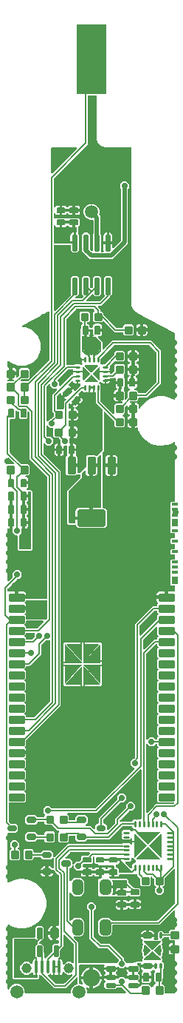
<source format=gbr>
G04 EAGLE Gerber RS-274X export*
G75*
%MOMM*%
%FSLAX34Y34*%
%LPD*%
%INTop Copper*%
%IPPOS*%
%AMOC8*
5,1,8,0,0,1.08239X$1,22.5*%
G01*
%ADD10R,0.800000X0.900000*%
%ADD11R,0.800000X0.300000*%
%ADD12R,0.700000X0.300000*%
%ADD13R,0.100000X0.300000*%
%ADD14C,0.164350*%
%ADD15C,0.532541*%
%ADD16C,0.217425*%
%ADD17C,0.225000*%
%ADD18R,0.100000X0.100000*%
%ADD19C,0.406547*%
%ADD20C,0.270000*%
%ADD21R,3.500000X8.000000*%
%ADD22C,1.508000*%
%ADD23C,0.897000*%
%ADD24C,0.233475*%
%ADD25C,0.491275*%
%ADD26C,0.350000*%
%ADD27C,0.330000*%
%ADD28C,1.158000*%
%ADD29C,0.684134*%
%ADD30C,0.406478*%
%ADD31C,0.476100*%
%ADD32C,0.320000*%
%ADD33C,1.980000*%
%ADD34C,0.280000*%
%ADD35R,0.500000X0.500000*%
%ADD36C,0.413447*%
%ADD37C,0.200000*%
%ADD38C,0.706400*%
%ADD39C,0.152400*%
%ADD40C,0.756400*%
%ADD41C,0.500000*%

G36*
X83250Y11440D02*
X83250Y11440D01*
X83314Y11439D01*
X83389Y11460D01*
X83465Y11471D01*
X83524Y11497D01*
X83586Y11514D01*
X83652Y11555D01*
X83722Y11587D01*
X83771Y11629D01*
X83826Y11662D01*
X83878Y11720D01*
X83936Y11770D01*
X83972Y11824D01*
X84015Y11872D01*
X84048Y11941D01*
X84091Y12006D01*
X84110Y12068D01*
X84138Y12125D01*
X84149Y12195D01*
X84173Y12276D01*
X84174Y12361D01*
X84185Y12430D01*
X84185Y14503D01*
X85565Y17835D01*
X88115Y20385D01*
X91358Y21728D01*
X91367Y21733D01*
X91376Y21735D01*
X91488Y21805D01*
X91601Y21872D01*
X91608Y21879D01*
X91616Y21884D01*
X91704Y21982D01*
X91794Y22077D01*
X91798Y22086D01*
X91805Y22093D01*
X91862Y22212D01*
X91922Y22329D01*
X91924Y22338D01*
X91928Y22347D01*
X91940Y22422D01*
X91974Y22606D01*
X91972Y22630D01*
X91975Y22651D01*
X91975Y28492D01*
X91971Y28524D01*
X91973Y28556D01*
X91951Y28663D01*
X91935Y28772D01*
X91922Y28801D01*
X91916Y28833D01*
X91864Y28929D01*
X91819Y29029D01*
X91798Y29053D01*
X91783Y29081D01*
X91707Y29160D01*
X91636Y29243D01*
X91609Y29260D01*
X91586Y29284D01*
X91491Y29337D01*
X91400Y29397D01*
X91369Y29407D01*
X91341Y29423D01*
X91234Y29448D01*
X91130Y29480D01*
X91098Y29480D01*
X91067Y29488D01*
X90957Y29482D01*
X90848Y29483D01*
X90817Y29475D01*
X90785Y29473D01*
X90682Y29437D01*
X90576Y29408D01*
X90549Y29391D01*
X90518Y29381D01*
X90445Y29327D01*
X90336Y29260D01*
X90304Y29224D01*
X90269Y29199D01*
X78546Y17475D01*
X64135Y17475D01*
X62363Y19247D01*
X50247Y31363D01*
X49231Y32379D01*
X49205Y32399D01*
X49184Y32423D01*
X49092Y32483D01*
X49005Y32549D01*
X48975Y32560D01*
X48948Y32578D01*
X48843Y32610D01*
X48741Y32648D01*
X48709Y32651D01*
X48678Y32660D01*
X48569Y32662D01*
X48460Y32670D01*
X48428Y32663D01*
X48396Y32664D01*
X48291Y32635D01*
X48184Y32612D01*
X48155Y32597D01*
X48124Y32589D01*
X48031Y32531D01*
X47935Y32480D01*
X47912Y32457D01*
X47884Y32441D01*
X47811Y32360D01*
X47733Y32283D01*
X47717Y32255D01*
X47695Y32231D01*
X47648Y32133D01*
X47594Y32038D01*
X47586Y32006D01*
X47572Y31977D01*
X47558Y31888D01*
X47529Y31763D01*
X47531Y31715D01*
X47525Y31673D01*
X47525Y28954D01*
X46046Y27475D01*
X18454Y27475D01*
X16975Y28954D01*
X16975Y73546D01*
X18454Y75025D01*
X42431Y75025D01*
X42494Y75034D01*
X42558Y75033D01*
X42633Y75054D01*
X42710Y75065D01*
X42768Y75091D01*
X42830Y75108D01*
X42896Y75149D01*
X42967Y75181D01*
X43015Y75223D01*
X43070Y75256D01*
X43122Y75314D01*
X43181Y75364D01*
X43216Y75418D01*
X43259Y75466D01*
X43293Y75535D01*
X43335Y75600D01*
X43354Y75662D01*
X43382Y75719D01*
X43393Y75789D01*
X43418Y75870D01*
X43419Y75955D01*
X43430Y76024D01*
X43430Y86198D01*
X45513Y88282D01*
X50287Y88282D01*
X52370Y86198D01*
X52370Y74334D01*
X50717Y72681D01*
X50660Y72604D01*
X50595Y72533D01*
X50575Y72492D01*
X50548Y72456D01*
X50514Y72366D01*
X50472Y72279D01*
X50466Y72237D01*
X50449Y72192D01*
X50439Y72064D01*
X50425Y71975D01*
X50425Y71854D01*
X48026Y69456D01*
X48007Y69430D01*
X47982Y69409D01*
X47922Y69317D01*
X47857Y69230D01*
X47845Y69200D01*
X47828Y69173D01*
X47796Y69068D01*
X47757Y68966D01*
X47755Y68934D01*
X47745Y68903D01*
X47744Y68794D01*
X47735Y68685D01*
X47742Y68653D01*
X47742Y68621D01*
X47771Y68516D01*
X47793Y68409D01*
X47808Y68380D01*
X47817Y68349D01*
X47874Y68256D01*
X47926Y68160D01*
X47948Y68137D01*
X47965Y68109D01*
X48046Y68036D01*
X48122Y67958D01*
X48150Y67942D01*
X48174Y67920D01*
X48273Y67873D01*
X48368Y67819D01*
X48399Y67811D01*
X48428Y67797D01*
X48517Y67783D01*
X48642Y67754D01*
X48691Y67756D01*
X48733Y67750D01*
X50287Y67750D01*
X52370Y65666D01*
X52370Y59248D01*
X52384Y59153D01*
X52389Y59057D01*
X52404Y59014D01*
X52410Y58969D01*
X52450Y58882D01*
X52481Y58791D01*
X52506Y58756D01*
X52526Y58712D01*
X52610Y58615D01*
X52663Y58542D01*
X53525Y57680D01*
X53525Y52142D01*
X53529Y52110D01*
X53527Y52078D01*
X53549Y51971D01*
X53565Y51862D01*
X53578Y51833D01*
X53584Y51801D01*
X53636Y51705D01*
X53681Y51605D01*
X53702Y51581D01*
X53717Y51553D01*
X53793Y51474D01*
X53864Y51391D01*
X53891Y51374D01*
X53914Y51350D01*
X54009Y51297D01*
X54100Y51237D01*
X54131Y51227D01*
X54159Y51211D01*
X54266Y51186D01*
X54370Y51154D01*
X54402Y51154D01*
X54433Y51146D01*
X54543Y51152D01*
X54652Y51151D01*
X54683Y51159D01*
X54715Y51161D01*
X54818Y51197D01*
X54924Y51226D01*
X54951Y51243D01*
X54982Y51253D01*
X55055Y51307D01*
X55164Y51374D01*
X55196Y51410D01*
X55231Y51435D01*
X62337Y58542D01*
X62395Y58618D01*
X62459Y58690D01*
X62479Y58731D01*
X62506Y58767D01*
X62540Y58857D01*
X62582Y58944D01*
X62589Y58986D01*
X62606Y59031D01*
X62616Y59159D01*
X62630Y59248D01*
X62630Y65666D01*
X64713Y67750D01*
X69052Y67750D01*
X69116Y67759D01*
X69180Y67758D01*
X69255Y67779D01*
X69331Y67790D01*
X69390Y67816D01*
X69452Y67833D01*
X69518Y67874D01*
X69588Y67906D01*
X69637Y67948D01*
X69692Y67981D01*
X69744Y68039D01*
X69802Y68089D01*
X69838Y68143D01*
X69881Y68191D01*
X69914Y68260D01*
X69957Y68325D01*
X69976Y68387D01*
X70004Y68444D01*
X70015Y68514D01*
X70039Y68595D01*
X70040Y68680D01*
X70051Y68749D01*
X70051Y71217D01*
X70035Y71334D01*
X70023Y71452D01*
X70015Y71473D01*
X70011Y71496D01*
X69963Y71604D01*
X69919Y71714D01*
X69905Y71732D01*
X69895Y71753D01*
X69818Y71843D01*
X69745Y71936D01*
X69727Y71950D01*
X69712Y71967D01*
X69612Y72032D01*
X69516Y72101D01*
X69495Y72109D01*
X69476Y72122D01*
X69362Y72156D01*
X69251Y72196D01*
X69228Y72197D01*
X69206Y72204D01*
X69088Y72206D01*
X68969Y72213D01*
X68948Y72207D01*
X68924Y72208D01*
X68745Y72158D01*
X68670Y72140D01*
X68216Y71952D01*
X67162Y71742D01*
X67087Y71742D01*
X67087Y79266D01*
X67078Y79330D01*
X67079Y79394D01*
X67058Y79468D01*
X67047Y79545D01*
X67021Y79604D01*
X67004Y79666D01*
X66963Y79732D01*
X66931Y79802D01*
X66889Y79851D01*
X66856Y79906D01*
X66798Y79957D01*
X66748Y80016D01*
X66694Y80052D01*
X66646Y80095D01*
X66577Y80128D01*
X66512Y80171D01*
X66450Y80190D01*
X66393Y80218D01*
X66323Y80228D01*
X66242Y80253D01*
X66157Y80254D01*
X66088Y80265D01*
X65087Y80265D01*
X65087Y80267D01*
X66088Y80267D01*
X66152Y80276D01*
X66216Y80275D01*
X66291Y80296D01*
X66367Y80307D01*
X66426Y80333D01*
X66488Y80350D01*
X66554Y80391D01*
X66624Y80423D01*
X66673Y80465D01*
X66728Y80498D01*
X66780Y80556D01*
X66838Y80606D01*
X66874Y80660D01*
X66917Y80708D01*
X66950Y80777D01*
X66993Y80842D01*
X67012Y80904D01*
X67040Y80962D01*
X67050Y81031D01*
X67075Y81112D01*
X67076Y81197D01*
X67087Y81266D01*
X67087Y88790D01*
X67162Y88790D01*
X68216Y88580D01*
X68670Y88392D01*
X68784Y88363D01*
X68898Y88328D01*
X68921Y88328D01*
X68943Y88322D01*
X69061Y88326D01*
X69180Y88324D01*
X69202Y88330D01*
X69225Y88331D01*
X69337Y88368D01*
X69452Y88399D01*
X69471Y88411D01*
X69493Y88418D01*
X69591Y88485D01*
X69692Y88548D01*
X69707Y88565D01*
X69726Y88577D01*
X69801Y88669D01*
X69881Y88757D01*
X69891Y88777D01*
X69905Y88795D01*
X69952Y88904D01*
X70004Y89011D01*
X70007Y89032D01*
X70017Y89054D01*
X70035Y89204D01*
X70039Y89218D01*
X70040Y89241D01*
X70051Y89315D01*
X70051Y145981D01*
X70038Y146076D01*
X70033Y146172D01*
X70018Y146215D01*
X70011Y146260D01*
X69972Y146347D01*
X69940Y146438D01*
X69915Y146473D01*
X69895Y146517D01*
X69812Y146614D01*
X69759Y146687D01*
X66362Y150084D01*
X64310Y152136D01*
X64233Y152194D01*
X64161Y152258D01*
X64120Y152278D01*
X64084Y152305D01*
X63994Y152339D01*
X63908Y152381D01*
X63866Y152388D01*
X63820Y152405D01*
X63693Y152415D01*
X63603Y152429D01*
X58304Y152429D01*
X58304Y156392D01*
X59793Y156392D01*
X60987Y156072D01*
X62057Y155454D01*
X62884Y154626D01*
X62910Y154607D01*
X62931Y154583D01*
X63023Y154523D01*
X63110Y154457D01*
X63140Y154446D01*
X63167Y154428D01*
X63272Y154396D01*
X63374Y154358D01*
X63406Y154355D01*
X63437Y154346D01*
X63546Y154344D01*
X63655Y154336D01*
X63687Y154342D01*
X63719Y154342D01*
X63824Y154371D01*
X63931Y154393D01*
X63960Y154409D01*
X63991Y154417D01*
X64084Y154475D01*
X64180Y154526D01*
X64203Y154548D01*
X64231Y154565D01*
X64304Y154646D01*
X64382Y154723D01*
X64398Y154751D01*
X64420Y154775D01*
X64467Y154873D01*
X64521Y154968D01*
X64529Y155000D01*
X64543Y155028D01*
X64557Y155118D01*
X64586Y155243D01*
X64584Y155291D01*
X64590Y155333D01*
X64590Y165385D01*
X64586Y165417D01*
X64588Y165449D01*
X64566Y165556D01*
X64550Y165665D01*
X64537Y165694D01*
X64531Y165726D01*
X64479Y165822D01*
X64434Y165922D01*
X64413Y165946D01*
X64398Y165974D01*
X64322Y166053D01*
X64251Y166136D01*
X64224Y166153D01*
X64201Y166177D01*
X64106Y166230D01*
X64015Y166290D01*
X63984Y166300D01*
X63956Y166316D01*
X63850Y166341D01*
X63745Y166373D01*
X63713Y166373D01*
X63682Y166381D01*
X63572Y166375D01*
X63463Y166376D01*
X63432Y166368D01*
X63400Y166366D01*
X63297Y166330D01*
X63191Y166301D01*
X63164Y166284D01*
X63133Y166274D01*
X63060Y166220D01*
X62951Y166153D01*
X62919Y166117D01*
X62884Y166092D01*
X60909Y164116D01*
X51841Y164116D01*
X49275Y166683D01*
X49198Y166740D01*
X49127Y166805D01*
X49086Y166825D01*
X49049Y166852D01*
X48959Y166886D01*
X48873Y166928D01*
X48831Y166934D01*
X48785Y166951D01*
X48658Y166961D01*
X48568Y166975D01*
X42169Y166975D01*
X42106Y166966D01*
X42042Y166967D01*
X41967Y166946D01*
X41890Y166935D01*
X41832Y166909D01*
X41770Y166892D01*
X41704Y166851D01*
X41633Y166819D01*
X41585Y166777D01*
X41530Y166744D01*
X41478Y166686D01*
X41419Y166636D01*
X41384Y166582D01*
X41341Y166534D01*
X41307Y166465D01*
X41265Y166400D01*
X41246Y166338D01*
X41218Y166281D01*
X41207Y166211D01*
X41182Y166130D01*
X41181Y166045D01*
X41170Y165976D01*
X41170Y165360D01*
X39640Y163830D01*
X30954Y163830D01*
X29424Y165360D01*
X29424Y174640D01*
X30954Y176170D01*
X39640Y176170D01*
X41170Y174640D01*
X41170Y173024D01*
X41179Y172960D01*
X41178Y172896D01*
X41199Y172821D01*
X41210Y172745D01*
X41236Y172686D01*
X41254Y172624D01*
X41294Y172558D01*
X41326Y172488D01*
X41368Y172439D01*
X41402Y172384D01*
X41459Y172332D01*
X41510Y172274D01*
X41563Y172238D01*
X41611Y172195D01*
X41681Y172162D01*
X41746Y172119D01*
X41807Y172100D01*
X41865Y172072D01*
X41934Y172061D01*
X42015Y172037D01*
X42100Y172036D01*
X42169Y172025D01*
X48568Y172025D01*
X48663Y172038D01*
X48759Y172043D01*
X48803Y172058D01*
X48848Y172065D01*
X48935Y172104D01*
X49026Y172136D01*
X49060Y172161D01*
X49104Y172181D01*
X49202Y172264D01*
X49275Y172317D01*
X51841Y174884D01*
X60909Y174884D01*
X63362Y172431D01*
X63362Y167594D01*
X63366Y167562D01*
X63364Y167530D01*
X63386Y167423D01*
X63402Y167315D01*
X63415Y167285D01*
X63421Y167254D01*
X63473Y167157D01*
X63518Y167058D01*
X63539Y167033D01*
X63554Y167005D01*
X63630Y166927D01*
X63701Y166843D01*
X63728Y166826D01*
X63751Y166803D01*
X63846Y166749D01*
X63937Y166689D01*
X63968Y166680D01*
X63996Y166664D01*
X64102Y166638D01*
X64207Y166607D01*
X64239Y166606D01*
X64270Y166599D01*
X64380Y166604D01*
X64489Y166603D01*
X64520Y166611D01*
X64552Y166613D01*
X64655Y166649D01*
X64761Y166678D01*
X64788Y166695D01*
X64819Y166706D01*
X64892Y166759D01*
X65001Y166826D01*
X65033Y166862D01*
X65068Y166887D01*
X66362Y168182D01*
X78933Y180753D01*
X80304Y182124D01*
X80324Y182150D01*
X80348Y182171D01*
X80408Y182262D01*
X80473Y182350D01*
X80485Y182380D01*
X80503Y182407D01*
X80534Y182511D01*
X80551Y182554D01*
X80657Y182529D01*
X80705Y182531D01*
X80748Y182525D01*
X142895Y182525D01*
X142990Y182538D01*
X143086Y182543D01*
X143130Y182558D01*
X143175Y182565D01*
X143262Y182604D01*
X143353Y182636D01*
X143387Y182661D01*
X143431Y182681D01*
X143529Y182764D01*
X143602Y182817D01*
X143659Y182875D01*
X151341Y182875D01*
X152507Y181708D01*
X152533Y181689D01*
X152554Y181664D01*
X152646Y181604D01*
X152733Y181539D01*
X152763Y181527D01*
X152790Y181510D01*
X152895Y181478D01*
X152997Y181439D01*
X153029Y181437D01*
X153060Y181427D01*
X153169Y181426D01*
X153278Y181417D01*
X153310Y181424D01*
X153342Y181424D01*
X153447Y181453D01*
X153554Y181475D01*
X153583Y181490D01*
X153614Y181499D01*
X153707Y181556D01*
X153803Y181607D01*
X153826Y181630D01*
X153854Y181647D01*
X153927Y181728D01*
X154005Y181804D01*
X154021Y181832D01*
X154043Y181856D01*
X154090Y181954D01*
X154144Y182050D01*
X154152Y182081D01*
X154166Y182110D01*
X154180Y182199D01*
X154209Y182324D01*
X154207Y182372D01*
X154213Y182415D01*
X154213Y187585D01*
X154209Y187617D01*
X154211Y187649D01*
X154189Y187756D01*
X154173Y187865D01*
X154160Y187894D01*
X154154Y187926D01*
X154102Y188022D01*
X154057Y188122D01*
X154036Y188146D01*
X154021Y188175D01*
X153945Y188253D01*
X153874Y188336D01*
X153847Y188354D01*
X153824Y188377D01*
X153729Y188430D01*
X153638Y188490D01*
X153607Y188500D01*
X153579Y188516D01*
X153473Y188541D01*
X153368Y188573D01*
X153336Y188573D01*
X153305Y188581D01*
X153195Y188575D01*
X153086Y188576D01*
X153055Y188568D01*
X153023Y188566D01*
X152920Y188530D01*
X152814Y188501D01*
X152787Y188484D01*
X152756Y188474D01*
X152683Y188420D01*
X152574Y188353D01*
X152542Y188317D01*
X152507Y188292D01*
X151341Y187125D01*
X143659Y187125D01*
X141975Y188809D01*
X141975Y191191D01*
X142578Y191793D01*
X142616Y191845D01*
X142663Y191890D01*
X142701Y191957D01*
X142747Y192019D01*
X142770Y192079D01*
X142802Y192135D01*
X142819Y192210D01*
X142847Y192283D01*
X142852Y192347D01*
X142867Y192410D01*
X142863Y192487D01*
X142869Y192564D01*
X142855Y192627D01*
X142852Y192691D01*
X142827Y192764D01*
X142811Y192840D01*
X142781Y192897D01*
X142760Y192958D01*
X142718Y193014D01*
X142678Y193089D01*
X142619Y193150D01*
X142578Y193207D01*
X141975Y193809D01*
X141975Y196191D01*
X143659Y197875D01*
X151341Y197875D01*
X152534Y196681D01*
X152586Y196643D01*
X152630Y196597D01*
X152698Y196558D01*
X152760Y196512D01*
X152820Y196489D01*
X152876Y196458D01*
X152951Y196440D01*
X153024Y196412D01*
X153088Y196408D01*
X153150Y196393D01*
X153228Y196397D01*
X153305Y196391D01*
X153368Y196404D01*
X153432Y196407D01*
X153505Y196433D01*
X153581Y196448D01*
X153638Y196478D01*
X153698Y196500D01*
X153755Y196541D01*
X153830Y196581D01*
X153891Y196640D01*
X153947Y196681D01*
X155819Y198553D01*
X155857Y198604D01*
X155903Y198649D01*
X155942Y198716D01*
X155988Y198778D01*
X156011Y198838D01*
X156042Y198894D01*
X156060Y198970D01*
X156088Y199042D01*
X156092Y199106D01*
X156107Y199169D01*
X156103Y199246D01*
X156109Y199323D01*
X156096Y199386D01*
X156093Y199450D01*
X156067Y199524D01*
X156052Y199599D01*
X156022Y199656D01*
X156000Y199717D01*
X155959Y199773D01*
X155919Y199848D01*
X155865Y199904D01*
X155849Y199929D01*
X155837Y199940D01*
X155819Y199966D01*
X154625Y201159D01*
X154625Y201476D01*
X154616Y201540D01*
X154617Y201604D01*
X154596Y201679D01*
X154585Y201755D01*
X154559Y201814D01*
X154542Y201876D01*
X154501Y201942D01*
X154469Y202012D01*
X154427Y202061D01*
X154394Y202116D01*
X154336Y202168D01*
X154286Y202226D01*
X154232Y202262D01*
X154184Y202305D01*
X154115Y202338D01*
X154050Y202381D01*
X153988Y202400D01*
X153931Y202428D01*
X153861Y202439D01*
X153780Y202463D01*
X153695Y202464D01*
X153626Y202475D01*
X143960Y202475D01*
X143865Y202462D01*
X143769Y202457D01*
X143725Y202442D01*
X143680Y202435D01*
X143593Y202396D01*
X143502Y202364D01*
X143468Y202339D01*
X143424Y202319D01*
X143326Y202236D01*
X143253Y202183D01*
X128546Y187475D01*
X103682Y187475D01*
X103587Y187462D01*
X103491Y187457D01*
X103448Y187442D01*
X103402Y187435D01*
X103315Y187396D01*
X103224Y187364D01*
X103190Y187339D01*
X103146Y187319D01*
X103048Y187236D01*
X102975Y187183D01*
X100909Y185116D01*
X91841Y185116D01*
X89388Y187569D01*
X89388Y190126D01*
X89379Y190190D01*
X89380Y190254D01*
X89359Y190329D01*
X89348Y190405D01*
X89322Y190464D01*
X89305Y190526D01*
X89264Y190592D01*
X89232Y190662D01*
X89190Y190711D01*
X89157Y190766D01*
X89099Y190818D01*
X89049Y190876D01*
X88995Y190912D01*
X88947Y190955D01*
X88878Y190988D01*
X88813Y191031D01*
X88751Y191050D01*
X88694Y191078D01*
X88624Y191089D01*
X88543Y191113D01*
X88458Y191114D01*
X88389Y191125D01*
X82169Y191125D01*
X82106Y191116D01*
X82042Y191117D01*
X81967Y191096D01*
X81890Y191085D01*
X81832Y191059D01*
X81770Y191042D01*
X81704Y191001D01*
X81633Y190969D01*
X81585Y190927D01*
X81530Y190894D01*
X81478Y190836D01*
X81419Y190786D01*
X81384Y190732D01*
X81341Y190684D01*
X81307Y190615D01*
X81265Y190550D01*
X81246Y190488D01*
X81218Y190431D01*
X81207Y190361D01*
X81182Y190280D01*
X81181Y190195D01*
X81170Y190126D01*
X81170Y185360D01*
X80041Y184231D01*
X80022Y184205D01*
X79997Y184184D01*
X79937Y184092D01*
X79872Y184005D01*
X79860Y183975D01*
X79843Y183948D01*
X79811Y183843D01*
X79795Y183800D01*
X79688Y183826D01*
X79640Y183823D01*
X79598Y183830D01*
X70954Y183830D01*
X69424Y185360D01*
X69424Y194640D01*
X70553Y195769D01*
X70572Y195795D01*
X70597Y195816D01*
X70657Y195908D01*
X70722Y195995D01*
X70734Y196025D01*
X70751Y196052D01*
X70783Y196157D01*
X70822Y196259D01*
X70824Y196291D01*
X70834Y196322D01*
X70835Y196431D01*
X70844Y196540D01*
X70837Y196572D01*
X70837Y196604D01*
X70808Y196709D01*
X70786Y196816D01*
X70771Y196845D01*
X70762Y196876D01*
X70705Y196969D01*
X70654Y197065D01*
X70631Y197088D01*
X70614Y197116D01*
X70533Y197189D01*
X70457Y197267D01*
X70429Y197283D01*
X70405Y197305D01*
X70307Y197352D01*
X70211Y197406D01*
X70180Y197414D01*
X70151Y197428D01*
X70062Y197442D01*
X69937Y197471D01*
X69889Y197469D01*
X69846Y197475D01*
X68657Y197475D01*
X66886Y199247D01*
X62595Y203537D01*
X62519Y203595D01*
X62447Y203659D01*
X62406Y203679D01*
X62370Y203706D01*
X62280Y203740D01*
X62193Y203782D01*
X62151Y203789D01*
X62106Y203806D01*
X61978Y203816D01*
X61889Y203830D01*
X55360Y203830D01*
X53830Y205360D01*
X53830Y206476D01*
X53821Y206540D01*
X53822Y206604D01*
X53801Y206679D01*
X53790Y206755D01*
X53764Y206814D01*
X53746Y206876D01*
X53706Y206942D01*
X53674Y207012D01*
X53632Y207061D01*
X53598Y207116D01*
X53541Y207168D01*
X53490Y207226D01*
X53437Y207262D01*
X53389Y207305D01*
X53319Y207338D01*
X53254Y207381D01*
X53193Y207400D01*
X53135Y207428D01*
X53066Y207439D01*
X52985Y207463D01*
X52900Y207464D01*
X52831Y207475D01*
X46611Y207475D01*
X46547Y207466D01*
X46483Y207467D01*
X46408Y207446D01*
X46332Y207435D01*
X46273Y207409D01*
X46211Y207392D01*
X46145Y207351D01*
X46075Y207319D01*
X46026Y207277D01*
X45971Y207244D01*
X45919Y207186D01*
X45861Y207136D01*
X45825Y207082D01*
X45782Y207034D01*
X45749Y206965D01*
X45706Y206900D01*
X45687Y206838D01*
X45659Y206781D01*
X45648Y206711D01*
X45624Y206630D01*
X45623Y206580D01*
X43159Y204116D01*
X34091Y204116D01*
X31638Y206569D01*
X31638Y212431D01*
X34091Y214884D01*
X43159Y214884D01*
X45225Y212817D01*
X45302Y212760D01*
X45373Y212695D01*
X45414Y212675D01*
X45451Y212648D01*
X45541Y212614D01*
X45627Y212572D01*
X45669Y212566D01*
X45715Y212549D01*
X45842Y212539D01*
X45932Y212525D01*
X52831Y212525D01*
X52894Y212534D01*
X52958Y212533D01*
X53033Y212554D01*
X53110Y212565D01*
X53168Y212591D01*
X53230Y212608D01*
X53296Y212649D01*
X53367Y212681D01*
X53415Y212723D01*
X53470Y212756D01*
X53522Y212814D01*
X53581Y212864D01*
X53616Y212918D01*
X53659Y212966D01*
X53693Y213035D01*
X53735Y213100D01*
X53754Y213162D01*
X53782Y213219D01*
X53793Y213289D01*
X53818Y213370D01*
X53819Y213455D01*
X53830Y213524D01*
X53830Y214640D01*
X54063Y214873D01*
X54101Y214924D01*
X54147Y214969D01*
X54185Y215037D01*
X54232Y215099D01*
X54255Y215159D01*
X54286Y215215D01*
X54304Y215290D01*
X54331Y215362D01*
X54336Y215426D01*
X54351Y215489D01*
X54347Y215566D01*
X54353Y215644D01*
X54340Y215707D01*
X54337Y215771D01*
X54311Y215844D01*
X54296Y215920D01*
X54265Y215977D01*
X54244Y216037D01*
X54203Y216094D01*
X54163Y216169D01*
X54104Y216229D01*
X54063Y216286D01*
X52443Y217905D01*
X52443Y222095D01*
X55405Y225057D01*
X59595Y225057D01*
X61834Y222817D01*
X61911Y222760D01*
X61982Y222695D01*
X62023Y222675D01*
X62059Y222648D01*
X62150Y222614D01*
X62236Y222572D01*
X62278Y222566D01*
X62323Y222549D01*
X62451Y222539D01*
X62540Y222525D01*
X111040Y222525D01*
X111135Y222538D01*
X111231Y222543D01*
X111275Y222558D01*
X111320Y222565D01*
X111407Y222604D01*
X111498Y222636D01*
X111532Y222661D01*
X111576Y222681D01*
X111674Y222764D01*
X111747Y222817D01*
X156667Y267737D01*
X156686Y267763D01*
X156711Y267784D01*
X156771Y267876D01*
X156836Y267963D01*
X156848Y267993D01*
X156865Y268020D01*
X156897Y268125D01*
X156936Y268227D01*
X156938Y268259D01*
X156948Y268290D01*
X156949Y268399D01*
X156958Y268508D01*
X156951Y268540D01*
X156951Y268572D01*
X156922Y268677D01*
X156900Y268784D01*
X156885Y268813D01*
X156876Y268844D01*
X156819Y268937D01*
X156767Y269033D01*
X156745Y269056D01*
X156728Y269084D01*
X156647Y269157D01*
X156571Y269235D01*
X156543Y269251D01*
X156519Y269273D01*
X156420Y269320D01*
X156325Y269374D01*
X156294Y269382D01*
X156265Y269396D01*
X156176Y269410D01*
X156051Y269439D01*
X156002Y269437D01*
X155960Y269443D01*
X155349Y269443D01*
X152387Y272405D01*
X152387Y276595D01*
X155349Y279557D01*
X155916Y279557D01*
X156011Y279570D01*
X156107Y279575D01*
X156151Y279590D01*
X156196Y279597D01*
X156283Y279636D01*
X156374Y279668D01*
X156408Y279693D01*
X156452Y279713D01*
X156550Y279796D01*
X156623Y279849D01*
X157527Y280753D01*
X157584Y280830D01*
X157649Y280901D01*
X157669Y280942D01*
X157696Y280979D01*
X157730Y281069D01*
X157772Y281155D01*
X157778Y281197D01*
X157795Y281243D01*
X157805Y281370D01*
X157819Y281460D01*
X157819Y433890D01*
X178054Y454125D01*
X181976Y454125D01*
X182040Y454134D01*
X182104Y454133D01*
X182179Y454154D01*
X182255Y454165D01*
X182314Y454191D01*
X182376Y454208D01*
X182442Y454249D01*
X182512Y454281D01*
X182561Y454323D01*
X182616Y454356D01*
X182668Y454414D01*
X182726Y454464D01*
X182762Y454518D01*
X182805Y454566D01*
X182838Y454635D01*
X182881Y454700D01*
X182900Y454762D01*
X182928Y454819D01*
X182939Y454889D01*
X182963Y454970D01*
X182964Y455055D01*
X182975Y455124D01*
X182975Y456073D01*
X183789Y456886D01*
X183821Y456929D01*
X183860Y456966D01*
X183905Y457041D01*
X183958Y457112D01*
X183977Y457162D01*
X184005Y457208D01*
X184027Y457293D01*
X184058Y457376D01*
X184062Y457429D01*
X184075Y457481D01*
X184073Y457569D01*
X184080Y457657D01*
X184069Y457709D01*
X184067Y457763D01*
X184040Y457847D01*
X184022Y457933D01*
X183997Y457980D01*
X183980Y458031D01*
X183931Y458104D01*
X183890Y458182D01*
X183852Y458220D01*
X183822Y458265D01*
X183789Y458291D01*
X183779Y458305D01*
X183098Y458986D01*
X182682Y459706D01*
X182467Y460509D01*
X182467Y462301D01*
X192500Y462301D01*
X192564Y462310D01*
X192628Y462309D01*
X192702Y462330D01*
X192779Y462341D01*
X192838Y462367D01*
X192900Y462384D01*
X192966Y462425D01*
X193036Y462457D01*
X193085Y462499D01*
X193140Y462532D01*
X193191Y462590D01*
X193250Y462640D01*
X193286Y462694D01*
X193329Y462742D01*
X193362Y462811D01*
X193405Y462876D01*
X193424Y462938D01*
X193452Y462995D01*
X193462Y463065D01*
X193487Y463146D01*
X193488Y463231D01*
X193499Y463300D01*
X193499Y464301D01*
X194500Y464301D01*
X194564Y464310D01*
X194628Y464309D01*
X194703Y464330D01*
X194779Y464341D01*
X194838Y464367D01*
X194900Y464384D01*
X194966Y464425D01*
X195036Y464457D01*
X195085Y464499D01*
X195140Y464532D01*
X195192Y464590D01*
X195250Y464640D01*
X195286Y464694D01*
X195329Y464742D01*
X195362Y464811D01*
X195405Y464876D01*
X195424Y464938D01*
X195452Y464996D01*
X195462Y465065D01*
X195487Y465146D01*
X195488Y465231D01*
X195499Y465300D01*
X195499Y470833D01*
X201791Y470833D01*
X202311Y470693D01*
X202365Y470687D01*
X202416Y470671D01*
X202504Y470670D01*
X202591Y470659D01*
X202644Y470668D01*
X202698Y470667D01*
X202783Y470691D01*
X202870Y470705D01*
X202918Y470728D01*
X202970Y470743D01*
X203045Y470789D01*
X203124Y470827D01*
X203164Y470863D01*
X203210Y470891D01*
X203269Y470956D01*
X203334Y471015D01*
X203363Y471060D01*
X203399Y471100D01*
X203437Y471179D01*
X203484Y471254D01*
X203498Y471306D01*
X203522Y471354D01*
X203534Y471431D01*
X203560Y471525D01*
X203560Y471598D01*
X203569Y471658D01*
X203569Y476476D01*
X203560Y476540D01*
X203561Y476604D01*
X203540Y476679D01*
X203529Y476755D01*
X203503Y476814D01*
X203486Y476876D01*
X203445Y476942D01*
X203413Y477012D01*
X203371Y477061D01*
X203338Y477116D01*
X203280Y477168D01*
X203230Y477226D01*
X203176Y477262D01*
X203128Y477305D01*
X203059Y477338D01*
X202994Y477381D01*
X202932Y477400D01*
X202875Y477428D01*
X202805Y477439D01*
X202724Y477463D01*
X202639Y477464D01*
X202570Y477475D01*
X198868Y477475D01*
X197975Y478368D01*
X197975Y488632D01*
X198137Y488793D01*
X198176Y488845D01*
X198222Y488890D01*
X198260Y488957D01*
X198306Y489019D01*
X198329Y489079D01*
X198361Y489135D01*
X198379Y489210D01*
X198406Y489283D01*
X198411Y489347D01*
X198426Y489409D01*
X198422Y489487D01*
X198428Y489564D01*
X198415Y489627D01*
X198411Y489691D01*
X198386Y489764D01*
X198370Y489840D01*
X198340Y489897D01*
X198319Y489958D01*
X198277Y490014D01*
X198238Y490089D01*
X198179Y490150D01*
X198137Y490207D01*
X197975Y490368D01*
X197975Y494632D01*
X198137Y494793D01*
X198176Y494845D01*
X198222Y494890D01*
X198260Y494957D01*
X198306Y495019D01*
X198329Y495079D01*
X198361Y495135D01*
X198379Y495210D01*
X198406Y495283D01*
X198411Y495347D01*
X198426Y495409D01*
X198422Y495487D01*
X198428Y495564D01*
X198415Y495627D01*
X198411Y495691D01*
X198386Y495764D01*
X198370Y495840D01*
X198340Y495897D01*
X198319Y495958D01*
X198277Y496014D01*
X198238Y496089D01*
X198179Y496150D01*
X198137Y496207D01*
X197975Y496368D01*
X197975Y500632D01*
X198137Y500793D01*
X198176Y500845D01*
X198222Y500890D01*
X198260Y500957D01*
X198306Y501019D01*
X198329Y501079D01*
X198361Y501135D01*
X198379Y501210D01*
X198406Y501283D01*
X198411Y501347D01*
X198426Y501409D01*
X198422Y501487D01*
X198428Y501564D01*
X198415Y501627D01*
X198411Y501691D01*
X198386Y501764D01*
X198370Y501840D01*
X198340Y501897D01*
X198319Y501958D01*
X198277Y502014D01*
X198238Y502089D01*
X198179Y502150D01*
X198137Y502207D01*
X197975Y502368D01*
X197975Y506632D01*
X198868Y507525D01*
X202570Y507525D01*
X202634Y507534D01*
X202698Y507533D01*
X202773Y507554D01*
X202849Y507565D01*
X202908Y507591D01*
X202970Y507608D01*
X203036Y507649D01*
X203106Y507681D01*
X203155Y507723D01*
X203210Y507756D01*
X203262Y507814D01*
X203320Y507864D01*
X203356Y507918D01*
X203399Y507966D01*
X203432Y508035D01*
X203475Y508100D01*
X203494Y508162D01*
X203522Y508219D01*
X203533Y508289D01*
X203557Y508370D01*
X203558Y508455D01*
X203569Y508524D01*
X203569Y512476D01*
X203560Y512540D01*
X203561Y512604D01*
X203540Y512679D01*
X203529Y512755D01*
X203503Y512814D01*
X203486Y512876D01*
X203445Y512942D01*
X203413Y513012D01*
X203371Y513061D01*
X203338Y513116D01*
X203280Y513168D01*
X203230Y513226D01*
X203176Y513262D01*
X203128Y513305D01*
X203059Y513338D01*
X202994Y513381D01*
X202932Y513400D01*
X202875Y513428D01*
X202805Y513439D01*
X202724Y513463D01*
X202639Y513464D01*
X202570Y513475D01*
X198868Y513475D01*
X197975Y514368D01*
X197975Y518632D01*
X198868Y519525D01*
X202570Y519525D01*
X202634Y519534D01*
X202698Y519533D01*
X202773Y519554D01*
X202849Y519565D01*
X202908Y519591D01*
X202970Y519608D01*
X203036Y519649D01*
X203106Y519681D01*
X203155Y519723D01*
X203210Y519756D01*
X203262Y519814D01*
X203320Y519864D01*
X203356Y519918D01*
X203399Y519966D01*
X203432Y520035D01*
X203475Y520100D01*
X203494Y520162D01*
X203522Y520219D01*
X203533Y520289D01*
X203557Y520370D01*
X203558Y520455D01*
X203569Y520524D01*
X203569Y524476D01*
X203560Y524540D01*
X203561Y524604D01*
X203540Y524679D01*
X203529Y524755D01*
X203503Y524814D01*
X203486Y524876D01*
X203445Y524942D01*
X203413Y525012D01*
X203371Y525061D01*
X203338Y525116D01*
X203280Y525168D01*
X203230Y525226D01*
X203176Y525262D01*
X203128Y525305D01*
X203059Y525338D01*
X202994Y525381D01*
X202932Y525400D01*
X202875Y525428D01*
X202805Y525439D01*
X202724Y525463D01*
X202639Y525464D01*
X202570Y525475D01*
X198868Y525475D01*
X197975Y526368D01*
X197975Y530632D01*
X198868Y531525D01*
X202570Y531525D01*
X202634Y531534D01*
X202698Y531533D01*
X202773Y531554D01*
X202849Y531565D01*
X202908Y531591D01*
X202970Y531608D01*
X203036Y531649D01*
X203106Y531681D01*
X203155Y531723D01*
X203210Y531756D01*
X203262Y531814D01*
X203320Y531864D01*
X203356Y531918D01*
X203399Y531966D01*
X203432Y532035D01*
X203475Y532100D01*
X203494Y532162D01*
X203522Y532219D01*
X203533Y532289D01*
X203557Y532370D01*
X203558Y532455D01*
X203569Y532524D01*
X203569Y536476D01*
X203560Y536540D01*
X203561Y536604D01*
X203540Y536679D01*
X203529Y536755D01*
X203503Y536814D01*
X203486Y536876D01*
X203445Y536942D01*
X203413Y537012D01*
X203371Y537061D01*
X203338Y537116D01*
X203280Y537168D01*
X203230Y537226D01*
X203176Y537262D01*
X203128Y537305D01*
X203059Y537338D01*
X202994Y537381D01*
X202932Y537400D01*
X202875Y537428D01*
X202805Y537439D01*
X202724Y537463D01*
X202639Y537464D01*
X202570Y537475D01*
X198868Y537475D01*
X197975Y538368D01*
X197975Y542632D01*
X198137Y542793D01*
X198176Y542845D01*
X198222Y542890D01*
X198260Y542957D01*
X198306Y543019D01*
X198329Y543079D01*
X198361Y543135D01*
X198379Y543210D01*
X198406Y543283D01*
X198411Y543347D01*
X198426Y543409D01*
X198422Y543487D01*
X198428Y543564D01*
X198415Y543627D01*
X198411Y543691D01*
X198386Y543764D01*
X198370Y543840D01*
X198340Y543897D01*
X198319Y543958D01*
X198277Y544014D01*
X198238Y544089D01*
X198179Y544150D01*
X198137Y544207D01*
X197975Y544368D01*
X197975Y554632D01*
X198137Y554793D01*
X198176Y554845D01*
X198222Y554890D01*
X198260Y554957D01*
X198306Y555019D01*
X198329Y555079D01*
X198361Y555135D01*
X198379Y555210D01*
X198406Y555283D01*
X198411Y555347D01*
X198426Y555409D01*
X198422Y555487D01*
X198428Y555564D01*
X198415Y555627D01*
X198411Y555691D01*
X198386Y555764D01*
X198370Y555840D01*
X198340Y555897D01*
X198319Y555958D01*
X198277Y556014D01*
X198238Y556089D01*
X198179Y556150D01*
X198137Y556207D01*
X197975Y556368D01*
X197975Y566632D01*
X198137Y566793D01*
X198176Y566845D01*
X198222Y566890D01*
X198260Y566957D01*
X198306Y567019D01*
X198329Y567079D01*
X198361Y567135D01*
X198379Y567210D01*
X198406Y567283D01*
X198411Y567347D01*
X198426Y567409D01*
X198422Y567487D01*
X198428Y567564D01*
X198415Y567627D01*
X198411Y567691D01*
X198386Y567764D01*
X198370Y567840D01*
X198340Y567897D01*
X198319Y567958D01*
X198277Y568014D01*
X198238Y568089D01*
X198179Y568150D01*
X198137Y568207D01*
X197975Y568368D01*
X197975Y572632D01*
X198868Y573525D01*
X202570Y573525D01*
X202634Y573534D01*
X202698Y573533D01*
X202773Y573554D01*
X202849Y573565D01*
X202908Y573591D01*
X202970Y573608D01*
X203036Y573649D01*
X203106Y573681D01*
X203155Y573723D01*
X203210Y573756D01*
X203262Y573814D01*
X203320Y573864D01*
X203356Y573918D01*
X203399Y573966D01*
X203432Y574035D01*
X203475Y574100D01*
X203494Y574162D01*
X203522Y574219D01*
X203533Y574289D01*
X203557Y574370D01*
X203558Y574455D01*
X203569Y574524D01*
X203569Y641030D01*
X203563Y641072D01*
X203566Y641115D01*
X203543Y641211D01*
X203529Y641309D01*
X203512Y641348D01*
X203502Y641390D01*
X203454Y641476D01*
X203413Y641566D01*
X203385Y641598D01*
X203364Y641636D01*
X203294Y641705D01*
X203230Y641780D01*
X203194Y641804D01*
X203163Y641834D01*
X203077Y641880D01*
X202994Y641935D01*
X202953Y641947D01*
X202915Y641967D01*
X202818Y641988D01*
X202724Y642017D01*
X202681Y642017D01*
X202639Y642026D01*
X202541Y642019D01*
X202442Y642021D01*
X202401Y642009D01*
X202358Y642006D01*
X202278Y641975D01*
X202170Y641945D01*
X202119Y641914D01*
X202070Y641895D01*
X198370Y639758D01*
X191207Y637839D01*
X183793Y637839D01*
X176630Y639758D01*
X170209Y643466D01*
X164966Y648709D01*
X161258Y655130D01*
X160566Y657715D01*
X160541Y657774D01*
X160525Y657837D01*
X160486Y657903D01*
X160455Y657974D01*
X160414Y658024D01*
X160382Y658080D01*
X160325Y658133D01*
X160276Y658193D01*
X160223Y658229D01*
X160177Y658273D01*
X160108Y658308D01*
X160044Y658352D01*
X159983Y658372D01*
X159925Y658401D01*
X159850Y658416D01*
X159776Y658440D01*
X159712Y658442D01*
X159648Y658455D01*
X159579Y658447D01*
X159494Y658450D01*
X159412Y658429D01*
X159342Y658422D01*
X158969Y658322D01*
X157296Y658322D01*
X157296Y664000D01*
X157288Y664058D01*
X157288Y664069D01*
X157287Y664072D01*
X157288Y664128D01*
X157267Y664202D01*
X157256Y664279D01*
X157230Y664338D01*
X157213Y664400D01*
X157172Y664466D01*
X157140Y664536D01*
X157098Y664585D01*
X157065Y664640D01*
X157007Y664691D01*
X156957Y664750D01*
X156903Y664786D01*
X156855Y664829D01*
X156786Y664862D01*
X156721Y664905D01*
X156659Y664924D01*
X156602Y664952D01*
X156532Y664962D01*
X156451Y664987D01*
X156366Y664988D01*
X156297Y664999D01*
X155296Y664999D01*
X155296Y665001D01*
X156297Y665001D01*
X156361Y665010D01*
X156425Y665009D01*
X156500Y665030D01*
X156576Y665041D01*
X156635Y665067D01*
X156697Y665084D01*
X156763Y665125D01*
X156833Y665157D01*
X156882Y665199D01*
X156937Y665232D01*
X156989Y665290D01*
X157047Y665340D01*
X157083Y665394D01*
X157126Y665442D01*
X157159Y665511D01*
X157202Y665576D01*
X157221Y665638D01*
X157249Y665696D01*
X157259Y665765D01*
X157284Y665846D01*
X157285Y665931D01*
X157296Y666000D01*
X157296Y679000D01*
X157287Y679064D01*
X157288Y679128D01*
X157267Y679202D01*
X157256Y679279D01*
X157230Y679338D01*
X157213Y679400D01*
X157172Y679466D01*
X157140Y679536D01*
X157098Y679585D01*
X157065Y679640D01*
X157007Y679691D01*
X156957Y679750D01*
X156903Y679786D01*
X156855Y679829D01*
X156786Y679862D01*
X156721Y679905D01*
X156659Y679924D01*
X156602Y679952D01*
X156532Y679962D01*
X156451Y679987D01*
X156366Y679988D01*
X156297Y679999D01*
X155296Y679999D01*
X155296Y680001D01*
X156297Y680001D01*
X156361Y680010D01*
X156425Y680009D01*
X156500Y680030D01*
X156576Y680041D01*
X156635Y680067D01*
X156697Y680084D01*
X156763Y680125D01*
X156833Y680157D01*
X156882Y680199D01*
X156937Y680232D01*
X156989Y680290D01*
X157047Y680340D01*
X157083Y680394D01*
X157126Y680442D01*
X157159Y680511D01*
X157202Y680576D01*
X157221Y680638D01*
X157249Y680696D01*
X157259Y680765D01*
X157284Y680846D01*
X157285Y680931D01*
X157296Y681000D01*
X157296Y686678D01*
X158969Y686678D01*
X159763Y686466D01*
X160474Y686055D01*
X161055Y685474D01*
X161466Y684763D01*
X161678Y683969D01*
X161678Y681326D01*
X161681Y681305D01*
X161679Y681283D01*
X161701Y681165D01*
X161718Y681047D01*
X161727Y681027D01*
X161731Y681006D01*
X161785Y680899D01*
X161834Y680790D01*
X161848Y680774D01*
X161858Y680754D01*
X161940Y680667D01*
X162018Y680576D01*
X162036Y680564D01*
X162050Y680548D01*
X162153Y680487D01*
X162254Y680421D01*
X162274Y680415D01*
X162293Y680404D01*
X162409Y680374D01*
X162523Y680339D01*
X162545Y680338D01*
X162566Y680333D01*
X162685Y680337D01*
X162805Y680335D01*
X162826Y680341D01*
X162848Y680341D01*
X162962Y680378D01*
X163077Y680410D01*
X163095Y680422D01*
X163116Y680428D01*
X163215Y680495D01*
X163317Y680558D01*
X163332Y680574D01*
X163349Y680586D01*
X163407Y680658D01*
X163506Y680768D01*
X163522Y680801D01*
X163543Y680826D01*
X164966Y683291D01*
X170209Y688534D01*
X176630Y692242D01*
X183793Y694161D01*
X191207Y694161D01*
X198370Y692242D01*
X202070Y690105D01*
X202110Y690089D01*
X202146Y690065D01*
X202241Y690037D01*
X202332Y690000D01*
X202375Y689996D01*
X202416Y689983D01*
X202514Y689982D01*
X202613Y689972D01*
X202655Y689980D01*
X202698Y689979D01*
X202793Y690006D01*
X202890Y690024D01*
X202928Y690043D01*
X202970Y690055D01*
X203054Y690106D01*
X203142Y690151D01*
X203173Y690180D01*
X203210Y690203D01*
X203276Y690276D01*
X203348Y690343D01*
X203370Y690380D01*
X203399Y690412D01*
X203442Y690501D01*
X203492Y690586D01*
X203503Y690627D01*
X203522Y690666D01*
X203535Y690750D01*
X203563Y690859D01*
X203561Y690919D01*
X203569Y690970D01*
X203569Y765151D01*
X203556Y765245D01*
X203551Y765341D01*
X203536Y765384D01*
X203529Y765430D01*
X203490Y765517D01*
X203459Y765608D01*
X203432Y765645D01*
X203413Y765687D01*
X203351Y765759D01*
X203296Y765838D01*
X203262Y765864D01*
X203230Y765901D01*
X203123Y765971D01*
X203052Y766026D01*
X160092Y789654D01*
X160036Y789675D01*
X159992Y789702D01*
X158525Y790310D01*
X158167Y790667D01*
X157947Y790832D01*
X157942Y790836D01*
X157499Y791080D01*
X156506Y792320D01*
X156463Y792360D01*
X156433Y792402D01*
X155310Y793525D01*
X155116Y793992D01*
X154975Y794230D01*
X154973Y794235D01*
X154656Y794629D01*
X154214Y796155D01*
X154189Y796209D01*
X154177Y796259D01*
X153569Y797726D01*
X153569Y798232D01*
X153531Y798504D01*
X153530Y798511D01*
X153389Y798997D01*
X153563Y800576D01*
X153561Y800635D01*
X153569Y800685D01*
X153569Y977570D01*
X153560Y977634D01*
X153561Y977698D01*
X153540Y977773D01*
X153529Y977849D01*
X153503Y977908D01*
X153486Y977970D01*
X153445Y978036D01*
X153413Y978106D01*
X153371Y978155D01*
X153338Y978210D01*
X153280Y978262D01*
X153230Y978320D01*
X153176Y978356D01*
X153128Y978399D01*
X153059Y978432D01*
X152994Y978475D01*
X152932Y978494D01*
X152875Y978522D01*
X152805Y978533D01*
X152724Y978557D01*
X152639Y978558D01*
X152570Y978569D01*
X122726Y978569D01*
X118525Y980310D01*
X115310Y983525D01*
X113569Y987726D01*
X113569Y1037476D01*
X113560Y1037540D01*
X113561Y1037604D01*
X113540Y1037679D01*
X113529Y1037755D01*
X113503Y1037814D01*
X113486Y1037876D01*
X113445Y1037942D01*
X113413Y1038012D01*
X113371Y1038061D01*
X113338Y1038116D01*
X113280Y1038168D01*
X113230Y1038226D01*
X113176Y1038262D01*
X113128Y1038305D01*
X113059Y1038338D01*
X112994Y1038381D01*
X112932Y1038400D01*
X112875Y1038428D01*
X112805Y1038439D01*
X112724Y1038463D01*
X112639Y1038464D01*
X112570Y1038475D01*
X104684Y1038475D01*
X104620Y1038466D01*
X104556Y1038467D01*
X104481Y1038446D01*
X104405Y1038435D01*
X104346Y1038409D01*
X104284Y1038392D01*
X104218Y1038351D01*
X104148Y1038319D01*
X104099Y1038277D01*
X104044Y1038244D01*
X103992Y1038186D01*
X103934Y1038136D01*
X103898Y1038082D01*
X103855Y1038034D01*
X103822Y1037965D01*
X103779Y1037900D01*
X103760Y1037838D01*
X103732Y1037781D01*
X103721Y1037711D01*
X103697Y1037630D01*
X103696Y1037545D01*
X103685Y1037476D01*
X103685Y982614D01*
X64398Y943327D01*
X64340Y943251D01*
X64276Y943179D01*
X64256Y943138D01*
X64229Y943102D01*
X64195Y943012D01*
X64153Y942925D01*
X64146Y942883D01*
X64129Y942838D01*
X64119Y942710D01*
X64105Y942621D01*
X64105Y911382D01*
X64108Y911361D01*
X64106Y911339D01*
X64128Y911221D01*
X64145Y911103D01*
X64154Y911083D01*
X64158Y911062D01*
X64212Y910955D01*
X64261Y910846D01*
X64275Y910830D01*
X64285Y910810D01*
X64367Y910723D01*
X64445Y910632D01*
X64463Y910620D01*
X64477Y910604D01*
X64580Y910543D01*
X64681Y910477D01*
X64701Y910471D01*
X64720Y910460D01*
X64836Y910430D01*
X64950Y910395D01*
X64972Y910395D01*
X64993Y910389D01*
X65113Y910393D01*
X65232Y910391D01*
X65253Y910397D01*
X65275Y910398D01*
X65389Y910434D01*
X65504Y910466D01*
X65523Y910478D01*
X65543Y910484D01*
X65642Y910551D01*
X65744Y910615D01*
X65759Y910631D01*
X65776Y910643D01*
X65834Y910714D01*
X65933Y910824D01*
X65949Y910857D01*
X65970Y910883D01*
X66142Y911181D01*
X66673Y911712D01*
X67324Y912088D01*
X68050Y912283D01*
X70857Y912283D01*
X70857Y907607D01*
X70866Y907543D01*
X70865Y907479D01*
X70886Y907404D01*
X70897Y907327D01*
X70923Y907269D01*
X70941Y907207D01*
X70981Y907141D01*
X71013Y907071D01*
X71055Y907022D01*
X71089Y906967D01*
X71095Y906962D01*
X71071Y906925D01*
X71028Y906878D01*
X70994Y906808D01*
X70952Y906743D01*
X70933Y906682D01*
X70905Y906624D01*
X70894Y906554D01*
X70869Y906473D01*
X70868Y906389D01*
X70857Y906319D01*
X70857Y901643D01*
X68050Y901643D01*
X67324Y901838D01*
X66673Y902214D01*
X66142Y902745D01*
X65970Y903043D01*
X65957Y903060D01*
X65948Y903080D01*
X65870Y903171D01*
X65796Y903265D01*
X65778Y903278D01*
X65764Y903294D01*
X65664Y903360D01*
X65567Y903430D01*
X65546Y903437D01*
X65528Y903449D01*
X65414Y903484D01*
X65301Y903524D01*
X65279Y903525D01*
X65259Y903531D01*
X65139Y903533D01*
X65019Y903539D01*
X64998Y903535D01*
X64977Y903535D01*
X64861Y903503D01*
X64744Y903476D01*
X64726Y903465D01*
X64705Y903460D01*
X64603Y903397D01*
X64498Y903338D01*
X64483Y903323D01*
X64465Y903311D01*
X64385Y903223D01*
X64300Y903137D01*
X64290Y903118D01*
X64276Y903102D01*
X64224Y902994D01*
X64167Y902889D01*
X64162Y902868D01*
X64153Y902848D01*
X64139Y902758D01*
X64108Y902613D01*
X64110Y902576D01*
X64105Y902544D01*
X64105Y898524D01*
X64114Y898460D01*
X64113Y898396D01*
X64134Y898321D01*
X64145Y898245D01*
X64171Y898186D01*
X64189Y898124D01*
X64229Y898058D01*
X64261Y897988D01*
X64303Y897939D01*
X64337Y897884D01*
X64394Y897832D01*
X64445Y897774D01*
X64498Y897738D01*
X64546Y897695D01*
X64616Y897662D01*
X64681Y897619D01*
X64742Y897600D01*
X64800Y897572D01*
X64869Y897561D01*
X64950Y897537D01*
X65035Y897536D01*
X65104Y897525D01*
X66716Y897525D01*
X66812Y897538D01*
X66908Y897543D01*
X66951Y897558D01*
X66996Y897565D01*
X67083Y897604D01*
X67174Y897636D01*
X67209Y897661D01*
X67253Y897681D01*
X67350Y897764D01*
X67423Y897817D01*
X67454Y897849D01*
X77546Y897849D01*
X77577Y897817D01*
X77654Y897760D01*
X77725Y897695D01*
X77766Y897675D01*
X77803Y897648D01*
X77893Y897614D01*
X77979Y897572D01*
X78021Y897566D01*
X78066Y897549D01*
X78194Y897539D01*
X78284Y897525D01*
X81716Y897525D01*
X81812Y897538D01*
X81908Y897543D01*
X81951Y897558D01*
X81996Y897565D01*
X82083Y897604D01*
X82174Y897636D01*
X82209Y897661D01*
X82253Y897681D01*
X82350Y897764D01*
X82423Y897817D01*
X82454Y897849D01*
X92546Y897849D01*
X93920Y896474D01*
X93920Y889600D01*
X92817Y888497D01*
X92760Y888420D01*
X92695Y888349D01*
X92675Y888308D01*
X92648Y888271D01*
X92621Y888200D01*
X92619Y888197D01*
X92615Y888184D01*
X92614Y888182D01*
X92572Y888095D01*
X92566Y888053D01*
X92549Y888008D01*
X92544Y887952D01*
X92537Y887927D01*
X92536Y887861D01*
X92525Y887790D01*
X92525Y879827D01*
X92538Y879732D01*
X92543Y879636D01*
X92558Y879593D01*
X92565Y879548D01*
X92604Y879461D01*
X92636Y879370D01*
X92661Y879335D01*
X92681Y879291D01*
X92764Y879194D01*
X92817Y879121D01*
X92921Y879017D01*
X92921Y860451D01*
X90837Y858367D01*
X86063Y858367D01*
X83979Y860451D01*
X83979Y866476D01*
X83970Y866540D01*
X83971Y866604D01*
X83950Y866679D01*
X83939Y866755D01*
X83913Y866814D01*
X83896Y866876D01*
X83855Y866942D01*
X83823Y867012D01*
X83781Y867061D01*
X83748Y867116D01*
X83690Y867168D01*
X83640Y867226D01*
X83586Y867262D01*
X83538Y867305D01*
X83469Y867338D01*
X83404Y867381D01*
X83342Y867400D01*
X83285Y867428D01*
X83215Y867439D01*
X83134Y867463D01*
X83049Y867464D01*
X82980Y867475D01*
X65104Y867475D01*
X65041Y867466D01*
X64977Y867467D01*
X64902Y867446D01*
X64825Y867435D01*
X64767Y867409D01*
X64705Y867392D01*
X64639Y867351D01*
X64568Y867319D01*
X64520Y867277D01*
X64465Y867244D01*
X64413Y867186D01*
X64354Y867136D01*
X64319Y867082D01*
X64276Y867034D01*
X64242Y866965D01*
X64200Y866900D01*
X64181Y866838D01*
X64153Y866781D01*
X64142Y866711D01*
X64117Y866630D01*
X64116Y866545D01*
X64105Y866476D01*
X64105Y792556D01*
X64110Y792524D01*
X64107Y792492D01*
X64130Y792385D01*
X64145Y792276D01*
X64158Y792247D01*
X64165Y792215D01*
X64216Y792119D01*
X64261Y792019D01*
X64282Y791995D01*
X64297Y791967D01*
X64374Y791888D01*
X64445Y791805D01*
X64472Y791788D01*
X64494Y791764D01*
X64589Y791711D01*
X64681Y791651D01*
X64711Y791641D01*
X64740Y791625D01*
X64846Y791600D01*
X64950Y791568D01*
X64982Y791568D01*
X65014Y791560D01*
X65123Y791566D01*
X65232Y791565D01*
X65263Y791573D01*
X65296Y791575D01*
X65399Y791611D01*
X65504Y791640D01*
X65532Y791657D01*
X65562Y791667D01*
X65635Y791721D01*
X65744Y791788D01*
X65777Y791824D01*
X65811Y791849D01*
X83755Y809793D01*
X83794Y809845D01*
X83840Y809890D01*
X83878Y809957D01*
X83925Y810019D01*
X83947Y810079D01*
X83979Y810135D01*
X83997Y810210D01*
X84024Y810283D01*
X84029Y810347D01*
X84044Y810410D01*
X84040Y810487D01*
X84046Y810564D01*
X84033Y810627D01*
X84030Y810691D01*
X84004Y810764D01*
X83988Y810840D01*
X83979Y810857D01*
X83979Y829549D01*
X86063Y831633D01*
X90837Y831633D01*
X92921Y829549D01*
X92921Y810983D01*
X90837Y808899D01*
X90416Y808899D01*
X90321Y808885D01*
X90225Y808880D01*
X90181Y808865D01*
X90136Y808859D01*
X90049Y808819D01*
X89958Y808788D01*
X89924Y808763D01*
X89880Y808743D01*
X89782Y808660D01*
X89709Y808606D01*
X88858Y807755D01*
X88838Y807729D01*
X88814Y807708D01*
X88754Y807616D01*
X88688Y807529D01*
X88677Y807499D01*
X88659Y807472D01*
X88627Y807367D01*
X88589Y807265D01*
X88586Y807233D01*
X88577Y807202D01*
X88575Y807093D01*
X88567Y806984D01*
X88574Y806952D01*
X88573Y806920D01*
X88602Y806815D01*
X88625Y806708D01*
X88640Y806679D01*
X88648Y806648D01*
X88706Y806555D01*
X88757Y806459D01*
X88780Y806436D01*
X88796Y806408D01*
X88877Y806335D01*
X88954Y806257D01*
X88982Y806241D01*
X89006Y806219D01*
X89104Y806172D01*
X89199Y806118D01*
X89231Y806110D01*
X89260Y806096D01*
X89349Y806082D01*
X89474Y806053D01*
X89522Y806055D01*
X89564Y806049D01*
X96040Y806049D01*
X96135Y806062D01*
X96231Y806067D01*
X96275Y806082D01*
X96320Y806089D01*
X96407Y806128D01*
X96498Y806160D01*
X96532Y806185D01*
X96576Y806205D01*
X96674Y806288D01*
X96747Y806341D01*
X98327Y807922D01*
X98366Y807973D01*
X98412Y808018D01*
X98450Y808085D01*
X98496Y808147D01*
X98519Y808207D01*
X98551Y808263D01*
X98569Y808339D01*
X98596Y808411D01*
X98601Y808475D01*
X98616Y808538D01*
X98612Y808615D01*
X98618Y808692D01*
X98605Y808755D01*
X98601Y808819D01*
X98576Y808892D01*
X98560Y808968D01*
X98530Y809025D01*
X98509Y809086D01*
X98468Y809142D01*
X98428Y809217D01*
X98369Y809278D01*
X98327Y809335D01*
X96679Y810983D01*
X96679Y829549D01*
X98763Y831633D01*
X103537Y831633D01*
X105621Y829549D01*
X105621Y819780D01*
X105629Y819720D01*
X105629Y819696D01*
X105635Y819675D01*
X105639Y819589D01*
X105654Y819545D01*
X105661Y819500D01*
X105700Y819413D01*
X105732Y819322D01*
X105757Y819288D01*
X105777Y819244D01*
X105860Y819146D01*
X105913Y819073D01*
X106989Y817997D01*
X107041Y817959D01*
X107086Y817912D01*
X107153Y817874D01*
X107215Y817828D01*
X107275Y817805D01*
X107331Y817773D01*
X107406Y817756D01*
X107479Y817728D01*
X107543Y817723D01*
X107605Y817709D01*
X107683Y817712D01*
X107760Y817706D01*
X107823Y817720D01*
X107887Y817723D01*
X107960Y817748D01*
X108036Y817764D01*
X108093Y817794D01*
X108154Y817815D01*
X108210Y817857D01*
X108285Y817897D01*
X108346Y817956D01*
X108403Y817997D01*
X109087Y818681D01*
X109144Y818758D01*
X109209Y818829D01*
X109229Y818870D01*
X109256Y818907D01*
X109290Y818997D01*
X109332Y819083D01*
X109338Y819125D01*
X109355Y819171D01*
X109365Y819298D01*
X109379Y819388D01*
X109379Y829549D01*
X111463Y831633D01*
X116237Y831633D01*
X118321Y829549D01*
X118321Y810983D01*
X116237Y808899D01*
X111463Y808899D01*
X109661Y810701D01*
X109609Y810740D01*
X109565Y810786D01*
X109497Y810824D01*
X109435Y810870D01*
X109375Y810893D01*
X109319Y810925D01*
X109244Y810943D01*
X109171Y810970D01*
X109107Y810975D01*
X109045Y810990D01*
X108967Y810986D01*
X108890Y810992D01*
X108827Y810979D01*
X108763Y810975D01*
X108690Y810950D01*
X108614Y810934D01*
X108557Y810904D01*
X108497Y810883D01*
X108440Y810842D01*
X108365Y810802D01*
X108304Y810742D01*
X108248Y810701D01*
X101777Y804231D01*
X101758Y804205D01*
X101733Y804184D01*
X101673Y804092D01*
X101608Y804005D01*
X101596Y803975D01*
X101579Y803948D01*
X101547Y803843D01*
X101508Y803741D01*
X101506Y803709D01*
X101496Y803678D01*
X101495Y803569D01*
X101486Y803460D01*
X101493Y803428D01*
X101493Y803396D01*
X101522Y803291D01*
X101544Y803184D01*
X101559Y803155D01*
X101568Y803124D01*
X101625Y803031D01*
X101677Y802935D01*
X101699Y802912D01*
X101716Y802884D01*
X101797Y802811D01*
X101873Y802733D01*
X101901Y802717D01*
X101925Y802695D01*
X102024Y802648D01*
X102119Y802594D01*
X102150Y802586D01*
X102179Y802572D01*
X102268Y802558D01*
X102393Y802529D01*
X102442Y802531D01*
X102484Y802525D01*
X116040Y802525D01*
X116135Y802538D01*
X116231Y802543D01*
X116275Y802558D01*
X116320Y802565D01*
X116407Y802604D01*
X116498Y802636D01*
X116532Y802661D01*
X116576Y802681D01*
X116674Y802764D01*
X116747Y802817D01*
X122789Y808860D01*
X122828Y808911D01*
X122874Y808956D01*
X122912Y809023D01*
X122958Y809085D01*
X122981Y809145D01*
X123013Y809201D01*
X123031Y809277D01*
X123058Y809349D01*
X123063Y809413D01*
X123078Y809476D01*
X123074Y809553D01*
X123080Y809630D01*
X123067Y809693D01*
X123063Y809757D01*
X123038Y809831D01*
X123022Y809906D01*
X122992Y809963D01*
X122971Y810024D01*
X122930Y810081D01*
X122890Y810155D01*
X122831Y810216D01*
X122789Y810273D01*
X122079Y810983D01*
X122079Y829549D01*
X124163Y831633D01*
X128937Y831633D01*
X131021Y829549D01*
X131021Y810983D01*
X129367Y809329D01*
X129310Y809253D01*
X129245Y809181D01*
X129225Y809140D01*
X129198Y809104D01*
X129164Y809014D01*
X129122Y808927D01*
X129116Y808885D01*
X129099Y808840D01*
X129089Y808712D01*
X129075Y808623D01*
X129075Y808004D01*
X118546Y797475D01*
X116008Y797475D01*
X115976Y797471D01*
X115944Y797473D01*
X115837Y797451D01*
X115728Y797435D01*
X115699Y797422D01*
X115667Y797416D01*
X115571Y797364D01*
X115471Y797319D01*
X115447Y797298D01*
X115419Y797283D01*
X115340Y797207D01*
X115257Y797136D01*
X115240Y797109D01*
X115216Y797086D01*
X115163Y796991D01*
X115103Y796900D01*
X115093Y796869D01*
X115077Y796841D01*
X115052Y796735D01*
X115020Y796630D01*
X115020Y796598D01*
X115012Y796567D01*
X115018Y796457D01*
X115017Y796348D01*
X115025Y796317D01*
X115027Y796285D01*
X115063Y796182D01*
X115092Y796076D01*
X115109Y796049D01*
X115119Y796018D01*
X115173Y795945D01*
X115240Y795836D01*
X115276Y795804D01*
X115301Y795769D01*
X117822Y793249D01*
X117822Y792169D01*
X117831Y792106D01*
X117830Y792042D01*
X117851Y791967D01*
X117862Y791890D01*
X117888Y791832D01*
X117905Y791770D01*
X117946Y791704D01*
X117978Y791633D01*
X118020Y791585D01*
X118053Y791530D01*
X118111Y791478D01*
X118161Y791419D01*
X118215Y791384D01*
X118263Y791341D01*
X118332Y791307D01*
X118397Y791265D01*
X118459Y791246D01*
X118516Y791218D01*
X118586Y791207D01*
X118667Y791182D01*
X118752Y791181D01*
X118821Y791170D01*
X119640Y791170D01*
X121170Y789640D01*
X121170Y787814D01*
X121179Y787753D01*
X121178Y787720D01*
X121185Y787697D01*
X121189Y787623D01*
X121204Y787580D01*
X121210Y787535D01*
X121250Y787448D01*
X121281Y787357D01*
X121306Y787322D01*
X121326Y787278D01*
X121410Y787181D01*
X121463Y787108D01*
X135753Y772817D01*
X135830Y772760D01*
X135901Y772695D01*
X135942Y772675D01*
X135979Y772648D01*
X136069Y772614D01*
X136155Y772572D01*
X136197Y772566D01*
X136243Y772549D01*
X136370Y772539D01*
X136460Y772525D01*
X142831Y772525D01*
X142894Y772534D01*
X142958Y772533D01*
X143033Y772554D01*
X143110Y772565D01*
X143168Y772591D01*
X143230Y772608D01*
X143296Y772649D01*
X143367Y772681D01*
X143415Y772723D01*
X143470Y772756D01*
X143522Y772814D01*
X143581Y772864D01*
X143616Y772918D01*
X143659Y772966D01*
X143693Y773035D01*
X143735Y773100D01*
X143754Y773162D01*
X143782Y773219D01*
X143793Y773289D01*
X143818Y773370D01*
X143819Y773455D01*
X143830Y773524D01*
X143830Y774640D01*
X145360Y776170D01*
X154046Y776170D01*
X155576Y774640D01*
X155576Y765360D01*
X154046Y763830D01*
X145360Y763830D01*
X143830Y765360D01*
X143830Y766476D01*
X143821Y766540D01*
X143822Y766604D01*
X143801Y766679D01*
X143790Y766755D01*
X143764Y766814D01*
X143746Y766876D01*
X143706Y766942D01*
X143674Y767012D01*
X143632Y767061D01*
X143598Y767116D01*
X143541Y767168D01*
X143490Y767226D01*
X143437Y767262D01*
X143389Y767305D01*
X143319Y767338D01*
X143254Y767381D01*
X143193Y767400D01*
X143135Y767428D01*
X143066Y767439D01*
X142985Y767463D01*
X142900Y767464D01*
X142831Y767475D01*
X133954Y767475D01*
X121827Y779603D01*
X121775Y779641D01*
X121730Y779688D01*
X121663Y779726D01*
X121601Y779772D01*
X121541Y779795D01*
X121485Y779827D01*
X121410Y779844D01*
X121337Y779872D01*
X121273Y779877D01*
X121210Y779892D01*
X121133Y779888D01*
X121056Y779894D01*
X120993Y779880D01*
X120929Y779877D01*
X120856Y779852D01*
X120780Y779836D01*
X120723Y779806D01*
X120662Y779785D01*
X120606Y779743D01*
X120531Y779703D01*
X120470Y779644D01*
X120413Y779603D01*
X119640Y778830D01*
X117797Y778830D01*
X117787Y778828D01*
X117776Y778830D01*
X117647Y778808D01*
X117518Y778790D01*
X117508Y778786D01*
X117498Y778784D01*
X117380Y778727D01*
X117261Y778674D01*
X117253Y778667D01*
X117243Y778662D01*
X117146Y778575D01*
X117047Y778490D01*
X117041Y778481D01*
X117033Y778474D01*
X116964Y778364D01*
X116892Y778254D01*
X116889Y778244D01*
X116884Y778235D01*
X116848Y778108D01*
X116810Y777985D01*
X116810Y777974D01*
X116807Y777963D01*
X116808Y777833D01*
X116806Y777703D01*
X116809Y777692D01*
X116809Y777681D01*
X116847Y777557D01*
X116882Y777431D01*
X116887Y777422D01*
X116890Y777411D01*
X116961Y777302D01*
X117030Y777191D01*
X117038Y777184D01*
X117044Y777175D01*
X117142Y777089D01*
X117239Y777002D01*
X117249Y776997D01*
X117257Y776990D01*
X117331Y776957D01*
X117493Y776879D01*
X117517Y776875D01*
X117539Y776865D01*
X118030Y776734D01*
X118681Y776358D01*
X119212Y775827D01*
X119588Y775176D01*
X119783Y774450D01*
X119783Y771643D01*
X116024Y771643D01*
X115960Y771634D01*
X115896Y771635D01*
X115821Y771614D01*
X115745Y771603D01*
X115686Y771577D01*
X115624Y771559D01*
X115558Y771519D01*
X115488Y771487D01*
X115439Y771445D01*
X115384Y771411D01*
X115332Y771354D01*
X115274Y771303D01*
X115238Y771250D01*
X115195Y771202D01*
X115162Y771132D01*
X115119Y771067D01*
X115100Y771006D01*
X115072Y770948D01*
X115061Y770879D01*
X115037Y770798D01*
X115036Y770713D01*
X115025Y770644D01*
X115025Y769356D01*
X115034Y769293D01*
X115033Y769229D01*
X115054Y769154D01*
X115065Y769077D01*
X115091Y769019D01*
X115108Y768957D01*
X115149Y768891D01*
X115181Y768820D01*
X115223Y768772D01*
X115256Y768717D01*
X115314Y768665D01*
X115364Y768606D01*
X115418Y768571D01*
X115466Y768528D01*
X115535Y768494D01*
X115600Y768452D01*
X115662Y768433D01*
X115719Y768405D01*
X115789Y768394D01*
X115870Y768369D01*
X115955Y768368D01*
X116024Y768357D01*
X119783Y768357D01*
X119783Y765550D01*
X119588Y764824D01*
X119212Y764173D01*
X118681Y763642D01*
X118030Y763266D01*
X117304Y763072D01*
X116024Y763072D01*
X115960Y763063D01*
X115896Y763064D01*
X115821Y763043D01*
X115745Y763032D01*
X115686Y763006D01*
X115624Y762988D01*
X115558Y762948D01*
X115488Y762916D01*
X115439Y762874D01*
X115384Y762840D01*
X115332Y762783D01*
X115274Y762732D01*
X115238Y762679D01*
X115195Y762631D01*
X115162Y762561D01*
X115119Y762496D01*
X115100Y762435D01*
X115072Y762377D01*
X115061Y762308D01*
X115037Y762227D01*
X115036Y762142D01*
X115025Y762073D01*
X115025Y761460D01*
X115038Y761365D01*
X115043Y761269D01*
X115058Y761225D01*
X115065Y761180D01*
X115104Y761093D01*
X115136Y761002D01*
X115161Y760968D01*
X115181Y760924D01*
X115264Y760826D01*
X115317Y760753D01*
X120025Y756046D01*
X120025Y748508D01*
X120029Y748476D01*
X120027Y748444D01*
X120049Y748337D01*
X120065Y748228D01*
X120078Y748199D01*
X120084Y748167D01*
X120136Y748071D01*
X120181Y747971D01*
X120202Y747947D01*
X120217Y747919D01*
X120293Y747840D01*
X120364Y747757D01*
X120391Y747740D01*
X120414Y747716D01*
X120509Y747663D01*
X120600Y747603D01*
X120631Y747593D01*
X120659Y747577D01*
X120766Y747552D01*
X120870Y747520D01*
X120902Y747520D01*
X120933Y747512D01*
X121043Y747518D01*
X121152Y747517D01*
X121183Y747525D01*
X121215Y747527D01*
X121318Y747563D01*
X121424Y747592D01*
X121451Y747609D01*
X121482Y747619D01*
X121555Y747673D01*
X121664Y747740D01*
X121696Y747776D01*
X121731Y747801D01*
X131454Y757525D01*
X176046Y757525D01*
X187525Y746046D01*
X187525Y708657D01*
X171343Y692475D01*
X162169Y692475D01*
X162106Y692466D01*
X162042Y692467D01*
X161967Y692446D01*
X161890Y692435D01*
X161832Y692409D01*
X161770Y692392D01*
X161704Y692351D01*
X161633Y692319D01*
X161585Y692277D01*
X161530Y692244D01*
X161478Y692186D01*
X161419Y692136D01*
X161384Y692082D01*
X161341Y692034D01*
X161307Y691965D01*
X161265Y691900D01*
X161246Y691838D01*
X161218Y691781D01*
X161207Y691711D01*
X161182Y691630D01*
X161181Y691545D01*
X161170Y691476D01*
X161170Y690360D01*
X159640Y688830D01*
X153111Y688830D01*
X153016Y688816D01*
X152920Y688811D01*
X152877Y688796D01*
X152832Y688790D01*
X152745Y688750D01*
X152654Y688719D01*
X152619Y688694D01*
X152575Y688674D01*
X152478Y688591D01*
X152405Y688537D01*
X152252Y688384D01*
X152232Y688358D01*
X152208Y688337D01*
X152148Y688246D01*
X152082Y688159D01*
X152071Y688128D01*
X152053Y688101D01*
X152021Y687997D01*
X151983Y687895D01*
X151980Y687863D01*
X151971Y687832D01*
X151969Y687722D01*
X151961Y687614D01*
X151968Y687582D01*
X151967Y687550D01*
X151996Y687444D01*
X152019Y687337D01*
X152034Y687309D01*
X152042Y687278D01*
X152100Y687185D01*
X152151Y687088D01*
X152173Y687065D01*
X152190Y687038D01*
X152271Y686965D01*
X152348Y686886D01*
X152376Y686870D01*
X152400Y686849D01*
X152498Y686801D01*
X152593Y686747D01*
X152625Y686740D01*
X152654Y686726D01*
X152743Y686712D01*
X152868Y686682D01*
X152916Y686685D01*
X152958Y686678D01*
X153298Y686678D01*
X153298Y681999D01*
X148916Y681999D01*
X148916Y682636D01*
X148911Y682668D01*
X148914Y682700D01*
X148891Y682807D01*
X148876Y682915D01*
X148863Y682944D01*
X148856Y682976D01*
X148805Y683072D01*
X148760Y683172D01*
X148739Y683197D01*
X148724Y683225D01*
X148647Y683303D01*
X148576Y683386D01*
X148549Y683404D01*
X148527Y683427D01*
X148432Y683481D01*
X148340Y683541D01*
X148310Y683550D01*
X148281Y683566D01*
X148175Y683591D01*
X148071Y683623D01*
X148038Y683624D01*
X148007Y683631D01*
X147898Y683625D01*
X147789Y683627D01*
X147758Y683618D01*
X147725Y683617D01*
X147622Y683581D01*
X147517Y683552D01*
X147489Y683535D01*
X147459Y683524D01*
X147386Y683471D01*
X147277Y683404D01*
X147244Y683368D01*
X147210Y683342D01*
X145869Y682001D01*
X145811Y681924D01*
X145747Y681853D01*
X145727Y681812D01*
X145700Y681776D01*
X145666Y681686D01*
X145624Y681599D01*
X145617Y681557D01*
X145600Y681512D01*
X145590Y681384D01*
X145576Y681295D01*
X145576Y675360D01*
X145317Y675101D01*
X145260Y675024D01*
X145195Y674953D01*
X145175Y674912D01*
X145148Y674875D01*
X145114Y674785D01*
X145072Y674699D01*
X145066Y674657D01*
X145049Y674612D01*
X145039Y674484D01*
X145025Y674394D01*
X145025Y673954D01*
X143850Y672780D01*
X143812Y672728D01*
X143765Y672683D01*
X143727Y672616D01*
X143681Y672554D01*
X143658Y672494D01*
X143626Y672438D01*
X143609Y672362D01*
X143581Y672290D01*
X143576Y672226D01*
X143561Y672164D01*
X143565Y672086D01*
X143559Y672009D01*
X143573Y671946D01*
X143576Y671882D01*
X143601Y671809D01*
X143617Y671733D01*
X143647Y671676D01*
X143668Y671615D01*
X143710Y671559D01*
X143750Y671484D01*
X143809Y671423D01*
X143850Y671366D01*
X145576Y669640D01*
X145576Y660360D01*
X144046Y658830D01*
X135360Y658830D01*
X133830Y660360D01*
X133830Y665046D01*
X133816Y665141D01*
X133811Y665237D01*
X133796Y665281D01*
X133790Y665326D01*
X133750Y665413D01*
X133719Y665504D01*
X133694Y665538D01*
X133674Y665582D01*
X133590Y665680D01*
X133537Y665753D01*
X123331Y675959D01*
X123305Y675979D01*
X123284Y676003D01*
X123192Y676063D01*
X123105Y676129D01*
X123075Y676140D01*
X123048Y676158D01*
X122943Y676190D01*
X122841Y676228D01*
X122809Y676231D01*
X122778Y676240D01*
X122669Y676242D01*
X122560Y676250D01*
X122528Y676243D01*
X122496Y676244D01*
X122391Y676215D01*
X122284Y676192D01*
X122255Y676177D01*
X122224Y676169D01*
X122131Y676111D01*
X122035Y676060D01*
X122012Y676037D01*
X121984Y676021D01*
X121911Y675939D01*
X121833Y675863D01*
X121817Y675835D01*
X121795Y675811D01*
X121748Y675713D01*
X121694Y675618D01*
X121686Y675586D01*
X121672Y675557D01*
X121658Y675468D01*
X121629Y675343D01*
X121631Y675295D01*
X121625Y675253D01*
X121625Y631154D01*
X120317Y629847D01*
X120260Y629770D01*
X120195Y629699D01*
X120175Y629658D01*
X120148Y629621D01*
X120114Y629531D01*
X120072Y629445D01*
X120066Y629403D01*
X120049Y629357D01*
X120039Y629230D01*
X120025Y629140D01*
X120025Y567123D01*
X120034Y567060D01*
X120033Y566996D01*
X120054Y566921D01*
X120065Y566844D01*
X120091Y566786D01*
X120108Y566724D01*
X120149Y566658D01*
X120181Y566587D01*
X120223Y566539D01*
X120256Y566484D01*
X120314Y566432D01*
X120364Y566373D01*
X120418Y566338D01*
X120466Y566295D01*
X120535Y566261D01*
X120600Y566219D01*
X120662Y566200D01*
X120719Y566172D01*
X120789Y566161D01*
X120870Y566136D01*
X120955Y566135D01*
X121024Y566124D01*
X122862Y566124D01*
X125194Y563792D01*
X125194Y545756D01*
X122862Y543424D01*
X92138Y543424D01*
X89806Y545756D01*
X89806Y546476D01*
X89797Y546540D01*
X89798Y546604D01*
X89777Y546679D01*
X89766Y546755D01*
X89740Y546814D01*
X89722Y546876D01*
X89682Y546942D01*
X89650Y547012D01*
X89608Y547061D01*
X89574Y547116D01*
X89517Y547168D01*
X89466Y547226D01*
X89413Y547262D01*
X89365Y547305D01*
X89295Y547338D01*
X89230Y547381D01*
X89169Y547400D01*
X89111Y547428D01*
X89042Y547439D01*
X88961Y547463D01*
X88876Y547464D01*
X88807Y547475D01*
X81454Y547475D01*
X79975Y548954D01*
X79975Y586046D01*
X94683Y600753D01*
X94740Y600830D01*
X94805Y600901D01*
X94825Y600942D01*
X94852Y600979D01*
X94886Y601069D01*
X94928Y601155D01*
X94934Y601197D01*
X94951Y601243D01*
X94961Y601370D01*
X94975Y601460D01*
X94975Y603976D01*
X94966Y604040D01*
X94967Y604104D01*
X94946Y604179D01*
X94935Y604255D01*
X94909Y604314D01*
X94892Y604376D01*
X94851Y604442D01*
X94819Y604512D01*
X94777Y604561D01*
X94744Y604616D01*
X94686Y604668D01*
X94636Y604726D01*
X94582Y604762D01*
X94534Y604805D01*
X94465Y604838D01*
X94400Y604881D01*
X94338Y604900D01*
X94281Y604928D01*
X94211Y604939D01*
X94130Y604963D01*
X94045Y604964D01*
X93976Y604975D01*
X90631Y604975D01*
X90536Y604962D01*
X90439Y604957D01*
X90396Y604942D01*
X90351Y604935D01*
X90264Y604896D01*
X90173Y604864D01*
X90139Y604839D01*
X90094Y604819D01*
X89997Y604736D01*
X89924Y604683D01*
X89117Y603876D01*
X79883Y603876D01*
X78306Y605453D01*
X78306Y624999D01*
X79683Y626376D01*
X79740Y626453D01*
X79805Y626524D01*
X79825Y626565D01*
X79852Y626602D01*
X79886Y626692D01*
X79928Y626778D01*
X79934Y626820D01*
X79951Y626866D01*
X79961Y626993D01*
X79975Y627083D01*
X79975Y627216D01*
X79962Y627311D01*
X79957Y627408D01*
X79942Y627451D01*
X79935Y627496D01*
X79896Y627583D01*
X79864Y627674D01*
X79839Y627708D01*
X79819Y627753D01*
X79736Y627850D01*
X79683Y627923D01*
X79651Y627954D01*
X79651Y636944D01*
X79642Y637008D01*
X79643Y637072D01*
X79622Y637147D01*
X79611Y637223D01*
X79585Y637282D01*
X79568Y637344D01*
X79527Y637410D01*
X79495Y637480D01*
X79453Y637529D01*
X79420Y637584D01*
X79362Y637636D01*
X79312Y637694D01*
X79258Y637730D01*
X79210Y637773D01*
X79141Y637806D01*
X79076Y637849D01*
X79014Y637868D01*
X78957Y637896D01*
X78887Y637907D01*
X78806Y637931D01*
X78721Y637932D01*
X78652Y637943D01*
X76856Y637943D01*
X76792Y637934D01*
X76728Y637935D01*
X76653Y637914D01*
X76577Y637903D01*
X76518Y637877D01*
X76456Y637860D01*
X76390Y637819D01*
X76320Y637787D01*
X76271Y637745D01*
X76216Y637712D01*
X76164Y637654D01*
X76106Y637604D01*
X76070Y637550D01*
X76027Y637502D01*
X75994Y637433D01*
X75951Y637368D01*
X75932Y637306D01*
X75904Y637249D01*
X75893Y637179D01*
X75869Y637098D01*
X75868Y637013D01*
X75857Y636944D01*
X75857Y634643D01*
X72180Y634643D01*
X72180Y640255D01*
X72194Y640268D01*
X72230Y640321D01*
X72273Y640369D01*
X72306Y640439D01*
X72349Y640504D01*
X72368Y640565D01*
X72396Y640623D01*
X72407Y640692D01*
X72431Y640773D01*
X72432Y640858D01*
X72443Y640927D01*
X72443Y644072D01*
X72430Y644167D01*
X72425Y644263D01*
X72410Y644307D01*
X72403Y644352D01*
X72364Y644439D01*
X72332Y644530D01*
X72307Y644564D01*
X72287Y644608D01*
X72204Y644706D01*
X72151Y644779D01*
X70392Y646537D01*
X70316Y646595D01*
X70244Y646659D01*
X70203Y646679D01*
X70167Y646706D01*
X70077Y646740D01*
X69990Y646782D01*
X69948Y646789D01*
X69903Y646806D01*
X69775Y646816D01*
X69686Y646830D01*
X65360Y646830D01*
X63830Y648360D01*
X63830Y657044D01*
X63821Y657108D01*
X63822Y657172D01*
X63801Y657247D01*
X63790Y657323D01*
X63764Y657382D01*
X63746Y657444D01*
X63706Y657510D01*
X63674Y657580D01*
X63632Y657629D01*
X63598Y657684D01*
X63541Y657736D01*
X63490Y657794D01*
X63437Y657830D01*
X63389Y657873D01*
X63319Y657906D01*
X63254Y657949D01*
X63193Y657968D01*
X63135Y657996D01*
X63066Y658007D01*
X62985Y658031D01*
X62900Y658032D01*
X62831Y658043D01*
X60235Y658043D01*
X57755Y660524D01*
X57729Y660544D01*
X57708Y660568D01*
X57616Y660628D01*
X57529Y660693D01*
X57499Y660705D01*
X57472Y660722D01*
X57367Y660754D01*
X57265Y660793D01*
X57233Y660795D01*
X57202Y660805D01*
X57093Y660806D01*
X56984Y660815D01*
X56952Y660808D01*
X56920Y660809D01*
X56815Y660779D01*
X56708Y660757D01*
X56679Y660742D01*
X56648Y660733D01*
X56555Y660676D01*
X56459Y660625D01*
X56436Y660602D01*
X56408Y660585D01*
X56335Y660504D01*
X56257Y660428D01*
X56241Y660400D01*
X56219Y660376D01*
X56172Y660278D01*
X56118Y660183D01*
X56110Y660151D01*
X56096Y660122D01*
X56082Y660033D01*
X56053Y659908D01*
X56055Y659860D01*
X56049Y659818D01*
X56049Y649392D01*
X56062Y649297D01*
X56067Y649201D01*
X56082Y649157D01*
X56089Y649112D01*
X56128Y649025D01*
X56160Y648934D01*
X56185Y648900D01*
X56205Y648856D01*
X56288Y648758D01*
X56341Y648685D01*
X56877Y648149D01*
X56954Y648092D01*
X57025Y648027D01*
X57066Y648007D01*
X57103Y647980D01*
X57193Y647946D01*
X57279Y647904D01*
X57321Y647898D01*
X57367Y647881D01*
X57494Y647871D01*
X57584Y647857D01*
X60751Y647857D01*
X63713Y644895D01*
X63713Y640705D01*
X60751Y637743D01*
X56561Y637743D01*
X54231Y640074D01*
X54205Y640093D01*
X54184Y640118D01*
X54092Y640178D01*
X54005Y640243D01*
X53975Y640255D01*
X53948Y640272D01*
X53843Y640304D01*
X53741Y640343D01*
X53709Y640345D01*
X53678Y640355D01*
X53569Y640356D01*
X53460Y640365D01*
X53428Y640358D01*
X53396Y640359D01*
X53291Y640329D01*
X53184Y640307D01*
X53155Y640292D01*
X53124Y640283D01*
X53031Y640226D01*
X52935Y640175D01*
X52912Y640152D01*
X52884Y640135D01*
X52811Y640054D01*
X52733Y639978D01*
X52717Y639950D01*
X52695Y639926D01*
X52648Y639828D01*
X52594Y639733D01*
X52586Y639701D01*
X52572Y639672D01*
X52558Y639583D01*
X52529Y639458D01*
X52531Y639410D01*
X52525Y639368D01*
X52525Y628960D01*
X52534Y628897D01*
X52533Y628839D01*
X52541Y628810D01*
X52543Y628769D01*
X52558Y628725D01*
X52565Y628680D01*
X52596Y628610D01*
X52608Y628568D01*
X52619Y628550D01*
X52636Y628502D01*
X52661Y628468D01*
X52681Y628424D01*
X52739Y628355D01*
X52756Y628328D01*
X52776Y628310D01*
X52817Y628253D01*
X72501Y608570D01*
X72501Y340261D01*
X70729Y338489D01*
X32317Y300077D01*
X32260Y300001D01*
X32195Y299929D01*
X32175Y299888D01*
X32148Y299852D01*
X32114Y299762D01*
X32072Y299675D01*
X32066Y299633D01*
X32049Y299588D01*
X32039Y299460D01*
X32025Y299371D01*
X32025Y294727D01*
X31211Y293914D01*
X31195Y293893D01*
X31179Y293879D01*
X31165Y293858D01*
X31138Y293832D01*
X31094Y293758D01*
X31042Y293688D01*
X31022Y293637D01*
X30994Y293590D01*
X30973Y293506D01*
X30942Y293424D01*
X30938Y293370D01*
X30924Y293316D01*
X30927Y293230D01*
X30920Y293143D01*
X30932Y293089D01*
X30933Y293035D01*
X30960Y292952D01*
X30978Y292867D01*
X31004Y292819D01*
X31021Y292766D01*
X31070Y292695D01*
X31110Y292618D01*
X31149Y292579D01*
X31180Y292533D01*
X31211Y292508D01*
X31221Y292495D01*
X31902Y291814D01*
X32318Y291094D01*
X32533Y290291D01*
X32533Y288499D01*
X22500Y288499D01*
X22436Y288490D01*
X22372Y288491D01*
X22298Y288470D01*
X22221Y288459D01*
X22162Y288433D01*
X22100Y288416D01*
X22034Y288375D01*
X21964Y288343D01*
X21915Y288301D01*
X21860Y288268D01*
X21809Y288210D01*
X21750Y288160D01*
X21714Y288106D01*
X21671Y288058D01*
X21638Y287989D01*
X21595Y287924D01*
X21576Y287862D01*
X21548Y287805D01*
X21538Y287735D01*
X21513Y287654D01*
X21512Y287569D01*
X21501Y287500D01*
X21501Y285500D01*
X21510Y285436D01*
X21509Y285372D01*
X21530Y285297D01*
X21541Y285221D01*
X21567Y285162D01*
X21584Y285100D01*
X21625Y285034D01*
X21657Y284964D01*
X21699Y284915D01*
X21732Y284860D01*
X21790Y284808D01*
X21840Y284750D01*
X21894Y284714D01*
X21942Y284671D01*
X22011Y284638D01*
X22076Y284595D01*
X22138Y284576D01*
X22196Y284548D01*
X22265Y284538D01*
X22346Y284513D01*
X22431Y284512D01*
X22500Y284501D01*
X32533Y284501D01*
X32533Y282709D01*
X32318Y281906D01*
X31902Y281186D01*
X31221Y280505D01*
X31218Y280502D01*
X31196Y280484D01*
X31165Y280441D01*
X31126Y280403D01*
X31083Y280327D01*
X31032Y280255D01*
X31014Y280204D01*
X30987Y280158D01*
X30967Y280072D01*
X30938Y279989D01*
X30935Y279936D01*
X30922Y279883D01*
X30927Y279795D01*
X30922Y279708D01*
X30934Y279655D01*
X30937Y279602D01*
X30966Y279519D01*
X30985Y279433D01*
X31012Y279386D01*
X31029Y279335D01*
X31075Y279272D01*
X31123Y279187D01*
X31175Y279136D01*
X31211Y279086D01*
X32025Y278273D01*
X32025Y269327D01*
X30854Y268157D01*
X30815Y268105D01*
X30769Y268060D01*
X30731Y267993D01*
X30685Y267931D01*
X30662Y267871D01*
X30630Y267815D01*
X30612Y267740D01*
X30585Y267667D01*
X30580Y267603D01*
X30565Y267541D01*
X30569Y267463D01*
X30563Y267386D01*
X30576Y267323D01*
X30580Y267259D01*
X30605Y267186D01*
X30621Y267110D01*
X30651Y267053D01*
X30672Y266992D01*
X30713Y266936D01*
X30753Y266861D01*
X30813Y266800D01*
X30854Y266743D01*
X32025Y265573D01*
X32025Y256627D01*
X30854Y255457D01*
X30815Y255405D01*
X30769Y255360D01*
X30731Y255293D01*
X30685Y255231D01*
X30662Y255171D01*
X30630Y255115D01*
X30612Y255040D01*
X30585Y254967D01*
X30580Y254903D01*
X30565Y254841D01*
X30569Y254763D01*
X30563Y254686D01*
X30576Y254623D01*
X30580Y254559D01*
X30605Y254486D01*
X30621Y254410D01*
X30651Y254353D01*
X30672Y254292D01*
X30713Y254236D01*
X30753Y254161D01*
X30813Y254100D01*
X30854Y254043D01*
X32025Y252873D01*
X32025Y243927D01*
X30854Y242757D01*
X30815Y242705D01*
X30769Y242660D01*
X30731Y242593D01*
X30685Y242531D01*
X30662Y242471D01*
X30630Y242415D01*
X30612Y242340D01*
X30585Y242267D01*
X30580Y242203D01*
X30565Y242141D01*
X30569Y242063D01*
X30563Y241986D01*
X30576Y241923D01*
X30580Y241859D01*
X30605Y241786D01*
X30621Y241710D01*
X30651Y241653D01*
X30672Y241592D01*
X30713Y241536D01*
X30753Y241461D01*
X30813Y241400D01*
X30854Y241343D01*
X32025Y240173D01*
X32025Y231227D01*
X30473Y229675D01*
X13500Y229675D01*
X13436Y229666D01*
X13372Y229667D01*
X13297Y229646D01*
X13221Y229635D01*
X13162Y229609D01*
X13100Y229592D01*
X13034Y229551D01*
X12964Y229519D01*
X12915Y229477D01*
X12860Y229444D01*
X12808Y229386D01*
X12750Y229336D01*
X12714Y229282D01*
X12671Y229234D01*
X12638Y229165D01*
X12595Y229100D01*
X12576Y229038D01*
X12548Y228981D01*
X12537Y228911D01*
X12513Y228830D01*
X12512Y228745D01*
X12501Y228676D01*
X12501Y207859D01*
X12514Y207764D01*
X12519Y207668D01*
X12534Y207624D01*
X12541Y207579D01*
X12580Y207492D01*
X12612Y207401D01*
X12637Y207367D01*
X12657Y207323D01*
X12740Y207225D01*
X12793Y207152D01*
X14269Y205676D01*
X14346Y205619D01*
X14417Y205554D01*
X14458Y205534D01*
X14495Y205507D01*
X14585Y205473D01*
X14671Y205431D01*
X14713Y205425D01*
X14759Y205408D01*
X14886Y205398D01*
X14976Y205384D01*
X20909Y205384D01*
X23362Y202931D01*
X23362Y197069D01*
X20909Y194616D01*
X12430Y194616D01*
X12366Y194607D01*
X12302Y194608D01*
X12227Y194587D01*
X12151Y194576D01*
X12092Y194550D01*
X12030Y194533D01*
X11964Y194492D01*
X11894Y194460D01*
X11845Y194418D01*
X11790Y194385D01*
X11738Y194327D01*
X11680Y194277D01*
X11644Y194223D01*
X11601Y194175D01*
X11568Y194106D01*
X11525Y194041D01*
X11506Y193979D01*
X11478Y193922D01*
X11467Y193852D01*
X11443Y193771D01*
X11442Y193686D01*
X11431Y193617D01*
X11431Y138970D01*
X11437Y138928D01*
X11434Y138885D01*
X11457Y138789D01*
X11471Y138691D01*
X11488Y138652D01*
X11498Y138610D01*
X11546Y138524D01*
X11587Y138434D01*
X11615Y138402D01*
X11636Y138364D01*
X11706Y138295D01*
X11770Y138220D01*
X11806Y138196D01*
X11837Y138166D01*
X11923Y138120D01*
X12006Y138065D01*
X12047Y138053D01*
X12085Y138033D01*
X12182Y138012D01*
X12276Y137983D01*
X12319Y137983D01*
X12361Y137974D01*
X12459Y137981D01*
X12558Y137979D01*
X12599Y137991D01*
X12642Y137994D01*
X12722Y138025D01*
X12830Y138055D01*
X12881Y138086D01*
X12930Y138105D01*
X16630Y140242D01*
X23793Y142161D01*
X31207Y142161D01*
X38370Y140242D01*
X44791Y136534D01*
X50034Y131291D01*
X53742Y124870D01*
X55661Y117707D01*
X55661Y110293D01*
X53742Y103130D01*
X50034Y96709D01*
X44791Y91466D01*
X38370Y87758D01*
X31207Y85839D01*
X23793Y85839D01*
X16630Y87758D01*
X12930Y89895D01*
X12890Y89911D01*
X12854Y89935D01*
X12759Y89963D01*
X12668Y90000D01*
X12625Y90004D01*
X12584Y90017D01*
X12486Y90018D01*
X12387Y90028D01*
X12345Y90020D01*
X12302Y90021D01*
X12207Y89994D01*
X12110Y89976D01*
X12072Y89957D01*
X12030Y89945D01*
X11946Y89894D01*
X11858Y89849D01*
X11827Y89820D01*
X11790Y89797D01*
X11724Y89724D01*
X11652Y89657D01*
X11630Y89620D01*
X11601Y89588D01*
X11558Y89499D01*
X11508Y89414D01*
X11497Y89373D01*
X11478Y89334D01*
X11465Y89250D01*
X11437Y89141D01*
X11439Y89081D01*
X11431Y89030D01*
X11431Y16498D01*
X11443Y16412D01*
X11446Y16325D01*
X11463Y16273D01*
X11471Y16219D01*
X11506Y16140D01*
X11533Y16057D01*
X11564Y16012D01*
X11587Y15962D01*
X11643Y15896D01*
X11692Y15824D01*
X11734Y15789D01*
X11770Y15747D01*
X11843Y15700D01*
X11910Y15645D01*
X11960Y15623D01*
X12006Y15593D01*
X12089Y15568D01*
X12169Y15533D01*
X12223Y15527D01*
X12276Y15511D01*
X12363Y15509D01*
X12449Y15499D01*
X12503Y15508D01*
X12558Y15507D01*
X12642Y15530D01*
X12727Y15544D01*
X12777Y15567D01*
X12830Y15582D01*
X12903Y15628D01*
X12982Y15665D01*
X13023Y15701D01*
X13070Y15730D01*
X13128Y15795D01*
X13193Y15852D01*
X13219Y15896D01*
X13259Y15940D01*
X13308Y16042D01*
X13353Y16116D01*
X14065Y17835D01*
X16615Y20385D01*
X19947Y21765D01*
X23553Y21765D01*
X26885Y20385D01*
X29435Y17835D01*
X30815Y14503D01*
X30815Y12430D01*
X30824Y12366D01*
X30823Y12302D01*
X30844Y12227D01*
X30855Y12151D01*
X30881Y12092D01*
X30898Y12030D01*
X30939Y11964D01*
X30971Y11894D01*
X31013Y11845D01*
X31046Y11790D01*
X31104Y11738D01*
X31154Y11680D01*
X31208Y11644D01*
X31256Y11601D01*
X31325Y11568D01*
X31390Y11525D01*
X31452Y11506D01*
X31509Y11478D01*
X31579Y11467D01*
X31660Y11443D01*
X31745Y11442D01*
X31814Y11431D01*
X83186Y11431D01*
X83250Y11440D01*
G37*
G36*
X136508Y45534D02*
X136508Y45534D01*
X136572Y45533D01*
X136647Y45554D01*
X136723Y45565D01*
X136782Y45591D01*
X136844Y45608D01*
X136910Y45649D01*
X136980Y45681D01*
X137029Y45723D01*
X137084Y45756D01*
X137136Y45814D01*
X137194Y45864D01*
X137230Y45918D01*
X137273Y45966D01*
X137306Y46035D01*
X137349Y46100D01*
X137368Y46162D01*
X137396Y46219D01*
X137407Y46289D01*
X137431Y46370D01*
X137432Y46455D01*
X137443Y46524D01*
X137443Y47095D01*
X138933Y48584D01*
X138971Y48635D01*
X139017Y48680D01*
X139055Y48748D01*
X139102Y48809D01*
X139124Y48869D01*
X139156Y48925D01*
X139174Y49001D01*
X139201Y49073D01*
X139206Y49137D01*
X139221Y49200D01*
X139217Y49277D01*
X139223Y49354D01*
X139210Y49417D01*
X139207Y49482D01*
X139181Y49555D01*
X139166Y49631D01*
X139135Y49687D01*
X139114Y49748D01*
X139073Y49805D01*
X139033Y49880D01*
X138974Y49940D01*
X138933Y49997D01*
X126747Y62183D01*
X126670Y62240D01*
X126599Y62305D01*
X126558Y62325D01*
X126521Y62352D01*
X126431Y62386D01*
X126345Y62428D01*
X126303Y62434D01*
X126257Y62451D01*
X126130Y62461D01*
X126040Y62475D01*
X116454Y62475D01*
X104975Y73954D01*
X104975Y104960D01*
X104962Y105054D01*
X104957Y105151D01*
X104942Y105194D01*
X104935Y105239D01*
X104896Y105326D01*
X104864Y105417D01*
X104839Y105452D01*
X104819Y105496D01*
X104736Y105593D01*
X104683Y105666D01*
X102443Y107905D01*
X102443Y112095D01*
X105405Y115057D01*
X109595Y115057D01*
X112557Y112095D01*
X112557Y107905D01*
X110317Y105666D01*
X110260Y105589D01*
X110195Y105518D01*
X110175Y105477D01*
X110148Y105441D01*
X110114Y105350D01*
X110072Y105264D01*
X110066Y105222D01*
X110049Y105177D01*
X110039Y105049D01*
X110025Y104960D01*
X110025Y76460D01*
X110038Y76365D01*
X110043Y76269D01*
X110058Y76225D01*
X110065Y76180D01*
X110104Y76093D01*
X110136Y76002D01*
X110161Y75968D01*
X110181Y75924D01*
X110264Y75826D01*
X110317Y75753D01*
X118253Y67817D01*
X118330Y67760D01*
X118401Y67695D01*
X118442Y67675D01*
X118479Y67648D01*
X118569Y67614D01*
X118655Y67572D01*
X118697Y67566D01*
X118743Y67549D01*
X118870Y67539D01*
X118960Y67525D01*
X128546Y67525D01*
X145025Y51046D01*
X145025Y50040D01*
X145038Y49945D01*
X145043Y49849D01*
X145058Y49806D01*
X145065Y49761D01*
X145104Y49674D01*
X145136Y49583D01*
X145161Y49548D01*
X145181Y49504D01*
X145264Y49407D01*
X145317Y49334D01*
X147557Y47095D01*
X147557Y46524D01*
X147566Y46460D01*
X147565Y46396D01*
X147586Y46321D01*
X147597Y46245D01*
X147623Y46186D01*
X147640Y46124D01*
X147681Y46058D01*
X147713Y45988D01*
X147755Y45939D01*
X147788Y45884D01*
X147846Y45832D01*
X147896Y45774D01*
X147950Y45738D01*
X147998Y45695D01*
X148067Y45662D01*
X148132Y45619D01*
X148194Y45600D01*
X148251Y45572D01*
X148321Y45561D01*
X148402Y45537D01*
X148487Y45536D01*
X148556Y45525D01*
X154040Y45525D01*
X154135Y45538D01*
X154231Y45543D01*
X154274Y45558D01*
X154320Y45565D01*
X154407Y45604D01*
X154498Y45636D01*
X154532Y45661D01*
X154576Y45681D01*
X154674Y45764D01*
X154747Y45817D01*
X156454Y47525D01*
X164992Y47525D01*
X165025Y47529D01*
X165057Y47527D01*
X165164Y47549D01*
X165272Y47565D01*
X165301Y47578D01*
X165333Y47585D01*
X165429Y47636D01*
X165529Y47681D01*
X165553Y47702D01*
X165582Y47717D01*
X165660Y47793D01*
X165743Y47864D01*
X165761Y47892D01*
X165784Y47914D01*
X165838Y48009D01*
X165897Y48100D01*
X165907Y48131D01*
X165923Y48160D01*
X165948Y48266D01*
X165980Y48370D01*
X165980Y48403D01*
X165988Y48434D01*
X165982Y48543D01*
X165983Y48652D01*
X165975Y48683D01*
X165973Y48716D01*
X165966Y48736D01*
X165966Y48794D01*
X165946Y48865D01*
X165935Y48939D01*
X165912Y48992D01*
X165974Y50045D01*
X165971Y50076D01*
X165975Y50104D01*
X165975Y51134D01*
X166665Y51747D01*
X166696Y51784D01*
X166734Y51814D01*
X166787Y51891D01*
X166847Y51962D01*
X166867Y52006D01*
X166895Y52046D01*
X166924Y52135D01*
X166962Y52220D01*
X166969Y52268D01*
X166984Y52314D01*
X166988Y52407D01*
X167001Y52499D01*
X166993Y52547D01*
X166995Y52596D01*
X166973Y52686D01*
X166959Y52778D01*
X166939Y52822D01*
X166927Y52869D01*
X166885Y52940D01*
X166842Y53035D01*
X166798Y53085D01*
X166769Y53134D01*
X166663Y53261D01*
X166627Y53293D01*
X166602Y53328D01*
X165937Y53992D01*
X165935Y54003D01*
X165914Y54050D01*
X165902Y54099D01*
X165886Y54127D01*
X165971Y55069D01*
X165969Y55118D01*
X165975Y55160D01*
X165975Y56960D01*
X165962Y57054D01*
X165957Y57151D01*
X165942Y57194D01*
X165935Y57239D01*
X165896Y57326D01*
X165864Y57417D01*
X165839Y57452D01*
X165819Y57496D01*
X165736Y57593D01*
X165683Y57666D01*
X165443Y57905D01*
X165443Y62095D01*
X165683Y62334D01*
X165740Y62411D01*
X165805Y62482D01*
X165825Y62523D01*
X165852Y62559D01*
X165886Y62650D01*
X165928Y62736D01*
X165934Y62778D01*
X165951Y62823D01*
X165961Y62951D01*
X165975Y63040D01*
X165975Y64840D01*
X165968Y64888D01*
X165971Y64931D01*
X165886Y65867D01*
X165892Y65876D01*
X165905Y65925D01*
X165928Y65971D01*
X165933Y66003D01*
X166602Y66672D01*
X166627Y66706D01*
X166654Y66729D01*
X166657Y66734D01*
X166663Y66739D01*
X166769Y66866D01*
X166794Y66908D01*
X166827Y66943D01*
X166868Y67027D01*
X166917Y67106D01*
X166930Y67153D01*
X166951Y67196D01*
X166967Y67288D01*
X166992Y67378D01*
X166992Y67427D01*
X167000Y67474D01*
X166990Y67567D01*
X166989Y67660D01*
X166974Y67706D01*
X166969Y67755D01*
X166933Y67841D01*
X166906Y67930D01*
X166880Y67970D01*
X166861Y68015D01*
X166809Y68078D01*
X166752Y68166D01*
X166701Y68209D01*
X166665Y68253D01*
X165975Y68866D01*
X165975Y69896D01*
X165971Y69927D01*
X165974Y69955D01*
X165913Y70984D01*
X166301Y71371D01*
X166333Y71414D01*
X166373Y71451D01*
X166418Y71527D01*
X166470Y71597D01*
X166489Y71647D01*
X166517Y71694D01*
X166539Y71779D01*
X166570Y71861D01*
X166574Y71915D01*
X166587Y71967D01*
X166585Y72055D01*
X166592Y72142D01*
X166581Y72195D01*
X166579Y72249D01*
X166552Y72332D01*
X166534Y72418D01*
X166509Y72466D01*
X166492Y72517D01*
X166443Y72590D01*
X166401Y72667D01*
X166364Y72706D01*
X166334Y72750D01*
X166273Y72800D01*
X166205Y72869D01*
X166195Y72875D01*
X165349Y73721D01*
X164768Y74727D01*
X164487Y75776D01*
X171275Y75776D01*
X171338Y75785D01*
X171403Y75784D01*
X171477Y75805D01*
X171554Y75816D01*
X171612Y75842D01*
X171674Y75859D01*
X171740Y75900D01*
X171811Y75932D01*
X171860Y75973D01*
X171914Y76007D01*
X171966Y76065D01*
X172002Y76095D01*
X172015Y76083D01*
X172065Y76025D01*
X172119Y75989D01*
X172167Y75946D01*
X172236Y75913D01*
X172301Y75870D01*
X172363Y75851D01*
X172421Y75823D01*
X172490Y75812D01*
X172571Y75788D01*
X172656Y75787D01*
X172725Y75776D01*
X179513Y75776D01*
X179232Y74727D01*
X178826Y74024D01*
X178810Y73984D01*
X178786Y73948D01*
X178757Y73853D01*
X178721Y73762D01*
X178716Y73719D01*
X178704Y73678D01*
X178703Y73580D01*
X178693Y73481D01*
X178701Y73439D01*
X178700Y73396D01*
X178727Y73301D01*
X178745Y73204D01*
X178764Y73166D01*
X178775Y73124D01*
X178827Y73040D01*
X178872Y72952D01*
X178901Y72921D01*
X178924Y72884D01*
X178997Y72818D01*
X179064Y72746D01*
X179101Y72724D01*
X179133Y72695D01*
X179222Y72652D01*
X179306Y72602D01*
X179348Y72591D01*
X179387Y72572D01*
X179471Y72559D01*
X179579Y72531D01*
X179640Y72533D01*
X179691Y72525D01*
X183294Y72525D01*
X183326Y72529D01*
X183358Y72527D01*
X183465Y72549D01*
X183573Y72565D01*
X183602Y72578D01*
X183634Y72584D01*
X183731Y72636D01*
X183830Y72681D01*
X183854Y72702D01*
X183883Y72717D01*
X183961Y72793D01*
X184044Y72864D01*
X184062Y72891D01*
X184085Y72914D01*
X184139Y73009D01*
X184199Y73100D01*
X184208Y73131D01*
X184224Y73159D01*
X184249Y73265D01*
X184281Y73370D01*
X184282Y73402D01*
X184289Y73434D01*
X184283Y73543D01*
X184285Y73652D01*
X184276Y73683D01*
X184275Y73715D01*
X184239Y73818D01*
X184210Y73924D01*
X184193Y73951D01*
X184182Y73982D01*
X184129Y74055D01*
X184062Y74164D01*
X184026Y74196D01*
X184000Y74231D01*
X183875Y74356D01*
X183875Y80644D01*
X185706Y82475D01*
X188294Y82475D01*
X190393Y80376D01*
X190469Y80319D01*
X190541Y80254D01*
X190582Y80234D01*
X190618Y80207D01*
X190708Y80173D01*
X190795Y80131D01*
X190837Y80125D01*
X190882Y80108D01*
X191010Y80098D01*
X191099Y80084D01*
X195831Y80084D01*
X195894Y80093D01*
X195958Y80092D01*
X196033Y80113D01*
X196110Y80124D01*
X196168Y80150D01*
X196230Y80167D01*
X196296Y80208D01*
X196367Y80240D01*
X196415Y80282D01*
X196470Y80315D01*
X196522Y80373D01*
X196581Y80423D01*
X196616Y80477D01*
X196659Y80525D01*
X196693Y80594D01*
X196735Y80659D01*
X196754Y80721D01*
X196782Y80778D01*
X196793Y80848D01*
X196818Y80929D01*
X196819Y81014D01*
X196830Y81083D01*
X196830Y82140D01*
X198360Y83670D01*
X202570Y83670D01*
X202634Y83679D01*
X202698Y83678D01*
X202773Y83699D01*
X202849Y83710D01*
X202908Y83736D01*
X202970Y83754D01*
X203036Y83794D01*
X203106Y83826D01*
X203155Y83868D01*
X203210Y83902D01*
X203262Y83959D01*
X203320Y84010D01*
X203356Y84063D01*
X203399Y84111D01*
X203432Y84181D01*
X203475Y84246D01*
X203494Y84307D01*
X203522Y84365D01*
X203533Y84434D01*
X203557Y84515D01*
X203558Y84600D01*
X203569Y84669D01*
X203569Y105086D01*
X203565Y105118D01*
X203567Y105150D01*
X203545Y105257D01*
X203529Y105366D01*
X203516Y105395D01*
X203510Y105427D01*
X203458Y105523D01*
X203413Y105623D01*
X203392Y105647D01*
X203377Y105675D01*
X203301Y105754D01*
X203230Y105837D01*
X203203Y105854D01*
X203180Y105878D01*
X203085Y105931D01*
X202994Y105991D01*
X202963Y106001D01*
X202935Y106017D01*
X202828Y106042D01*
X202724Y106074D01*
X202692Y106074D01*
X202661Y106082D01*
X202551Y106076D01*
X202442Y106077D01*
X202411Y106069D01*
X202379Y106067D01*
X202276Y106031D01*
X202170Y106002D01*
X202143Y105985D01*
X202112Y105975D01*
X202039Y105921D01*
X201930Y105854D01*
X201898Y105818D01*
X201863Y105793D01*
X185546Y89475D01*
X132524Y89475D01*
X132460Y89466D01*
X132396Y89467D01*
X132321Y89446D01*
X132245Y89435D01*
X132186Y89409D01*
X132124Y89392D01*
X132058Y89351D01*
X131988Y89319D01*
X131939Y89277D01*
X131884Y89244D01*
X131832Y89186D01*
X131774Y89136D01*
X131738Y89082D01*
X131695Y89034D01*
X131662Y88965D01*
X131619Y88900D01*
X131600Y88838D01*
X131572Y88781D01*
X131561Y88711D01*
X131537Y88630D01*
X131536Y88545D01*
X131525Y88476D01*
X131525Y81290D01*
X130610Y79081D01*
X128919Y77390D01*
X126710Y76475D01*
X120290Y76475D01*
X118081Y77390D01*
X116390Y79081D01*
X115475Y81290D01*
X115475Y92710D01*
X116390Y94919D01*
X118081Y96610D01*
X120290Y97525D01*
X126710Y97525D01*
X128919Y96610D01*
X130712Y94817D01*
X130788Y94760D01*
X130860Y94695D01*
X130901Y94675D01*
X130937Y94648D01*
X131027Y94614D01*
X131114Y94572D01*
X131156Y94566D01*
X131201Y94549D01*
X131329Y94539D01*
X131418Y94525D01*
X183040Y94525D01*
X183135Y94538D01*
X183231Y94543D01*
X183275Y94558D01*
X183320Y94565D01*
X183407Y94604D01*
X183498Y94636D01*
X183532Y94661D01*
X183576Y94681D01*
X183674Y94764D01*
X183747Y94817D01*
X203277Y114347D01*
X203334Y114424D01*
X203399Y114495D01*
X203419Y114536D01*
X203446Y114573D01*
X203480Y114663D01*
X203522Y114749D01*
X203528Y114791D01*
X203545Y114837D01*
X203555Y114964D01*
X203569Y115054D01*
X203569Y152289D01*
X203565Y152321D01*
X203567Y152353D01*
X203545Y152460D01*
X203529Y152569D01*
X203516Y152598D01*
X203510Y152630D01*
X203458Y152726D01*
X203413Y152826D01*
X203392Y152850D01*
X203377Y152878D01*
X203301Y152957D01*
X203230Y153040D01*
X203203Y153057D01*
X203180Y153081D01*
X203085Y153134D01*
X202994Y153194D01*
X202963Y153204D01*
X202935Y153220D01*
X202828Y153245D01*
X202724Y153277D01*
X202692Y153277D01*
X202661Y153285D01*
X202551Y153279D01*
X202442Y153280D01*
X202411Y153272D01*
X202379Y153270D01*
X202276Y153234D01*
X202170Y153205D01*
X202143Y153188D01*
X202112Y153178D01*
X202039Y153124D01*
X201930Y153057D01*
X201898Y153021D01*
X201863Y152996D01*
X191463Y142595D01*
X191405Y142519D01*
X191341Y142447D01*
X191321Y142406D01*
X191294Y142370D01*
X191260Y142280D01*
X191218Y142193D01*
X191211Y142151D01*
X191194Y142106D01*
X191184Y141978D01*
X191170Y141889D01*
X191170Y135360D01*
X189437Y133627D01*
X189399Y133576D01*
X189353Y133531D01*
X189315Y133463D01*
X189268Y133401D01*
X189246Y133341D01*
X189214Y133285D01*
X189196Y133210D01*
X189169Y133138D01*
X189164Y133074D01*
X189149Y133011D01*
X189153Y132933D01*
X189147Y132856D01*
X189160Y132793D01*
X189163Y132729D01*
X189189Y132656D01*
X189204Y132580D01*
X189235Y132524D01*
X189256Y132463D01*
X189297Y132406D01*
X189337Y132331D01*
X189396Y132271D01*
X189437Y132214D01*
X190557Y131095D01*
X190557Y126905D01*
X187595Y123943D01*
X183405Y123943D01*
X180443Y126905D01*
X180443Y131095D01*
X181473Y132124D01*
X181492Y132150D01*
X181517Y132171D01*
X181576Y132262D01*
X181642Y132349D01*
X181653Y132380D01*
X181671Y132407D01*
X181703Y132511D01*
X181741Y132613D01*
X181744Y132646D01*
X181753Y132676D01*
X181755Y132786D01*
X181763Y132895D01*
X181757Y132926D01*
X181757Y132958D01*
X181728Y133064D01*
X181706Y133171D01*
X181691Y133199D01*
X181682Y133230D01*
X181625Y133323D01*
X181573Y133420D01*
X181551Y133443D01*
X181534Y133470D01*
X181453Y133543D01*
X181376Y133622D01*
X181348Y133638D01*
X181324Y133659D01*
X181226Y133707D01*
X181131Y133761D01*
X181100Y133768D01*
X181071Y133782D01*
X180988Y133795D01*
X179424Y135360D01*
X179424Y141889D01*
X179410Y141984D01*
X179405Y142080D01*
X179390Y142123D01*
X179384Y142168D01*
X179344Y142255D01*
X179313Y142346D01*
X179288Y142381D01*
X179268Y142425D01*
X179185Y142522D01*
X179131Y142595D01*
X177282Y144444D01*
X177256Y144464D01*
X177235Y144488D01*
X177144Y144548D01*
X177056Y144614D01*
X177026Y144625D01*
X176999Y144643D01*
X176895Y144675D01*
X176793Y144713D01*
X176760Y144716D01*
X176730Y144725D01*
X176620Y144727D01*
X176511Y144735D01*
X176480Y144728D01*
X176448Y144729D01*
X176342Y144700D01*
X176235Y144677D01*
X176207Y144662D01*
X176176Y144654D01*
X176083Y144596D01*
X175986Y144545D01*
X175963Y144522D01*
X175936Y144506D01*
X175863Y144424D01*
X175784Y144348D01*
X175768Y144320D01*
X175747Y144296D01*
X175699Y144198D01*
X175645Y144103D01*
X175638Y144071D01*
X175624Y144042D01*
X175610Y143953D01*
X175580Y143828D01*
X175583Y143780D01*
X175576Y143738D01*
X175576Y135360D01*
X174046Y133830D01*
X165360Y133830D01*
X163830Y135360D01*
X163830Y141889D01*
X163816Y141984D01*
X163811Y142080D01*
X163796Y142123D01*
X163790Y142168D01*
X163750Y142255D01*
X163719Y142346D01*
X163694Y142381D01*
X163674Y142425D01*
X163590Y142522D01*
X163537Y142595D01*
X159975Y146157D01*
X159975Y146476D01*
X159966Y146540D01*
X159967Y146604D01*
X159946Y146679D01*
X159935Y146755D01*
X159909Y146814D01*
X159892Y146876D01*
X159851Y146942D01*
X159819Y147012D01*
X159777Y147061D01*
X159744Y147116D01*
X159686Y147168D01*
X159636Y147226D01*
X159582Y147262D01*
X159534Y147305D01*
X159465Y147338D01*
X159400Y147381D01*
X159338Y147400D01*
X159281Y147428D01*
X159211Y147439D01*
X159130Y147463D01*
X159045Y147464D01*
X158976Y147475D01*
X155860Y147475D01*
X155765Y147462D01*
X155669Y147457D01*
X155625Y147442D01*
X155580Y147435D01*
X155493Y147396D01*
X155402Y147364D01*
X155368Y147339D01*
X155324Y147319D01*
X155272Y147275D01*
X140216Y147275D01*
X140142Y147265D01*
X140067Y147264D01*
X140003Y147245D01*
X139937Y147235D01*
X139869Y147205D01*
X139797Y147183D01*
X139741Y147147D01*
X139680Y147119D01*
X139623Y147071D01*
X139560Y147030D01*
X139517Y146979D01*
X139466Y146936D01*
X139425Y146873D01*
X139376Y146817D01*
X139351Y146760D01*
X139311Y146700D01*
X139283Y146606D01*
X139251Y146535D01*
X139234Y146470D01*
X138858Y145819D01*
X138327Y145288D01*
X137676Y144912D01*
X136950Y144717D01*
X134143Y144717D01*
X134143Y148073D01*
X134129Y148168D01*
X134124Y148264D01*
X134109Y148307D01*
X134103Y148352D01*
X134063Y148439D01*
X134032Y148530D01*
X134007Y148565D01*
X133987Y148609D01*
X133903Y148706D01*
X133850Y148779D01*
X133675Y148954D01*
X133675Y149393D01*
X133667Y149451D01*
X133667Y149455D01*
X133666Y149458D01*
X133667Y149521D01*
X133646Y149596D01*
X133635Y149673D01*
X133609Y149731D01*
X133592Y149793D01*
X133551Y149859D01*
X133519Y149929D01*
X133477Y149978D01*
X133444Y150033D01*
X133438Y150038D01*
X133462Y150075D01*
X133505Y150122D01*
X133538Y150192D01*
X133581Y150257D01*
X133600Y150318D01*
X133628Y150376D01*
X133639Y150446D01*
X133663Y150527D01*
X133664Y150611D01*
X133675Y150681D01*
X133675Y156476D01*
X133666Y156540D01*
X133667Y156604D01*
X133646Y156679D01*
X133635Y156755D01*
X133609Y156814D01*
X133592Y156876D01*
X133551Y156942D01*
X133519Y157012D01*
X133477Y157061D01*
X133444Y157116D01*
X133386Y157168D01*
X133336Y157226D01*
X133282Y157262D01*
X133234Y157305D01*
X133165Y157338D01*
X133100Y157381D01*
X133038Y157400D01*
X132981Y157428D01*
X132911Y157439D01*
X132830Y157463D01*
X132745Y157464D01*
X132676Y157475D01*
X116454Y157475D01*
X115071Y158859D01*
X114994Y158916D01*
X114923Y158981D01*
X114882Y159001D01*
X114845Y159028D01*
X114755Y159062D01*
X114669Y159104D01*
X114627Y159110D01*
X114581Y159127D01*
X114454Y159137D01*
X114364Y159151D01*
X112454Y159151D01*
X111080Y160526D01*
X111080Y166476D01*
X111071Y166540D01*
X111072Y166604D01*
X111051Y166679D01*
X111040Y166755D01*
X111014Y166814D01*
X110996Y166876D01*
X110956Y166942D01*
X110924Y167012D01*
X110882Y167061D01*
X110848Y167116D01*
X110791Y167168D01*
X110740Y167226D01*
X110687Y167262D01*
X110639Y167305D01*
X110569Y167338D01*
X110504Y167381D01*
X110443Y167400D01*
X110385Y167428D01*
X110316Y167439D01*
X110235Y167463D01*
X110150Y167464D01*
X110081Y167475D01*
X109997Y167475D01*
X109902Y167462D01*
X109806Y167457D01*
X109763Y167442D01*
X109717Y167435D01*
X109630Y167396D01*
X109539Y167364D01*
X109505Y167339D01*
X109461Y167319D01*
X109363Y167236D01*
X109290Y167183D01*
X109213Y167106D01*
X109155Y167029D01*
X109091Y166957D01*
X109071Y166916D01*
X109044Y166880D01*
X109010Y166790D01*
X108968Y166703D01*
X108961Y166661D01*
X108944Y166616D01*
X108934Y166488D01*
X108920Y166399D01*
X108920Y160526D01*
X107546Y159151D01*
X98636Y159151D01*
X98541Y159138D01*
X98445Y159133D01*
X98401Y159118D01*
X98356Y159111D01*
X98269Y159072D01*
X98178Y159040D01*
X98144Y159015D01*
X98100Y158995D01*
X98002Y158912D01*
X97929Y158859D01*
X97849Y158779D01*
X97792Y158702D01*
X97727Y158631D01*
X97707Y158590D01*
X97680Y158553D01*
X97646Y158463D01*
X97604Y158377D01*
X97598Y158335D01*
X97581Y158289D01*
X97571Y158162D01*
X97557Y158072D01*
X97557Y156356D01*
X97566Y156292D01*
X97565Y156228D01*
X97586Y156153D01*
X97597Y156077D01*
X97623Y156018D01*
X97640Y155956D01*
X97681Y155890D01*
X97713Y155820D01*
X97755Y155771D01*
X97788Y155716D01*
X97846Y155664D01*
X97896Y155606D01*
X97950Y155570D01*
X97998Y155527D01*
X98067Y155494D01*
X98132Y155451D01*
X98194Y155432D01*
X98251Y155404D01*
X98321Y155393D01*
X98402Y155369D01*
X98487Y155368D01*
X98556Y155357D01*
X100857Y155357D01*
X100857Y151680D01*
X95245Y151680D01*
X95232Y151694D01*
X95179Y151730D01*
X95131Y151773D01*
X95061Y151806D01*
X94996Y151849D01*
X94935Y151868D01*
X94877Y151896D01*
X94808Y151907D01*
X94727Y151931D01*
X94642Y151932D01*
X94573Y151943D01*
X90405Y151943D01*
X87443Y154905D01*
X87443Y156488D01*
X87439Y156520D01*
X87441Y156552D01*
X87419Y156659D01*
X87403Y156768D01*
X87390Y156797D01*
X87384Y156829D01*
X87332Y156925D01*
X87287Y157025D01*
X87266Y157049D01*
X87251Y157077D01*
X87175Y157156D01*
X87104Y157239D01*
X87077Y157256D01*
X87054Y157280D01*
X86959Y157333D01*
X86868Y157393D01*
X86837Y157403D01*
X86809Y157419D01*
X86703Y157444D01*
X86598Y157476D01*
X86566Y157476D01*
X86535Y157484D01*
X86425Y157478D01*
X86316Y157479D01*
X86285Y157471D01*
X86253Y157469D01*
X86150Y157433D01*
X86044Y157404D01*
X86017Y157387D01*
X85986Y157377D01*
X85913Y157323D01*
X85804Y157256D01*
X85772Y157220D01*
X85737Y157195D01*
X83159Y154616D01*
X83148Y154616D01*
X83084Y154607D01*
X83020Y154608D01*
X82945Y154587D01*
X82869Y154576D01*
X82810Y154550D01*
X82748Y154533D01*
X82682Y154492D01*
X82612Y154460D01*
X82563Y154418D01*
X82508Y154385D01*
X82456Y154327D01*
X82398Y154277D01*
X82362Y154223D01*
X82319Y154175D01*
X82286Y154106D01*
X82243Y154041D01*
X82224Y153979D01*
X82196Y153922D01*
X82185Y153852D01*
X82161Y153771D01*
X82160Y153686D01*
X82149Y153617D01*
X82149Y140531D01*
X82161Y140445D01*
X82164Y140359D01*
X82181Y140306D01*
X82189Y140252D01*
X82224Y140173D01*
X82251Y140091D01*
X82282Y140045D01*
X82305Y139995D01*
X82361Y139929D01*
X82410Y139858D01*
X82452Y139823D01*
X82488Y139781D01*
X82561Y139733D01*
X82628Y139678D01*
X82678Y139657D01*
X82724Y139626D01*
X82807Y139601D01*
X82887Y139567D01*
X82941Y139560D01*
X82994Y139544D01*
X83081Y139543D01*
X83167Y139532D01*
X83221Y139541D01*
X83276Y139540D01*
X83360Y139563D01*
X83445Y139577D01*
X83495Y139601D01*
X83548Y139616D01*
X83621Y139661D01*
X83700Y139698D01*
X83741Y139735D01*
X83788Y139764D01*
X83846Y139828D01*
X83911Y139886D01*
X83937Y139929D01*
X83977Y139973D01*
X84026Y140075D01*
X84071Y140149D01*
X84390Y140919D01*
X86081Y142610D01*
X88290Y143525D01*
X94710Y143525D01*
X96919Y142610D01*
X98610Y140919D01*
X99525Y138710D01*
X99525Y127290D01*
X98610Y125081D01*
X96919Y123390D01*
X94710Y122475D01*
X88290Y122475D01*
X86081Y123390D01*
X84390Y125081D01*
X84071Y125851D01*
X84027Y125926D01*
X83991Y126005D01*
X83955Y126047D01*
X83928Y126094D01*
X83864Y126153D01*
X83808Y126219D01*
X83762Y126249D01*
X83722Y126287D01*
X83645Y126326D01*
X83572Y126374D01*
X83519Y126390D01*
X83470Y126414D01*
X83385Y126431D01*
X83302Y126456D01*
X83247Y126457D01*
X83193Y126467D01*
X83107Y126458D01*
X83020Y126460D01*
X82967Y126445D01*
X82913Y126440D01*
X82832Y126408D01*
X82748Y126384D01*
X82701Y126356D01*
X82651Y126335D01*
X82582Y126282D01*
X82508Y126236D01*
X82472Y126196D01*
X82428Y126162D01*
X82377Y126091D01*
X82319Y126027D01*
X82295Y125978D01*
X82263Y125933D01*
X82234Y125851D01*
X82196Y125773D01*
X82188Y125723D01*
X82169Y125667D01*
X82162Y125554D01*
X82149Y125469D01*
X82149Y95336D01*
X82157Y95275D01*
X82157Y95240D01*
X82164Y95216D01*
X82167Y95145D01*
X82182Y95102D01*
X82189Y95056D01*
X82228Y94969D01*
X82260Y94878D01*
X82285Y94844D01*
X82305Y94800D01*
X82388Y94702D01*
X82441Y94629D01*
X82677Y94394D01*
X82772Y94322D01*
X82863Y94247D01*
X82884Y94238D01*
X82902Y94224D01*
X83014Y94182D01*
X83122Y94136D01*
X83145Y94133D01*
X83166Y94125D01*
X83285Y94116D01*
X83402Y94101D01*
X83425Y94105D01*
X83448Y94103D01*
X83564Y94127D01*
X83681Y94146D01*
X83701Y94156D01*
X83724Y94161D01*
X83828Y94216D01*
X83935Y94267D01*
X83953Y94282D01*
X83973Y94293D01*
X84057Y94376D01*
X84146Y94455D01*
X84158Y94473D01*
X84175Y94490D01*
X84267Y94652D01*
X84307Y94718D01*
X84390Y94919D01*
X86081Y96610D01*
X88290Y97525D01*
X94710Y97525D01*
X96919Y96610D01*
X98610Y94919D01*
X99525Y92710D01*
X99525Y81290D01*
X98610Y79081D01*
X96919Y77390D01*
X94710Y76475D01*
X88264Y76475D01*
X88247Y76480D01*
X88166Y76510D01*
X88111Y76514D01*
X88058Y76528D01*
X87971Y76525D01*
X87885Y76532D01*
X87831Y76521D01*
X87776Y76519D01*
X87694Y76492D01*
X87609Y76474D01*
X87560Y76449D01*
X87508Y76432D01*
X87436Y76383D01*
X87360Y76342D01*
X87320Y76304D01*
X87275Y76273D01*
X87220Y76206D01*
X87158Y76145D01*
X87131Y76097D01*
X87096Y76055D01*
X87061Y75975D01*
X87019Y75900D01*
X87006Y75846D01*
X86984Y75796D01*
X86974Y75710D01*
X86954Y75625D01*
X86956Y75570D01*
X86950Y75516D01*
X86964Y75431D01*
X86968Y75344D01*
X86986Y75292D01*
X86995Y75238D01*
X87032Y75159D01*
X87061Y75077D01*
X87091Y75036D01*
X87116Y74983D01*
X87191Y74898D01*
X87242Y74828D01*
X92589Y69482D01*
X92589Y46524D01*
X92598Y46460D01*
X92597Y46396D01*
X92618Y46321D01*
X92629Y46245D01*
X92655Y46186D01*
X92672Y46124D01*
X92713Y46058D01*
X92745Y45988D01*
X92787Y45939D01*
X92820Y45884D01*
X92878Y45832D01*
X92928Y45774D01*
X92982Y45738D01*
X93030Y45695D01*
X93099Y45662D01*
X93164Y45619D01*
X93226Y45600D01*
X93283Y45572D01*
X93353Y45561D01*
X93434Y45537D01*
X93519Y45536D01*
X93588Y45525D01*
X136444Y45525D01*
X136508Y45534D01*
G37*
G36*
X55944Y462534D02*
X55944Y462534D01*
X56008Y462533D01*
X56083Y462554D01*
X56159Y462565D01*
X56218Y462591D01*
X56280Y462608D01*
X56346Y462649D01*
X56416Y462681D01*
X56465Y462723D01*
X56520Y462756D01*
X56572Y462814D01*
X56630Y462864D01*
X56666Y462918D01*
X56709Y462966D01*
X56742Y463035D01*
X56785Y463100D01*
X56804Y463162D01*
X56832Y463219D01*
X56843Y463289D01*
X56867Y463370D01*
X56868Y463455D01*
X56879Y463524D01*
X56879Y601685D01*
X56866Y601780D01*
X56861Y601876D01*
X56846Y601919D01*
X56839Y601964D01*
X56800Y602052D01*
X56768Y602143D01*
X56743Y602177D01*
X56723Y602221D01*
X56640Y602319D01*
X56587Y602392D01*
X38675Y620303D01*
X36903Y622075D01*
X36903Y675327D01*
X36890Y675422D01*
X36885Y675518D01*
X36870Y675562D01*
X36863Y675607D01*
X36824Y675694D01*
X36792Y675785D01*
X36767Y675819D01*
X36747Y675863D01*
X36664Y675961D01*
X36611Y676034D01*
X35981Y676664D01*
X35955Y676683D01*
X35934Y676708D01*
X35870Y676750D01*
X35858Y676761D01*
X35841Y676769D01*
X35755Y676833D01*
X35725Y676845D01*
X35698Y676862D01*
X35593Y676894D01*
X35491Y676933D01*
X35459Y676935D01*
X35428Y676945D01*
X35319Y676946D01*
X35210Y676955D01*
X35178Y676948D01*
X35146Y676948D01*
X35041Y676919D01*
X34934Y676897D01*
X34905Y676882D01*
X34874Y676873D01*
X34781Y676816D01*
X34685Y676764D01*
X34662Y676742D01*
X34634Y676725D01*
X34561Y676644D01*
X34483Y676568D01*
X34467Y676540D01*
X34445Y676516D01*
X34398Y676417D01*
X34344Y676322D01*
X34336Y676291D01*
X34322Y676262D01*
X34308Y676173D01*
X34292Y676103D01*
X34287Y676086D01*
X34287Y676081D01*
X34279Y676048D01*
X34281Y676000D01*
X34275Y675957D01*
X34275Y669954D01*
X32900Y668580D01*
X26026Y668580D01*
X24651Y669954D01*
X24651Y675783D01*
X24642Y675846D01*
X24643Y675910D01*
X24622Y675985D01*
X24611Y676062D01*
X24585Y676120D01*
X24568Y676182D01*
X24527Y676248D01*
X24495Y676319D01*
X24453Y676367D01*
X24420Y676422D01*
X24362Y676474D01*
X24312Y676533D01*
X24258Y676568D01*
X24210Y676611D01*
X24141Y676645D01*
X24076Y676687D01*
X24014Y676706D01*
X23957Y676734D01*
X23887Y676745D01*
X23806Y676770D01*
X23721Y676771D01*
X23652Y676782D01*
X22397Y676782D01*
X22055Y677125D01*
X22029Y677144D01*
X22008Y677169D01*
X21916Y677228D01*
X21829Y677294D01*
X21799Y677305D01*
X21772Y677323D01*
X21667Y677355D01*
X21565Y677393D01*
X21533Y677396D01*
X21502Y677405D01*
X21393Y677407D01*
X21284Y677415D01*
X21252Y677409D01*
X21220Y677409D01*
X21115Y677380D01*
X21008Y677358D01*
X20979Y677343D01*
X20948Y677334D01*
X20855Y677277D01*
X20759Y677225D01*
X20736Y677203D01*
X20708Y677186D01*
X20635Y677105D01*
X20557Y677028D01*
X20541Y677000D01*
X20519Y676976D01*
X20472Y676878D01*
X20418Y676783D01*
X20410Y676752D01*
X20396Y676723D01*
X20382Y676633D01*
X20353Y676509D01*
X20355Y676460D01*
X20349Y676418D01*
X20349Y669954D01*
X18974Y668580D01*
X15061Y668580D01*
X14997Y668571D01*
X14933Y668572D01*
X14858Y668551D01*
X14782Y668540D01*
X14723Y668514D01*
X14661Y668496D01*
X14595Y668456D01*
X14525Y668424D01*
X14476Y668382D01*
X14421Y668348D01*
X14369Y668291D01*
X14311Y668240D01*
X14275Y668187D01*
X14232Y668139D01*
X14199Y668069D01*
X14156Y668004D01*
X14137Y667943D01*
X14109Y667885D01*
X14098Y667816D01*
X14074Y667735D01*
X14073Y667650D01*
X14062Y667581D01*
X14062Y630220D01*
X14075Y630125D01*
X14080Y630029D01*
X14095Y629985D01*
X14102Y629940D01*
X14141Y629853D01*
X14173Y629762D01*
X14198Y629728D01*
X14218Y629684D01*
X14301Y629586D01*
X14354Y629513D01*
X27405Y616463D01*
X27481Y616405D01*
X27553Y616341D01*
X27594Y616321D01*
X27630Y616294D01*
X27720Y616260D01*
X27807Y616218D01*
X27849Y616211D01*
X27894Y616194D01*
X28022Y616184D01*
X28111Y616170D01*
X34640Y616170D01*
X36170Y614640D01*
X36170Y605360D01*
X34640Y603830D01*
X32797Y603830D01*
X32787Y603828D01*
X32776Y603830D01*
X32647Y603808D01*
X32518Y603790D01*
X32508Y603786D01*
X32498Y603784D01*
X32380Y603727D01*
X32261Y603674D01*
X32253Y603667D01*
X32243Y603662D01*
X32146Y603575D01*
X32047Y603490D01*
X32041Y603481D01*
X32033Y603474D01*
X31964Y603364D01*
X31892Y603254D01*
X31889Y603244D01*
X31884Y603235D01*
X31848Y603109D01*
X31810Y602985D01*
X31810Y602974D01*
X31807Y602963D01*
X31808Y602833D01*
X31806Y602703D01*
X31809Y602692D01*
X31809Y602681D01*
X31847Y602557D01*
X31882Y602431D01*
X31887Y602422D01*
X31890Y602411D01*
X31961Y602302D01*
X32030Y602191D01*
X32038Y602184D01*
X32044Y602175D01*
X32142Y602089D01*
X32239Y602002D01*
X32249Y601997D01*
X32257Y601990D01*
X32331Y601957D01*
X32493Y601879D01*
X32517Y601875D01*
X32539Y601865D01*
X33030Y601734D01*
X33681Y601358D01*
X34212Y600827D01*
X34588Y600176D01*
X34783Y599450D01*
X34783Y596643D01*
X30107Y596643D01*
X30043Y596634D01*
X29979Y596635D01*
X29904Y596614D01*
X29827Y596603D01*
X29769Y596577D01*
X29707Y596559D01*
X29641Y596519D01*
X29571Y596487D01*
X29522Y596445D01*
X29467Y596411D01*
X29415Y596354D01*
X29356Y596303D01*
X29321Y596250D01*
X29278Y596202D01*
X29244Y596132D01*
X29202Y596067D01*
X29183Y596006D01*
X29155Y595948D01*
X29144Y595879D01*
X29119Y595798D01*
X29118Y595713D01*
X29107Y595644D01*
X29107Y594356D01*
X29117Y594293D01*
X29116Y594229D01*
X29136Y594154D01*
X29147Y594077D01*
X29174Y594019D01*
X29191Y593957D01*
X29232Y593891D01*
X29263Y593820D01*
X29305Y593772D01*
X29339Y593717D01*
X29397Y593665D01*
X29447Y593606D01*
X29501Y593571D01*
X29548Y593528D01*
X29618Y593494D01*
X29683Y593452D01*
X29744Y593433D01*
X29802Y593405D01*
X29872Y593394D01*
X29953Y593369D01*
X30037Y593368D01*
X30107Y593357D01*
X34783Y593357D01*
X34783Y590550D01*
X34588Y589824D01*
X34212Y589173D01*
X33681Y588642D01*
X33243Y588389D01*
X33226Y588376D01*
X33207Y588367D01*
X33115Y588289D01*
X33021Y588215D01*
X33009Y588198D01*
X32992Y588184D01*
X32926Y588083D01*
X32857Y587986D01*
X32850Y587966D01*
X32838Y587948D01*
X32803Y587833D01*
X32763Y587720D01*
X32762Y587699D01*
X32755Y587678D01*
X32754Y587558D01*
X32747Y587439D01*
X32752Y587418D01*
X32752Y587396D01*
X32784Y587281D01*
X32811Y587164D01*
X32821Y587145D01*
X32827Y587124D01*
X32890Y587022D01*
X32948Y586918D01*
X32964Y586903D01*
X32975Y586884D01*
X33064Y586804D01*
X33149Y586720D01*
X33168Y586710D01*
X33184Y586695D01*
X33292Y586643D01*
X33398Y586586D01*
X33419Y586582D01*
X33438Y586572D01*
X33528Y586558D01*
X33673Y586527D01*
X33710Y586530D01*
X33743Y586525D01*
X38546Y586525D01*
X40025Y585046D01*
X40025Y518954D01*
X38546Y517475D01*
X24454Y517475D01*
X22975Y518954D01*
X22975Y533944D01*
X22966Y534008D01*
X22967Y534072D01*
X22946Y534147D01*
X22935Y534223D01*
X22909Y534282D01*
X22892Y534344D01*
X22851Y534410D01*
X22819Y534480D01*
X22777Y534529D01*
X22744Y534584D01*
X22686Y534636D01*
X22636Y534694D01*
X22582Y534730D01*
X22534Y534773D01*
X22465Y534806D01*
X22400Y534849D01*
X22338Y534868D01*
X22281Y534896D01*
X22211Y534907D01*
X22130Y534931D01*
X22045Y534932D01*
X21976Y534943D01*
X20349Y534943D01*
X17387Y537905D01*
X17387Y542073D01*
X17379Y542133D01*
X17379Y542160D01*
X17379Y542162D01*
X17379Y542200D01*
X17358Y542275D01*
X17347Y542352D01*
X17321Y542410D01*
X17304Y542472D01*
X17263Y542538D01*
X17231Y542609D01*
X17189Y542657D01*
X17180Y542673D01*
X17180Y549356D01*
X17171Y549420D01*
X17172Y549484D01*
X17151Y549559D01*
X17140Y549636D01*
X17114Y549694D01*
X17096Y549756D01*
X17056Y549822D01*
X17024Y549892D01*
X16982Y549941D01*
X16948Y549996D01*
X16942Y550001D01*
X16966Y550038D01*
X17009Y550085D01*
X17043Y550155D01*
X17085Y550220D01*
X17104Y550281D01*
X17132Y550339D01*
X17143Y550409D01*
X17168Y550490D01*
X17169Y550574D01*
X17180Y550644D01*
X17180Y564356D01*
X17171Y564420D01*
X17172Y564484D01*
X17151Y564559D01*
X17140Y564636D01*
X17114Y564694D01*
X17096Y564756D01*
X17056Y564822D01*
X17024Y564892D01*
X16982Y564941D01*
X16948Y564996D01*
X16942Y565001D01*
X16966Y565038D01*
X17009Y565085D01*
X17043Y565155D01*
X17085Y565220D01*
X17104Y565281D01*
X17132Y565339D01*
X17143Y565409D01*
X17168Y565490D01*
X17169Y565574D01*
X17180Y565644D01*
X17180Y579356D01*
X17171Y579420D01*
X17172Y579484D01*
X17151Y579559D01*
X17140Y579636D01*
X17114Y579694D01*
X17096Y579756D01*
X17056Y579822D01*
X17024Y579892D01*
X16982Y579941D01*
X16948Y579996D01*
X16891Y580048D01*
X16840Y580107D01*
X16787Y580142D01*
X16739Y580185D01*
X16669Y580219D01*
X16604Y580261D01*
X16543Y580280D01*
X16485Y580308D01*
X16416Y580319D01*
X16335Y580344D01*
X16250Y580345D01*
X16181Y580356D01*
X14893Y580356D01*
X14830Y580346D01*
X14766Y580347D01*
X14691Y580327D01*
X14614Y580316D01*
X14556Y580289D01*
X14494Y580272D01*
X14428Y580231D01*
X14357Y580200D01*
X14309Y580158D01*
X14254Y580124D01*
X14202Y580066D01*
X14143Y580016D01*
X14108Y579962D01*
X14065Y579915D01*
X14031Y579845D01*
X13989Y579780D01*
X13970Y579719D01*
X13942Y579661D01*
X13931Y579591D01*
X13906Y579510D01*
X13905Y579426D01*
X13894Y579356D01*
X13894Y565644D01*
X13903Y565580D01*
X13902Y565516D01*
X13923Y565441D01*
X13934Y565364D01*
X13960Y565306D01*
X13978Y565244D01*
X14018Y565178D01*
X14050Y565108D01*
X14092Y565059D01*
X14126Y565004D01*
X14132Y564999D01*
X14108Y564962D01*
X14065Y564915D01*
X14031Y564845D01*
X13989Y564780D01*
X13970Y564719D01*
X13942Y564661D01*
X13931Y564591D01*
X13906Y564510D01*
X13905Y564426D01*
X13894Y564356D01*
X13894Y550644D01*
X13903Y550580D01*
X13902Y550516D01*
X13923Y550441D01*
X13934Y550364D01*
X13960Y550306D01*
X13978Y550244D01*
X14018Y550178D01*
X14050Y550108D01*
X14092Y550059D01*
X14126Y550004D01*
X14132Y549999D01*
X14108Y549962D01*
X14065Y549915D01*
X14031Y549845D01*
X13989Y549780D01*
X13970Y549719D01*
X13942Y549661D01*
X13931Y549591D01*
X13906Y549510D01*
X13905Y549426D01*
X13894Y549356D01*
X13894Y543072D01*
X12696Y543072D01*
X12689Y543074D01*
X12635Y543080D01*
X12584Y543096D01*
X12496Y543097D01*
X12409Y543108D01*
X12356Y543099D01*
X12302Y543100D01*
X12217Y543076D01*
X12130Y543062D01*
X12082Y543039D01*
X12030Y543024D01*
X11955Y542978D01*
X11876Y542940D01*
X11836Y542904D01*
X11790Y542876D01*
X11731Y542811D01*
X11666Y542752D01*
X11637Y542707D01*
X11601Y542667D01*
X11563Y542588D01*
X11516Y542513D01*
X11502Y542461D01*
X11478Y542413D01*
X11466Y542336D01*
X11440Y542242D01*
X11440Y542169D01*
X11431Y542109D01*
X11431Y483478D01*
X11435Y483446D01*
X11433Y483414D01*
X11455Y483307D01*
X11471Y483199D01*
X11484Y483170D01*
X11490Y483138D01*
X11542Y483041D01*
X11587Y482942D01*
X11608Y482918D01*
X11623Y482889D01*
X11699Y482811D01*
X11770Y482728D01*
X11797Y482710D01*
X11820Y482687D01*
X11915Y482633D01*
X12006Y482573D01*
X12037Y482564D01*
X12065Y482548D01*
X12172Y482523D01*
X12276Y482491D01*
X12308Y482490D01*
X12339Y482483D01*
X12449Y482489D01*
X12558Y482487D01*
X12589Y482496D01*
X12621Y482497D01*
X12724Y482533D01*
X12830Y482562D01*
X12857Y482579D01*
X12888Y482590D01*
X12961Y482643D01*
X13070Y482710D01*
X13102Y482747D01*
X13137Y482772D01*
X17122Y486757D01*
X17161Y486809D01*
X17207Y486854D01*
X17245Y486921D01*
X17292Y486983D01*
X17314Y487043D01*
X17346Y487099D01*
X17364Y487174D01*
X17391Y487247D01*
X17396Y487311D01*
X17411Y487374D01*
X17407Y487451D01*
X17413Y487528D01*
X17400Y487591D01*
X17396Y487656D01*
X17387Y487682D01*
X17387Y492095D01*
X20349Y495057D01*
X24539Y495057D01*
X27501Y492095D01*
X27501Y487905D01*
X24539Y484943D01*
X22863Y484943D01*
X22768Y484930D01*
X22672Y484925D01*
X22629Y484910D01*
X22584Y484903D01*
X22497Y484864D01*
X22406Y484832D01*
X22371Y484807D01*
X22327Y484787D01*
X22230Y484704D01*
X22157Y484651D01*
X11723Y474217D01*
X11666Y474141D01*
X11601Y474069D01*
X11581Y474028D01*
X11554Y473992D01*
X11520Y473902D01*
X11478Y473815D01*
X11472Y473773D01*
X11455Y473728D01*
X11445Y473600D01*
X11431Y473511D01*
X11431Y471658D01*
X11438Y471605D01*
X11436Y471552D01*
X11458Y471466D01*
X11471Y471379D01*
X11493Y471330D01*
X11506Y471278D01*
X11551Y471202D01*
X11587Y471122D01*
X11622Y471082D01*
X11649Y471035D01*
X11713Y470975D01*
X11770Y470908D01*
X11815Y470879D01*
X11854Y470842D01*
X11932Y470802D01*
X12006Y470754D01*
X12057Y470738D01*
X12105Y470713D01*
X12192Y470697D01*
X12276Y470671D01*
X12329Y470670D01*
X12382Y470660D01*
X12460Y470669D01*
X12558Y470667D01*
X12628Y470687D01*
X12689Y470693D01*
X13209Y470833D01*
X19501Y470833D01*
X19501Y465300D01*
X19510Y465236D01*
X19509Y465172D01*
X19530Y465098D01*
X19541Y465021D01*
X19567Y464962D01*
X19584Y464900D01*
X19625Y464834D01*
X19657Y464764D01*
X19699Y464715D01*
X19732Y464660D01*
X19790Y464609D01*
X19840Y464550D01*
X19894Y464514D01*
X19942Y464471D01*
X20011Y464438D01*
X20076Y464395D01*
X20138Y464376D01*
X20195Y464348D01*
X20265Y464338D01*
X20346Y464313D01*
X20431Y464312D01*
X20500Y464301D01*
X21501Y464301D01*
X21501Y463524D01*
X21510Y463460D01*
X21509Y463396D01*
X21530Y463321D01*
X21541Y463245D01*
X21567Y463186D01*
X21584Y463124D01*
X21625Y463058D01*
X21657Y462988D01*
X21699Y462939D01*
X21732Y462884D01*
X21790Y462832D01*
X21840Y462774D01*
X21894Y462738D01*
X21942Y462695D01*
X22011Y462662D01*
X22076Y462619D01*
X22138Y462600D01*
X22196Y462572D01*
X22265Y462561D01*
X22346Y462537D01*
X22431Y462536D01*
X22500Y462525D01*
X55880Y462525D01*
X55944Y462534D01*
G37*
G36*
X94495Y606514D02*
X94495Y606514D01*
X94591Y606519D01*
X94634Y606534D01*
X94679Y606541D01*
X94767Y606580D01*
X94858Y606612D01*
X94892Y606637D01*
X94936Y606657D01*
X95034Y606740D01*
X95107Y606793D01*
X101013Y612700D01*
X101071Y612777D01*
X101135Y612848D01*
X101155Y612889D01*
X101182Y612926D01*
X101216Y613016D01*
X101258Y613102D01*
X101265Y613144D01*
X101282Y613189D01*
X101292Y613317D01*
X101306Y613407D01*
X101306Y624999D01*
X102883Y626576D01*
X112117Y626576D01*
X112797Y625897D01*
X112848Y625858D01*
X112893Y625812D01*
X112960Y625774D01*
X113022Y625727D01*
X113082Y625705D01*
X113138Y625673D01*
X113214Y625655D01*
X113286Y625628D01*
X113350Y625623D01*
X113413Y625608D01*
X113490Y625612D01*
X113567Y625606D01*
X113630Y625619D01*
X113694Y625622D01*
X113768Y625648D01*
X113843Y625664D01*
X113900Y625694D01*
X113961Y625715D01*
X114018Y625756D01*
X114092Y625796D01*
X114153Y625855D01*
X114210Y625897D01*
X119807Y631493D01*
X119864Y631570D01*
X119929Y631642D01*
X119949Y631683D01*
X119976Y631719D01*
X120010Y631809D01*
X120052Y631895D01*
X120058Y631937D01*
X120075Y631983D01*
X120085Y632111D01*
X120099Y632200D01*
X120099Y678777D01*
X120086Y678872D01*
X120081Y678968D01*
X120066Y679011D01*
X120059Y679056D01*
X120020Y679144D01*
X119988Y679234D01*
X119963Y679269D01*
X119943Y679313D01*
X119860Y679410D01*
X119807Y679483D01*
X112475Y686815D01*
X112475Y697757D01*
X112468Y697810D01*
X112470Y697864D01*
X112448Y697949D01*
X112435Y698036D01*
X112413Y698085D01*
X112400Y698137D01*
X112356Y698213D01*
X112319Y698293D01*
X112284Y698334D01*
X112257Y698380D01*
X112193Y698441D01*
X112136Y698508D01*
X112091Y698537D01*
X112052Y698574D01*
X111974Y698614D01*
X111900Y698662D01*
X111849Y698678D01*
X111801Y698702D01*
X111714Y698719D01*
X111630Y698744D01*
X111577Y698745D01*
X111524Y698755D01*
X111446Y698747D01*
X111348Y698748D01*
X111278Y698729D01*
X111217Y698722D01*
X110999Y698664D01*
X110999Y704000D01*
X110990Y704063D01*
X110991Y704128D01*
X110971Y704202D01*
X110960Y704279D01*
X110933Y704337D01*
X110916Y704399D01*
X110875Y704465D01*
X110843Y704536D01*
X110802Y704585D01*
X110768Y704639D01*
X110767Y704640D01*
X110710Y704691D01*
X110660Y704750D01*
X110659Y704751D01*
X110606Y704786D01*
X110558Y704829D01*
X110488Y704863D01*
X110424Y704905D01*
X110362Y704924D01*
X110304Y704952D01*
X110235Y704963D01*
X110154Y704987D01*
X110069Y704989D01*
X110000Y704999D01*
X105000Y704999D01*
X104937Y704990D01*
X104872Y704991D01*
X104798Y704971D01*
X104721Y704960D01*
X104663Y704933D01*
X104601Y704916D01*
X104535Y704875D01*
X104464Y704843D01*
X104415Y704802D01*
X104361Y704768D01*
X104360Y704767D01*
X104308Y704710D01*
X104250Y704660D01*
X104249Y704659D01*
X104214Y704606D01*
X104171Y704558D01*
X104137Y704488D01*
X104095Y704424D01*
X104076Y704362D01*
X104048Y704304D01*
X104037Y704235D01*
X104013Y704154D01*
X104011Y704069D01*
X104001Y704000D01*
X104001Y698664D01*
X103675Y698751D01*
X102892Y699203D01*
X102847Y699248D01*
X102796Y699287D01*
X102751Y699333D01*
X102684Y699371D01*
X102622Y699417D01*
X102562Y699440D01*
X102506Y699472D01*
X102430Y699489D01*
X102358Y699517D01*
X102294Y699522D01*
X102231Y699537D01*
X102154Y699533D01*
X102077Y699539D01*
X102014Y699526D01*
X101950Y699522D01*
X101876Y699497D01*
X101801Y699481D01*
X101744Y699451D01*
X101683Y699430D01*
X101627Y699388D01*
X101552Y699349D01*
X101491Y699289D01*
X101434Y699248D01*
X101212Y699025D01*
X98789Y699025D01*
X97463Y700350D01*
X97412Y700389D01*
X97367Y700435D01*
X97300Y700473D01*
X97238Y700520D01*
X97178Y700542D01*
X97122Y700574D01*
X97046Y700592D01*
X96974Y700619D01*
X96910Y700624D01*
X96847Y700639D01*
X96770Y700635D01*
X96693Y700641D01*
X96630Y700628D01*
X96566Y700625D01*
X96492Y700599D01*
X96417Y700584D01*
X96360Y700553D01*
X96299Y700532D01*
X96243Y700491D01*
X96168Y700451D01*
X96107Y700392D01*
X96050Y700350D01*
X92855Y697156D01*
X92817Y697104D01*
X92771Y697060D01*
X92733Y696992D01*
X92686Y696930D01*
X92663Y696870D01*
X92632Y696814D01*
X92614Y696739D01*
X92587Y696666D01*
X92582Y696602D01*
X92567Y696540D01*
X92571Y696462D01*
X92565Y696385D01*
X92578Y696322D01*
X92581Y696258D01*
X92607Y696185D01*
X92622Y696109D01*
X92653Y696052D01*
X92674Y695992D01*
X92715Y695935D01*
X92755Y695860D01*
X92794Y695820D01*
X92810Y695794D01*
X92834Y695772D01*
X92855Y695743D01*
X93661Y694937D01*
X89217Y690493D01*
X89179Y690442D01*
X89132Y690397D01*
X89094Y690330D01*
X89048Y690268D01*
X89025Y690207D01*
X88993Y690152D01*
X88976Y690076D01*
X88948Y690004D01*
X88943Y689940D01*
X88929Y689877D01*
X88929Y689869D01*
X88887Y689860D01*
X88822Y689857D01*
X88749Y689832D01*
X88673Y689816D01*
X88616Y689786D01*
X88556Y689765D01*
X88499Y689723D01*
X88424Y689683D01*
X88364Y689624D01*
X88307Y689583D01*
X83863Y685139D01*
X83207Y685795D01*
X83181Y685815D01*
X83160Y685839D01*
X83068Y685899D01*
X82981Y685965D01*
X82951Y685976D01*
X82924Y685994D01*
X82819Y686026D01*
X82717Y686064D01*
X82685Y686067D01*
X82654Y686076D01*
X82545Y686078D01*
X82436Y686086D01*
X82404Y686079D01*
X82372Y686080D01*
X82267Y686051D01*
X82160Y686028D01*
X82131Y686013D01*
X82100Y686005D01*
X82007Y685947D01*
X81911Y685896D01*
X81888Y685873D01*
X81860Y685857D01*
X81787Y685775D01*
X81709Y685699D01*
X81693Y685671D01*
X81671Y685647D01*
X81624Y685549D01*
X81570Y685454D01*
X81562Y685422D01*
X81548Y685393D01*
X81534Y685304D01*
X81505Y685179D01*
X81507Y685131D01*
X81501Y685089D01*
X81501Y680777D01*
X81510Y680714D01*
X81509Y680650D01*
X81530Y680575D01*
X81541Y680498D01*
X81567Y680440D01*
X81584Y680378D01*
X81625Y680312D01*
X81657Y680241D01*
X81699Y680193D01*
X81732Y680138D01*
X81790Y680086D01*
X81840Y680027D01*
X81894Y679992D01*
X81942Y679949D01*
X82011Y679915D01*
X82076Y679873D01*
X82138Y679854D01*
X82195Y679826D01*
X82265Y679815D01*
X82346Y679790D01*
X82431Y679789D01*
X82500Y679778D01*
X83598Y679778D01*
X83598Y674100D01*
X83607Y674036D01*
X83606Y673972D01*
X83627Y673898D01*
X83638Y673821D01*
X83664Y673762D01*
X83681Y673700D01*
X83722Y673634D01*
X83754Y673564D01*
X83796Y673515D01*
X83829Y673460D01*
X83887Y673409D01*
X83937Y673350D01*
X83991Y673314D01*
X84039Y673271D01*
X84108Y673238D01*
X84173Y673195D01*
X84235Y673176D01*
X84292Y673148D01*
X84362Y673138D01*
X84443Y673113D01*
X84528Y673112D01*
X84597Y673101D01*
X85598Y673101D01*
X85598Y673099D01*
X84597Y673099D01*
X84533Y673090D01*
X84469Y673091D01*
X84394Y673070D01*
X84318Y673059D01*
X84259Y673033D01*
X84197Y673016D01*
X84131Y672975D01*
X84061Y672943D01*
X84012Y672901D01*
X83957Y672868D01*
X83905Y672810D01*
X83847Y672760D01*
X83811Y672706D01*
X83768Y672658D01*
X83735Y672589D01*
X83692Y672524D01*
X83673Y672462D01*
X83645Y672404D01*
X83635Y672335D01*
X83610Y672254D01*
X83609Y672169D01*
X83598Y672100D01*
X83598Y666422D01*
X82500Y666422D01*
X82436Y666413D01*
X82372Y666414D01*
X82297Y666393D01*
X82221Y666382D01*
X82162Y666356D01*
X82100Y666338D01*
X82034Y666298D01*
X81964Y666266D01*
X81915Y666224D01*
X81860Y666190D01*
X81808Y666133D01*
X81750Y666082D01*
X81714Y666029D01*
X81671Y665981D01*
X81638Y665911D01*
X81595Y665846D01*
X81576Y665785D01*
X81548Y665727D01*
X81537Y665658D01*
X81513Y665577D01*
X81512Y665492D01*
X81501Y665423D01*
X81501Y660677D01*
X81510Y660614D01*
X81509Y660550D01*
X81530Y660475D01*
X81541Y660398D01*
X81567Y660340D01*
X81584Y660278D01*
X81625Y660212D01*
X81657Y660141D01*
X81699Y660093D01*
X81732Y660038D01*
X81790Y659986D01*
X81840Y659927D01*
X81894Y659892D01*
X81942Y659849D01*
X82011Y659815D01*
X82076Y659773D01*
X82138Y659754D01*
X82195Y659726D01*
X82265Y659715D01*
X82346Y659690D01*
X82431Y659689D01*
X82500Y659678D01*
X83298Y659678D01*
X83298Y654000D01*
X83307Y653936D01*
X83306Y653872D01*
X83327Y653798D01*
X83338Y653721D01*
X83364Y653662D01*
X83381Y653600D01*
X83422Y653534D01*
X83454Y653464D01*
X83496Y653415D01*
X83529Y653360D01*
X83587Y653309D01*
X83637Y653250D01*
X83691Y653214D01*
X83739Y653171D01*
X83808Y653138D01*
X83873Y653095D01*
X83935Y653076D01*
X83992Y653048D01*
X84062Y653038D01*
X84143Y653013D01*
X84228Y653012D01*
X84297Y653001D01*
X85298Y653001D01*
X85298Y652999D01*
X84297Y652999D01*
X84233Y652990D01*
X84169Y652991D01*
X84094Y652970D01*
X84018Y652959D01*
X83959Y652933D01*
X83897Y652916D01*
X83831Y652875D01*
X83761Y652843D01*
X83712Y652801D01*
X83657Y652768D01*
X83605Y652710D01*
X83547Y652660D01*
X83511Y652606D01*
X83468Y652558D01*
X83435Y652489D01*
X83392Y652424D01*
X83373Y652362D01*
X83345Y652304D01*
X83335Y652235D01*
X83310Y652154D01*
X83309Y652069D01*
X83298Y652000D01*
X83298Y646285D01*
X83277Y646282D01*
X83218Y646256D01*
X83156Y646238D01*
X83090Y646198D01*
X83020Y646166D01*
X82971Y646124D01*
X82916Y646090D01*
X82864Y646033D01*
X82806Y645982D01*
X82770Y645929D01*
X82727Y645881D01*
X82694Y645811D01*
X82651Y645746D01*
X82632Y645685D01*
X82604Y645627D01*
X82593Y645558D01*
X82569Y645477D01*
X82568Y645392D01*
X82557Y645323D01*
X82557Y640927D01*
X82566Y640864D01*
X82565Y640800D01*
X82586Y640725D01*
X82597Y640648D01*
X82623Y640590D01*
X82640Y640528D01*
X82681Y640462D01*
X82713Y640391D01*
X82755Y640343D01*
X82788Y640288D01*
X82820Y640259D01*
X82820Y633644D01*
X82829Y633580D01*
X82828Y633516D01*
X82849Y633441D01*
X82860Y633364D01*
X82886Y633306D01*
X82904Y633244D01*
X82944Y633178D01*
X82976Y633108D01*
X83018Y633059D01*
X83052Y633004D01*
X83058Y632999D01*
X83034Y632962D01*
X82991Y632915D01*
X82957Y632845D01*
X82915Y632780D01*
X82896Y632719D01*
X82868Y632661D01*
X82857Y632591D01*
X82832Y632510D01*
X82831Y632426D01*
X82820Y632356D01*
X82820Y625796D01*
X82808Y625783D01*
X82750Y625732D01*
X82714Y625679D01*
X82671Y625631D01*
X82638Y625561D01*
X82595Y625496D01*
X82576Y625435D01*
X82548Y625377D01*
X82538Y625308D01*
X82513Y625227D01*
X82512Y625142D01*
X82501Y625073D01*
X82501Y616226D01*
X82510Y616162D01*
X82509Y616098D01*
X82530Y616024D01*
X82541Y615947D01*
X82567Y615888D01*
X82584Y615826D01*
X82625Y615760D01*
X82657Y615690D01*
X82699Y615641D01*
X82732Y615586D01*
X82790Y615535D01*
X82840Y615476D01*
X82894Y615440D01*
X82942Y615397D01*
X83011Y615364D01*
X83076Y615321D01*
X83138Y615302D01*
X83195Y615274D01*
X83265Y615264D01*
X83346Y615239D01*
X83431Y615238D01*
X83500Y615227D01*
X84501Y615227D01*
X84501Y614226D01*
X84510Y614162D01*
X84509Y614098D01*
X84530Y614023D01*
X84541Y613947D01*
X84567Y613888D01*
X84584Y613826D01*
X84625Y613760D01*
X84657Y613690D01*
X84699Y613641D01*
X84732Y613586D01*
X84790Y613534D01*
X84840Y613476D01*
X84894Y613440D01*
X84942Y613397D01*
X85011Y613364D01*
X85076Y613321D01*
X85138Y613302D01*
X85196Y613274D01*
X85265Y613264D01*
X85346Y613239D01*
X85431Y613238D01*
X85500Y613227D01*
X91202Y613227D01*
X91202Y607500D01*
X91211Y607436D01*
X91210Y607372D01*
X91231Y607297D01*
X91242Y607221D01*
X91268Y607162D01*
X91286Y607100D01*
X91326Y607034D01*
X91358Y606964D01*
X91400Y606915D01*
X91434Y606860D01*
X91491Y606808D01*
X91542Y606750D01*
X91595Y606714D01*
X91643Y606671D01*
X91713Y606638D01*
X91778Y606595D01*
X91839Y606576D01*
X91897Y606548D01*
X91966Y606537D01*
X92047Y606513D01*
X92132Y606512D01*
X92201Y606501D01*
X94400Y606501D01*
X94495Y606514D01*
G37*
%LPC*%
G36*
X116463Y362585D02*
X116463Y362585D01*
X116435Y362582D01*
X116410Y362586D01*
X99974Y362586D01*
X99924Y362619D01*
X99862Y362638D01*
X99805Y362666D01*
X99735Y362677D01*
X99654Y362701D01*
X99570Y362702D01*
X99500Y362713D01*
X99436Y362704D01*
X99372Y362705D01*
X99297Y362684D01*
X99221Y362673D01*
X99162Y362647D01*
X99100Y362630D01*
X99034Y362589D01*
X99028Y362586D01*
X98182Y362586D01*
X97835Y362679D01*
X97656Y362701D01*
X97577Y362713D01*
X97423Y362713D01*
X97245Y362688D01*
X97165Y362679D01*
X96818Y362586D01*
X95974Y362586D01*
X95924Y362619D01*
X95862Y362638D01*
X95805Y362666D01*
X95735Y362677D01*
X95654Y362701D01*
X95570Y362702D01*
X95500Y362713D01*
X95436Y362704D01*
X95372Y362705D01*
X95297Y362684D01*
X95221Y362673D01*
X95162Y362647D01*
X95100Y362630D01*
X95034Y362589D01*
X95028Y362586D01*
X78590Y362586D01*
X78562Y362582D01*
X78537Y362585D01*
X78262Y362570D01*
X78234Y362572D01*
X77962Y362645D01*
X77934Y362649D01*
X77911Y362658D01*
X77751Y362691D01*
X77631Y362700D01*
X77543Y362713D01*
X76553Y362713D01*
X75213Y364053D01*
X75213Y365070D01*
X75213Y365071D01*
X75213Y365072D01*
X75210Y365091D01*
X75173Y365349D01*
X75167Y365362D01*
X75165Y365376D01*
X75089Y365613D01*
X75086Y365626D01*
X75086Y365915D01*
X75082Y365941D01*
X75085Y365964D01*
X75071Y366250D01*
X75072Y366275D01*
X75086Y366363D01*
X75086Y385526D01*
X75119Y385576D01*
X75138Y385637D01*
X75166Y385695D01*
X75177Y385765D01*
X75201Y385846D01*
X75202Y385930D01*
X75213Y386000D01*
X75204Y386064D01*
X75205Y386128D01*
X75184Y386203D01*
X75173Y386279D01*
X75147Y386338D01*
X75130Y386400D01*
X75089Y386466D01*
X75086Y386472D01*
X75086Y387318D01*
X75179Y387665D01*
X75201Y387844D01*
X75213Y387923D01*
X75213Y388077D01*
X75188Y388255D01*
X75186Y388273D01*
X75186Y388276D01*
X75185Y388278D01*
X75179Y388335D01*
X75086Y388682D01*
X75086Y389526D01*
X75119Y389576D01*
X75138Y389637D01*
X75166Y389695D01*
X75177Y389765D01*
X75201Y389846D01*
X75202Y389930D01*
X75213Y390000D01*
X75204Y390064D01*
X75205Y390099D01*
X75205Y390128D01*
X75184Y390203D01*
X75173Y390279D01*
X75147Y390338D01*
X75130Y390400D01*
X75089Y390466D01*
X75086Y390472D01*
X75086Y409637D01*
X75071Y409747D01*
X75085Y410035D01*
X75083Y410062D01*
X75086Y410085D01*
X75086Y410371D01*
X75088Y410384D01*
X75165Y410624D01*
X75165Y410625D01*
X75166Y410626D01*
X75168Y410644D01*
X75213Y410902D01*
X75211Y410917D01*
X75213Y410930D01*
X75213Y410949D01*
X75282Y411041D01*
X75342Y411107D01*
X75426Y411238D01*
X75437Y411262D01*
X75452Y411281D01*
X75574Y411491D01*
X75581Y411497D01*
X75615Y411550D01*
X75817Y411733D01*
X75834Y411753D01*
X75853Y411767D01*
X76030Y411944D01*
X76075Y411982D01*
X76290Y412092D01*
X76291Y412093D01*
X76292Y412093D01*
X76309Y412105D01*
X76520Y412255D01*
X76530Y412267D01*
X76541Y412275D01*
X76554Y412288D01*
X76668Y412304D01*
X76757Y412309D01*
X76909Y412342D01*
X76934Y412351D01*
X76958Y412354D01*
X77234Y412427D01*
X77247Y412429D01*
X77535Y412415D01*
X77562Y412417D01*
X77585Y412414D01*
X77871Y412414D01*
X77884Y412412D01*
X78124Y412335D01*
X78125Y412335D01*
X78126Y412334D01*
X78144Y412332D01*
X78402Y412287D01*
X78417Y412289D01*
X78430Y412287D01*
X78540Y412287D01*
X78657Y412303D01*
X78744Y412308D01*
X78913Y412343D01*
X78941Y412353D01*
X78967Y412356D01*
X79223Y412425D01*
X79264Y412430D01*
X79265Y412430D01*
X79539Y412415D01*
X79568Y412418D01*
X79594Y412414D01*
X95026Y412414D01*
X95076Y412381D01*
X95137Y412362D01*
X95195Y412334D01*
X95265Y412323D01*
X95346Y412299D01*
X95430Y412298D01*
X95500Y412287D01*
X95564Y412296D01*
X95628Y412295D01*
X95703Y412316D01*
X95779Y412327D01*
X95838Y412353D01*
X95900Y412370D01*
X95966Y412411D01*
X95972Y412414D01*
X96818Y412414D01*
X97165Y412321D01*
X97344Y412299D01*
X97423Y412287D01*
X97577Y412287D01*
X97755Y412312D01*
X97835Y412321D01*
X98182Y412414D01*
X99026Y412414D01*
X99076Y412381D01*
X99137Y412362D01*
X99195Y412334D01*
X99265Y412323D01*
X99346Y412299D01*
X99430Y412298D01*
X99500Y412287D01*
X99564Y412296D01*
X99628Y412295D01*
X99703Y412316D01*
X99779Y412327D01*
X99838Y412353D01*
X99900Y412370D01*
X99966Y412411D01*
X99972Y412414D01*
X115405Y412414D01*
X115406Y412414D01*
X115435Y412418D01*
X115461Y412415D01*
X115725Y412430D01*
X115766Y412427D01*
X115768Y412427D01*
X116033Y412356D01*
X116062Y412352D01*
X116087Y412343D01*
X116256Y412308D01*
X116373Y412300D01*
X116460Y412287D01*
X116570Y412287D01*
X116571Y412287D01*
X116572Y412287D01*
X116591Y412290D01*
X116849Y412327D01*
X116863Y412333D01*
X116876Y412335D01*
X117099Y412407D01*
X117158Y412410D01*
X117170Y412414D01*
X117415Y412414D01*
X117441Y412417D01*
X117464Y412415D01*
X117750Y412429D01*
X117763Y412428D01*
X118042Y412354D01*
X118069Y412350D01*
X118091Y412342D01*
X118243Y412309D01*
X118365Y412300D01*
X118446Y412288D01*
X118459Y412275D01*
X118460Y412274D01*
X118461Y412273D01*
X118477Y412261D01*
X118685Y412106D01*
X118699Y412100D01*
X118710Y412092D01*
X118925Y411982D01*
X118944Y411969D01*
X119147Y411767D01*
X119168Y411751D01*
X119183Y411732D01*
X119379Y411555D01*
X119402Y411517D01*
X119421Y411500D01*
X119548Y411281D01*
X119564Y411260D01*
X119574Y411238D01*
X119658Y411107D01*
X119739Y411015D01*
X119787Y410949D01*
X119787Y410930D01*
X119787Y410929D01*
X119787Y410928D01*
X119790Y410909D01*
X119827Y410651D01*
X119833Y410637D01*
X119835Y410624D01*
X119911Y410387D01*
X119914Y410374D01*
X119914Y410085D01*
X119917Y410059D01*
X119915Y410036D01*
X119929Y409750D01*
X119927Y409725D01*
X119914Y409637D01*
X119914Y390474D01*
X119881Y390424D01*
X119862Y390362D01*
X119834Y390305D01*
X119823Y390235D01*
X119799Y390154D01*
X119798Y390070D01*
X119787Y390000D01*
X119796Y389936D01*
X119795Y389872D01*
X119816Y389797D01*
X119827Y389721D01*
X119853Y389662D01*
X119870Y389600D01*
X119911Y389534D01*
X119914Y389528D01*
X119914Y388682D01*
X119821Y388335D01*
X119799Y388156D01*
X119787Y388077D01*
X119787Y387923D01*
X119812Y387745D01*
X119821Y387665D01*
X119914Y387318D01*
X119914Y386474D01*
X119881Y386424D01*
X119862Y386362D01*
X119834Y386305D01*
X119823Y386235D01*
X119799Y386154D01*
X119798Y386070D01*
X119787Y386000D01*
X119796Y385936D01*
X119795Y385872D01*
X119816Y385797D01*
X119827Y385721D01*
X119853Y385662D01*
X119870Y385600D01*
X119911Y385534D01*
X119914Y385528D01*
X119914Y366363D01*
X119914Y366362D01*
X119929Y366253D01*
X119915Y365965D01*
X119917Y365938D01*
X119914Y365915D01*
X119914Y365629D01*
X119912Y365616D01*
X119835Y365376D01*
X119835Y365375D01*
X119834Y365374D01*
X119832Y365356D01*
X119787Y365098D01*
X119789Y365083D01*
X119787Y365070D01*
X119787Y364053D01*
X118447Y362713D01*
X117457Y362713D01*
X117338Y362696D01*
X117249Y362692D01*
X117089Y362658D01*
X117063Y362648D01*
X117038Y362645D01*
X116772Y362574D01*
X116745Y362570D01*
X116463Y362585D01*
G37*
%LPD*%
G36*
X146594Y690273D02*
X146594Y690273D01*
X146703Y690271D01*
X146734Y690280D01*
X146767Y690281D01*
X146870Y690317D01*
X146975Y690346D01*
X147003Y690363D01*
X147033Y690374D01*
X147106Y690427D01*
X147215Y690494D01*
X147248Y690530D01*
X147282Y690556D01*
X149131Y692405D01*
X149189Y692482D01*
X149253Y692553D01*
X149273Y692594D01*
X149300Y692630D01*
X149334Y692720D01*
X149376Y692807D01*
X149383Y692849D01*
X149400Y692894D01*
X149410Y693022D01*
X149424Y693111D01*
X149424Y699640D01*
X150954Y701170D01*
X151129Y701170D01*
X151139Y701172D01*
X151150Y701170D01*
X151279Y701192D01*
X151408Y701210D01*
X151418Y701214D01*
X151428Y701216D01*
X151546Y701273D01*
X151665Y701326D01*
X151673Y701333D01*
X151683Y701338D01*
X151780Y701425D01*
X151879Y701510D01*
X151885Y701519D01*
X151893Y701526D01*
X151962Y701636D01*
X152033Y701746D01*
X152037Y701756D01*
X152042Y701765D01*
X152078Y701891D01*
X152116Y702015D01*
X152116Y702026D01*
X152119Y702037D01*
X152118Y702167D01*
X152120Y702297D01*
X152117Y702308D01*
X152117Y702319D01*
X152079Y702443D01*
X152044Y702569D01*
X152039Y702578D01*
X152036Y702589D01*
X151965Y702698D01*
X151896Y702809D01*
X151888Y702816D01*
X151882Y702825D01*
X151784Y702910D01*
X151687Y702998D01*
X151677Y703003D01*
X151669Y703010D01*
X151596Y703042D01*
X151433Y703121D01*
X151409Y703125D01*
X151387Y703135D01*
X150896Y703266D01*
X150245Y703642D01*
X149714Y704173D01*
X149338Y704824D01*
X149143Y705550D01*
X149143Y708357D01*
X153819Y708357D01*
X153883Y708366D01*
X153947Y708365D01*
X154022Y708386D01*
X154099Y708397D01*
X154157Y708423D01*
X154219Y708441D01*
X154285Y708481D01*
X154355Y708513D01*
X154404Y708555D01*
X154459Y708589D01*
X154464Y708595D01*
X154501Y708571D01*
X154548Y708528D01*
X154618Y708494D01*
X154683Y708452D01*
X154744Y708433D01*
X154802Y708405D01*
X154872Y708394D01*
X154953Y708369D01*
X155037Y708368D01*
X155107Y708357D01*
X159783Y708357D01*
X159783Y705550D01*
X159588Y704824D01*
X159212Y704173D01*
X158681Y703642D01*
X158030Y703266D01*
X157539Y703135D01*
X157529Y703130D01*
X157518Y703129D01*
X157400Y703075D01*
X157279Y703024D01*
X157271Y703017D01*
X157261Y703013D01*
X157162Y702928D01*
X157061Y702845D01*
X157055Y702836D01*
X157047Y702829D01*
X156975Y702720D01*
X156902Y702613D01*
X156898Y702602D01*
X156893Y702593D01*
X156855Y702469D01*
X156814Y702345D01*
X156813Y702334D01*
X156810Y702324D01*
X156808Y702194D01*
X156804Y702063D01*
X156807Y702052D01*
X156806Y702042D01*
X156841Y701916D01*
X156873Y701789D01*
X156879Y701780D01*
X156882Y701770D01*
X156950Y701659D01*
X157016Y701546D01*
X157024Y701539D01*
X157030Y701530D01*
X157127Y701442D01*
X157221Y701353D01*
X157231Y701348D01*
X157239Y701341D01*
X157356Y701284D01*
X157473Y701225D01*
X157483Y701222D01*
X157493Y701218D01*
X157572Y701205D01*
X157750Y701171D01*
X157774Y701174D01*
X157797Y701170D01*
X159640Y701170D01*
X161170Y699640D01*
X161170Y698524D01*
X161179Y698460D01*
X161178Y698396D01*
X161199Y698321D01*
X161210Y698245D01*
X161236Y698186D01*
X161254Y698124D01*
X161294Y698058D01*
X161326Y697988D01*
X161368Y697939D01*
X161402Y697884D01*
X161459Y697832D01*
X161510Y697774D01*
X161563Y697738D01*
X161611Y697695D01*
X161681Y697662D01*
X161746Y697619D01*
X161807Y697600D01*
X161865Y697572D01*
X161934Y697561D01*
X162015Y697537D01*
X162100Y697536D01*
X162169Y697525D01*
X168837Y697525D01*
X168932Y697538D01*
X169028Y697543D01*
X169072Y697558D01*
X169117Y697565D01*
X169204Y697604D01*
X169295Y697636D01*
X169329Y697661D01*
X169373Y697681D01*
X169471Y697764D01*
X169544Y697817D01*
X182183Y710456D01*
X182240Y710533D01*
X182305Y710604D01*
X182325Y710645D01*
X182352Y710682D01*
X182386Y710772D01*
X182428Y710858D01*
X182434Y710900D01*
X182451Y710946D01*
X182461Y711073D01*
X182475Y711163D01*
X182475Y743540D01*
X182462Y743635D01*
X182457Y743731D01*
X182442Y743775D01*
X182435Y743820D01*
X182396Y743907D01*
X182364Y743998D01*
X182339Y744032D01*
X182319Y744076D01*
X182236Y744174D01*
X182183Y744247D01*
X174247Y752183D01*
X174170Y752240D01*
X174099Y752305D01*
X174058Y752325D01*
X174021Y752352D01*
X173931Y752386D01*
X173845Y752428D01*
X173803Y752434D01*
X173757Y752451D01*
X173630Y752461D01*
X173540Y752475D01*
X133960Y752475D01*
X133865Y752462D01*
X133769Y752457D01*
X133725Y752442D01*
X133680Y752435D01*
X133593Y752396D01*
X133502Y752364D01*
X133468Y752339D01*
X133424Y752319D01*
X133326Y752236D01*
X133253Y752183D01*
X118217Y737147D01*
X118160Y737070D01*
X118095Y736999D01*
X118075Y736958D01*
X118048Y736921D01*
X118014Y736831D01*
X117972Y736745D01*
X117966Y736703D01*
X117949Y736657D01*
X117939Y736530D01*
X117925Y736440D01*
X117925Y732562D01*
X117898Y732491D01*
X117893Y732427D01*
X117878Y732364D01*
X117882Y732287D01*
X117876Y732210D01*
X117889Y732147D01*
X117892Y732083D01*
X117918Y732010D01*
X117934Y731934D01*
X117964Y731877D01*
X117985Y731816D01*
X118026Y731760D01*
X118066Y731685D01*
X118125Y731624D01*
X118167Y731567D01*
X119067Y730667D01*
X119119Y730628D01*
X119164Y730582D01*
X119231Y730544D01*
X119293Y730497D01*
X119353Y730475D01*
X119409Y730443D01*
X119484Y730425D01*
X119557Y730398D01*
X119621Y730393D01*
X119684Y730378D01*
X119761Y730382D01*
X119838Y730376D01*
X119901Y730389D01*
X119965Y730392D01*
X120038Y730418D01*
X120071Y730425D01*
X122440Y730425D01*
X122535Y730438D01*
X122631Y730443D01*
X122675Y730458D01*
X122720Y730465D01*
X122807Y730504D01*
X122898Y730536D01*
X122932Y730561D01*
X122976Y730581D01*
X123074Y730664D01*
X123147Y730717D01*
X133537Y741108D01*
X133595Y741184D01*
X133659Y741256D01*
X133679Y741297D01*
X133706Y741333D01*
X133740Y741423D01*
X133782Y741510D01*
X133789Y741552D01*
X133806Y741597D01*
X133815Y741721D01*
X133818Y741728D01*
X133818Y741738D01*
X133830Y741814D01*
X133830Y744640D01*
X135360Y746170D01*
X144046Y746170D01*
X145576Y744640D01*
X145576Y735360D01*
X144046Y733830D01*
X135360Y733830D01*
X135087Y734103D01*
X135035Y734142D01*
X134990Y734188D01*
X134923Y734226D01*
X134861Y734272D01*
X134801Y734295D01*
X134745Y734327D01*
X134670Y734344D01*
X134597Y734372D01*
X134533Y734377D01*
X134471Y734392D01*
X134393Y734388D01*
X134316Y734394D01*
X134253Y734380D01*
X134189Y734377D01*
X134116Y734352D01*
X134040Y734336D01*
X133983Y734306D01*
X133922Y734285D01*
X133866Y734243D01*
X133791Y734203D01*
X133730Y734144D01*
X133673Y734103D01*
X128767Y729197D01*
X128710Y729120D01*
X128645Y729049D01*
X128625Y729008D01*
X128598Y728971D01*
X128564Y728881D01*
X128522Y728795D01*
X128516Y728753D01*
X128499Y728707D01*
X128489Y728580D01*
X128475Y728490D01*
X128475Y726289D01*
X128252Y726066D01*
X128213Y726014D01*
X128167Y725969D01*
X128129Y725902D01*
X128083Y725840D01*
X128060Y725780D01*
X128028Y725724D01*
X128010Y725649D01*
X127983Y725576D01*
X127978Y725512D01*
X127963Y725450D01*
X127967Y725372D01*
X127961Y725295D01*
X127974Y725232D01*
X127978Y725168D01*
X128003Y725095D01*
X128019Y725019D01*
X128049Y724962D01*
X128070Y724902D01*
X128112Y724845D01*
X128151Y724770D01*
X128211Y724709D01*
X128252Y724653D01*
X128297Y724608D01*
X128749Y723825D01*
X128836Y723499D01*
X123500Y723499D01*
X123437Y723490D01*
X123372Y723491D01*
X123298Y723471D01*
X123221Y723460D01*
X123163Y723433D01*
X123101Y723416D01*
X123035Y723375D01*
X122964Y723343D01*
X122915Y723302D01*
X122861Y723268D01*
X122809Y723210D01*
X122750Y723160D01*
X122715Y723106D01*
X122672Y723059D01*
X122638Y722989D01*
X122595Y722924D01*
X122577Y722862D01*
X122549Y722805D01*
X122538Y722735D01*
X122513Y722654D01*
X122512Y722570D01*
X122501Y722500D01*
X122510Y722436D01*
X122509Y722372D01*
X122530Y722297D01*
X122541Y722221D01*
X122567Y722162D01*
X122584Y722100D01*
X122625Y722034D01*
X122657Y721964D01*
X122699Y721915D01*
X122733Y721860D01*
X122790Y721808D01*
X122841Y721749D01*
X122894Y721714D01*
X122942Y721671D01*
X123012Y721637D01*
X123076Y721595D01*
X123138Y721576D01*
X123196Y721548D01*
X123265Y721537D01*
X123346Y721513D01*
X123431Y721511D01*
X123500Y721501D01*
X128836Y721501D01*
X128778Y721283D01*
X128771Y721229D01*
X128756Y721178D01*
X128754Y721090D01*
X128744Y721003D01*
X128753Y720950D01*
X128752Y720896D01*
X128775Y720811D01*
X128790Y720724D01*
X128813Y720676D01*
X128827Y720624D01*
X128873Y720549D01*
X128911Y720470D01*
X128947Y720430D01*
X128975Y720384D01*
X129040Y720325D01*
X129099Y720260D01*
X129145Y720231D01*
X129184Y720195D01*
X129264Y720157D01*
X129338Y720110D01*
X129390Y720096D01*
X129438Y720072D01*
X129516Y720060D01*
X129610Y720034D01*
X129682Y720034D01*
X129743Y720025D01*
X130743Y720025D01*
X130838Y720038D01*
X130934Y720043D01*
X130978Y720058D01*
X131023Y720065D01*
X131110Y720104D01*
X131201Y720136D01*
X131235Y720161D01*
X131279Y720181D01*
X131377Y720264D01*
X131450Y720317D01*
X133537Y722405D01*
X133595Y722481D01*
X133659Y722553D01*
X133679Y722594D01*
X133706Y722630D01*
X133740Y722720D01*
X133782Y722807D01*
X133789Y722849D01*
X133806Y722894D01*
X133816Y723022D01*
X133830Y723111D01*
X133830Y729640D01*
X135360Y731170D01*
X144046Y731170D01*
X145576Y729640D01*
X145576Y720360D01*
X145100Y719884D01*
X145061Y719832D01*
X145015Y719787D01*
X144977Y719720D01*
X144931Y719658D01*
X144908Y719598D01*
X144876Y719542D01*
X144859Y719467D01*
X144831Y719394D01*
X144826Y719330D01*
X144811Y719268D01*
X144815Y719190D01*
X144809Y719113D01*
X144823Y719050D01*
X144826Y718986D01*
X144851Y718913D01*
X144867Y718837D01*
X144897Y718780D01*
X144918Y718719D01*
X144960Y718663D01*
X145000Y718588D01*
X145025Y718562D01*
X145025Y715784D01*
X145038Y715689D01*
X145043Y715592D01*
X145058Y715549D01*
X145065Y715504D01*
X145104Y715417D01*
X145136Y715326D01*
X145161Y715292D01*
X145181Y715247D01*
X145264Y715150D01*
X145317Y715077D01*
X145349Y715046D01*
X145349Y704954D01*
X145317Y704923D01*
X145260Y704846D01*
X145195Y704775D01*
X145175Y704734D01*
X145148Y704697D01*
X145114Y704607D01*
X145072Y704521D01*
X145066Y704479D01*
X145049Y704434D01*
X145039Y704306D01*
X145025Y704216D01*
X145025Y700606D01*
X145038Y700510D01*
X145043Y700414D01*
X145058Y700371D01*
X145065Y700326D01*
X145104Y700239D01*
X145136Y700148D01*
X145161Y700114D01*
X145181Y700069D01*
X145264Y699972D01*
X145317Y699899D01*
X145576Y699640D01*
X145576Y691262D01*
X145581Y691230D01*
X145578Y691198D01*
X145601Y691091D01*
X145616Y690983D01*
X145629Y690954D01*
X145636Y690922D01*
X145687Y690826D01*
X145732Y690726D01*
X145753Y690701D01*
X145768Y690673D01*
X145845Y690595D01*
X145916Y690512D01*
X145943Y690494D01*
X145965Y690471D01*
X146060Y690417D01*
X146152Y690357D01*
X146182Y690348D01*
X146211Y690332D01*
X146317Y690307D01*
X146421Y690275D01*
X146454Y690274D01*
X146485Y690267D01*
X146594Y690273D01*
G37*
G36*
X41937Y327138D02*
X41937Y327138D01*
X42033Y327143D01*
X42077Y327158D01*
X42122Y327165D01*
X42209Y327204D01*
X42300Y327236D01*
X42334Y327261D01*
X42378Y327281D01*
X42476Y327364D01*
X42549Y327417D01*
X60111Y344979D01*
X60168Y345056D01*
X60233Y345127D01*
X60253Y345168D01*
X60280Y345205D01*
X60314Y345295D01*
X60356Y345381D01*
X60362Y345423D01*
X60379Y345469D01*
X60389Y345596D01*
X60403Y345686D01*
X60403Y413968D01*
X60399Y414000D01*
X60401Y414032D01*
X60379Y414139D01*
X60363Y414247D01*
X60350Y414276D01*
X60343Y414308D01*
X60292Y414405D01*
X60247Y414504D01*
X60226Y414528D01*
X60211Y414557D01*
X60135Y414635D01*
X60064Y414718D01*
X60037Y414736D01*
X60014Y414759D01*
X59919Y414813D01*
X59828Y414872D01*
X59797Y414882D01*
X59768Y414898D01*
X59662Y414923D01*
X59558Y414955D01*
X59526Y414955D01*
X59494Y414963D01*
X59385Y414957D01*
X59276Y414959D01*
X59245Y414950D01*
X59212Y414948D01*
X59198Y414943D01*
X55800Y414943D01*
X55705Y414930D01*
X55609Y414925D01*
X55565Y414910D01*
X55520Y414903D01*
X55433Y414864D01*
X55342Y414832D01*
X55308Y414807D01*
X55264Y414787D01*
X55166Y414704D01*
X55093Y414651D01*
X50317Y409875D01*
X50260Y409798D01*
X50195Y409727D01*
X50175Y409686D01*
X50148Y409649D01*
X50114Y409559D01*
X50072Y409473D01*
X50066Y409431D01*
X50049Y409385D01*
X50042Y409305D01*
X50037Y409286D01*
X50036Y409241D01*
X50025Y409168D01*
X50025Y398954D01*
X36646Y385575D01*
X33024Y385575D01*
X32960Y385566D01*
X32896Y385567D01*
X32821Y385546D01*
X32745Y385535D01*
X32686Y385509D01*
X32624Y385492D01*
X32558Y385451D01*
X32488Y385419D01*
X32439Y385377D01*
X32384Y385344D01*
X32332Y385286D01*
X32274Y385236D01*
X32238Y385182D01*
X32195Y385134D01*
X32162Y385065D01*
X32119Y385000D01*
X32100Y384938D01*
X32072Y384881D01*
X32061Y384811D01*
X32037Y384730D01*
X32036Y384645D01*
X32025Y384576D01*
X32025Y383627D01*
X30854Y382457D01*
X30815Y382405D01*
X30769Y382360D01*
X30731Y382293D01*
X30685Y382231D01*
X30662Y382171D01*
X30630Y382115D01*
X30612Y382040D01*
X30585Y381967D01*
X30580Y381903D01*
X30565Y381841D01*
X30569Y381763D01*
X30563Y381686D01*
X30576Y381623D01*
X30580Y381559D01*
X30605Y381486D01*
X30621Y381410D01*
X30651Y381353D01*
X30672Y381292D01*
X30713Y381236D01*
X30753Y381161D01*
X30813Y381100D01*
X30854Y381043D01*
X32025Y379873D01*
X32025Y370927D01*
X30854Y369757D01*
X30815Y369705D01*
X30769Y369660D01*
X30731Y369593D01*
X30685Y369531D01*
X30662Y369471D01*
X30630Y369415D01*
X30612Y369340D01*
X30585Y369267D01*
X30580Y369203D01*
X30565Y369141D01*
X30569Y369063D01*
X30563Y368986D01*
X30576Y368923D01*
X30580Y368859D01*
X30605Y368786D01*
X30621Y368710D01*
X30651Y368653D01*
X30672Y368592D01*
X30713Y368536D01*
X30753Y368461D01*
X30813Y368400D01*
X30854Y368343D01*
X32025Y367173D01*
X32025Y358227D01*
X30854Y357057D01*
X30815Y357005D01*
X30769Y356960D01*
X30731Y356893D01*
X30685Y356831D01*
X30662Y356771D01*
X30630Y356715D01*
X30612Y356640D01*
X30585Y356567D01*
X30580Y356503D01*
X30565Y356441D01*
X30569Y356363D01*
X30563Y356286D01*
X30576Y356223D01*
X30580Y356159D01*
X30605Y356086D01*
X30621Y356010D01*
X30651Y355953D01*
X30672Y355892D01*
X30713Y355836D01*
X30753Y355761D01*
X30813Y355700D01*
X30854Y355643D01*
X32025Y354473D01*
X32025Y345527D01*
X30854Y344357D01*
X30815Y344305D01*
X30769Y344260D01*
X30731Y344193D01*
X30685Y344131D01*
X30662Y344071D01*
X30630Y344015D01*
X30612Y343940D01*
X30585Y343867D01*
X30580Y343803D01*
X30565Y343741D01*
X30569Y343663D01*
X30563Y343586D01*
X30576Y343523D01*
X30580Y343459D01*
X30605Y343386D01*
X30621Y343310D01*
X30651Y343253D01*
X30672Y343192D01*
X30713Y343136D01*
X30753Y343061D01*
X30813Y343000D01*
X30854Y342943D01*
X32025Y341773D01*
X32025Y332827D01*
X30854Y331657D01*
X30815Y331605D01*
X30769Y331560D01*
X30731Y331493D01*
X30685Y331431D01*
X30662Y331371D01*
X30630Y331315D01*
X30612Y331240D01*
X30585Y331167D01*
X30580Y331103D01*
X30565Y331041D01*
X30569Y330963D01*
X30563Y330886D01*
X30576Y330823D01*
X30580Y330759D01*
X30605Y330686D01*
X30621Y330610D01*
X30651Y330553D01*
X30672Y330492D01*
X30713Y330436D01*
X30753Y330361D01*
X30813Y330300D01*
X30854Y330243D01*
X32025Y329073D01*
X32025Y328124D01*
X32033Y328066D01*
X32033Y328065D01*
X32033Y328064D01*
X32034Y328060D01*
X32033Y327996D01*
X32054Y327921D01*
X32065Y327845D01*
X32091Y327786D01*
X32108Y327724D01*
X32149Y327658D01*
X32181Y327588D01*
X32223Y327539D01*
X32256Y327484D01*
X32314Y327432D01*
X32364Y327374D01*
X32418Y327338D01*
X32466Y327295D01*
X32535Y327262D01*
X32600Y327219D01*
X32662Y327200D01*
X32719Y327172D01*
X32789Y327161D01*
X32870Y327137D01*
X32955Y327136D01*
X33024Y327125D01*
X41842Y327125D01*
X41937Y327138D01*
G37*
%LPC*%
G36*
X105833Y850975D02*
X105833Y850975D01*
X97111Y859697D01*
X97107Y859782D01*
X97092Y859825D01*
X97085Y859870D01*
X97046Y859957D01*
X97014Y860048D01*
X96989Y860083D01*
X96969Y860127D01*
X96886Y860224D01*
X96833Y860297D01*
X96679Y860451D01*
X96679Y879017D01*
X98763Y881101D01*
X103537Y881101D01*
X105621Y879017D01*
X105621Y862985D01*
X105634Y862890D01*
X105639Y862794D01*
X105654Y862751D01*
X105661Y862706D01*
X105700Y862618D01*
X105732Y862527D01*
X105757Y862493D01*
X105777Y862449D01*
X105860Y862351D01*
X105913Y862278D01*
X107673Y860518D01*
X107699Y860499D01*
X107720Y860475D01*
X107812Y860415D01*
X107899Y860349D01*
X107929Y860338D01*
X107956Y860320D01*
X108061Y860288D01*
X108163Y860250D01*
X108195Y860247D01*
X108226Y860238D01*
X108335Y860236D01*
X108444Y860228D01*
X108476Y860234D01*
X108508Y860234D01*
X108613Y860263D01*
X108720Y860285D01*
X108749Y860300D01*
X108780Y860309D01*
X108873Y860367D01*
X108969Y860418D01*
X108992Y860440D01*
X109020Y860457D01*
X109093Y860538D01*
X109171Y860615D01*
X109187Y860643D01*
X109209Y860667D01*
X109256Y860765D01*
X109310Y860860D01*
X109318Y860891D01*
X109332Y860920D01*
X109346Y861010D01*
X109375Y861134D01*
X109373Y861183D01*
X109379Y861225D01*
X109379Y879017D01*
X109533Y879171D01*
X109590Y879247D01*
X109655Y879319D01*
X109675Y879360D01*
X109702Y879396D01*
X109736Y879486D01*
X109778Y879573D01*
X109784Y879615D01*
X109801Y879660D01*
X109811Y879788D01*
X109825Y879877D01*
X109825Y894936D01*
X109816Y895000D01*
X109817Y895064D01*
X109796Y895139D01*
X109785Y895215D01*
X109759Y895274D01*
X109742Y895336D01*
X109701Y895402D01*
X109669Y895472D01*
X109627Y895521D01*
X109594Y895576D01*
X109536Y895628D01*
X109486Y895686D01*
X109432Y895722D01*
X109384Y895765D01*
X109315Y895798D01*
X109250Y895841D01*
X109188Y895860D01*
X109131Y895888D01*
X109061Y895899D01*
X108980Y895923D01*
X108895Y895924D01*
X108826Y895935D01*
X105697Y895935D01*
X102365Y897315D01*
X99815Y899865D01*
X98435Y903197D01*
X98435Y906803D01*
X99815Y910135D01*
X102365Y912685D01*
X105697Y914065D01*
X109303Y914065D01*
X112635Y912685D01*
X115185Y910135D01*
X116565Y906803D01*
X116565Y903197D01*
X116360Y902704D01*
X116358Y902695D01*
X116353Y902686D01*
X116323Y902557D01*
X116290Y902431D01*
X116291Y902421D01*
X116288Y902412D01*
X116295Y902279D01*
X116299Y902149D01*
X116302Y902140D01*
X116303Y902130D01*
X116346Y902006D01*
X116387Y901881D01*
X116392Y901873D01*
X116395Y901864D01*
X116441Y901802D01*
X116546Y901648D01*
X116564Y901632D01*
X116577Y901615D01*
X117875Y900317D01*
X117875Y879877D01*
X117888Y879782D01*
X117893Y879686D01*
X117908Y879643D01*
X117915Y879598D01*
X117954Y879511D01*
X117986Y879420D01*
X118011Y879385D01*
X118031Y879341D01*
X118114Y879244D01*
X118167Y879171D01*
X118321Y879017D01*
X118321Y860181D01*
X118320Y860178D01*
X118318Y860070D01*
X118310Y859961D01*
X118317Y859929D01*
X118316Y859896D01*
X118345Y859791D01*
X118367Y859685D01*
X118383Y859656D01*
X118391Y859624D01*
X118448Y859532D01*
X118499Y859436D01*
X118522Y859412D01*
X118539Y859384D01*
X118620Y859312D01*
X118696Y859234D01*
X118724Y859217D01*
X118749Y859195D01*
X118847Y859148D01*
X118941Y859094D01*
X118973Y859087D01*
X119003Y859072D01*
X119092Y859058D01*
X119215Y859029D01*
X119265Y859031D01*
X119307Y859025D01*
X120903Y859025D01*
X120956Y859032D01*
X121009Y859030D01*
X121095Y859052D01*
X121182Y859065D01*
X121231Y859087D01*
X121283Y859100D01*
X121358Y859144D01*
X121439Y859181D01*
X121479Y859216D01*
X121526Y859243D01*
X121586Y859307D01*
X121653Y859364D01*
X121682Y859409D01*
X121719Y859448D01*
X121759Y859526D01*
X121807Y859600D01*
X121823Y859651D01*
X121848Y859699D01*
X121864Y859786D01*
X121890Y859870D01*
X121891Y859923D01*
X121901Y859976D01*
X121892Y860054D01*
X121894Y860152D01*
X121874Y860222D01*
X121868Y860283D01*
X121571Y861389D01*
X121571Y868262D01*
X126077Y868262D01*
X126140Y868271D01*
X126205Y868270D01*
X126279Y868291D01*
X126356Y868302D01*
X126414Y868328D01*
X126476Y868345D01*
X126542Y868386D01*
X126549Y868389D01*
X126599Y868356D01*
X126661Y868337D01*
X126719Y868309D01*
X126788Y868298D01*
X126869Y868274D01*
X126954Y868273D01*
X127023Y868262D01*
X131529Y868262D01*
X131529Y864338D01*
X131533Y864306D01*
X131531Y864274D01*
X131553Y864167D01*
X131569Y864058D01*
X131582Y864029D01*
X131588Y863997D01*
X131640Y863901D01*
X131685Y863801D01*
X131706Y863777D01*
X131721Y863749D01*
X131797Y863670D01*
X131868Y863587D01*
X131895Y863570D01*
X131918Y863546D01*
X132013Y863493D01*
X132104Y863433D01*
X132135Y863423D01*
X132163Y863407D01*
X132270Y863382D01*
X132374Y863350D01*
X132406Y863350D01*
X132437Y863342D01*
X132547Y863348D01*
X132656Y863347D01*
X132687Y863355D01*
X132719Y863357D01*
X132822Y863393D01*
X132928Y863422D01*
X132955Y863439D01*
X132986Y863449D01*
X133059Y863503D01*
X133168Y863570D01*
X133200Y863606D01*
X133235Y863631D01*
X141183Y871579D01*
X141240Y871656D01*
X141305Y871727D01*
X141325Y871768D01*
X141352Y871805D01*
X141386Y871895D01*
X141428Y871981D01*
X141434Y872023D01*
X141451Y872069D01*
X141461Y872196D01*
X141475Y872286D01*
X141475Y930960D01*
X141462Y931055D01*
X141457Y931151D01*
X141442Y931194D01*
X141435Y931239D01*
X141396Y931326D01*
X141364Y931417D01*
X141339Y931452D01*
X141319Y931496D01*
X141236Y931593D01*
X141183Y931666D01*
X140443Y932405D01*
X140443Y936595D01*
X143405Y939557D01*
X147595Y939557D01*
X150557Y936595D01*
X150557Y932405D01*
X149817Y931666D01*
X149760Y931589D01*
X149695Y931518D01*
X149675Y931477D01*
X149648Y931441D01*
X149614Y931351D01*
X149572Y931264D01*
X149566Y931222D01*
X149549Y931177D01*
X149539Y931049D01*
X149525Y930960D01*
X149525Y868538D01*
X131962Y850975D01*
X105833Y850975D01*
G37*
%LPD*%
G36*
X88362Y549010D02*
X88362Y549010D01*
X88426Y549009D01*
X88501Y549030D01*
X88578Y549041D01*
X88636Y549067D01*
X88698Y549084D01*
X88764Y549125D01*
X88835Y549157D01*
X88883Y549199D01*
X88938Y549232D01*
X88990Y549290D01*
X89049Y549340D01*
X89084Y549394D01*
X89127Y549442D01*
X89161Y549511D01*
X89203Y549576D01*
X89222Y549638D01*
X89250Y549695D01*
X89261Y549765D01*
X89286Y549846D01*
X89287Y549931D01*
X89298Y550000D01*
X89298Y552775D01*
X106500Y552775D01*
X106564Y552784D01*
X106628Y552783D01*
X106702Y552804D01*
X106779Y552815D01*
X106838Y552841D01*
X106900Y552858D01*
X106966Y552899D01*
X107036Y552931D01*
X107085Y552973D01*
X107140Y553006D01*
X107191Y553064D01*
X107250Y553114D01*
X107286Y553168D01*
X107329Y553216D01*
X107362Y553285D01*
X107405Y553350D01*
X107424Y553412D01*
X107452Y553469D01*
X107462Y553539D01*
X107487Y553620D01*
X107488Y553705D01*
X107499Y553774D01*
X107499Y554775D01*
X108500Y554775D01*
X108564Y554784D01*
X108628Y554783D01*
X108703Y554804D01*
X108779Y554815D01*
X108838Y554841D01*
X108900Y554858D01*
X108966Y554899D01*
X109036Y554931D01*
X109085Y554973D01*
X109140Y555006D01*
X109192Y555064D01*
X109250Y555114D01*
X109286Y555168D01*
X109329Y555216D01*
X109362Y555285D01*
X109405Y555350D01*
X109424Y555412D01*
X109452Y555470D01*
X109462Y555539D01*
X109487Y555620D01*
X109488Y555705D01*
X109499Y555774D01*
X109499Y566632D01*
X117500Y566632D01*
X117564Y566641D01*
X117628Y566640D01*
X117703Y566661D01*
X117779Y566672D01*
X117838Y566698D01*
X117900Y566716D01*
X117966Y566756D01*
X118036Y566788D01*
X118085Y566830D01*
X118140Y566864D01*
X118192Y566921D01*
X118250Y566972D01*
X118286Y567025D01*
X118329Y567073D01*
X118362Y567143D01*
X118405Y567208D01*
X118424Y567269D01*
X118452Y567327D01*
X118463Y567396D01*
X118487Y567477D01*
X118488Y567562D01*
X118499Y567631D01*
X118499Y625616D01*
X118495Y625648D01*
X118497Y625680D01*
X118475Y625787D01*
X118459Y625896D01*
X118446Y625925D01*
X118440Y625956D01*
X118388Y626053D01*
X118343Y626152D01*
X118322Y626177D01*
X118307Y626205D01*
X118231Y626284D01*
X118160Y626367D01*
X118133Y626384D01*
X118110Y626408D01*
X118015Y626461D01*
X117924Y626521D01*
X117893Y626531D01*
X117865Y626547D01*
X117758Y626572D01*
X117654Y626604D01*
X117622Y626604D01*
X117591Y626611D01*
X117481Y626606D01*
X117372Y626607D01*
X117341Y626599D01*
X117309Y626597D01*
X117206Y626561D01*
X117100Y626532D01*
X117073Y626515D01*
X117042Y626505D01*
X116969Y626451D01*
X116860Y626384D01*
X116828Y626348D01*
X116793Y626323D01*
X114495Y624024D01*
X114437Y623948D01*
X114373Y623876D01*
X114353Y623835D01*
X114326Y623799D01*
X114292Y623709D01*
X114250Y623622D01*
X114243Y623580D01*
X114226Y623535D01*
X114216Y623407D01*
X114202Y623318D01*
X114202Y617225D01*
X108500Y617225D01*
X108436Y617216D01*
X108372Y617217D01*
X108298Y617196D01*
X108221Y617185D01*
X108162Y617159D01*
X108100Y617142D01*
X108034Y617101D01*
X107964Y617069D01*
X107915Y617027D01*
X107860Y616994D01*
X107809Y616936D01*
X107750Y616886D01*
X107714Y616832D01*
X107671Y616784D01*
X107638Y616715D01*
X107595Y616650D01*
X107576Y616588D01*
X107548Y616531D01*
X107538Y616461D01*
X107513Y616380D01*
X107512Y616295D01*
X107501Y616226D01*
X107501Y615225D01*
X106500Y615225D01*
X106436Y615216D01*
X106372Y615217D01*
X106297Y615196D01*
X106221Y615185D01*
X106162Y615159D01*
X106100Y615142D01*
X106034Y615101D01*
X105964Y615069D01*
X105915Y615027D01*
X105860Y614994D01*
X105808Y614936D01*
X105750Y614886D01*
X105714Y614832D01*
X105671Y614784D01*
X105638Y614715D01*
X105595Y614650D01*
X105576Y614588D01*
X105548Y614530D01*
X105538Y614461D01*
X105513Y614380D01*
X105512Y614295D01*
X105501Y614226D01*
X105501Y603368D01*
X103577Y603368D01*
X102763Y603586D01*
X102033Y604007D01*
X101437Y604603D01*
X101016Y605333D01*
X100798Y606147D01*
X100798Y607915D01*
X100793Y607947D01*
X100796Y607979D01*
X100773Y608086D01*
X100758Y608194D01*
X100745Y608223D01*
X100738Y608255D01*
X100687Y608351D01*
X100642Y608451D01*
X100621Y608476D01*
X100606Y608504D01*
X100529Y608582D01*
X100458Y608665D01*
X100431Y608683D01*
X100409Y608706D01*
X100314Y608760D01*
X100222Y608820D01*
X100192Y608829D01*
X100163Y608845D01*
X100057Y608870D01*
X99953Y608902D01*
X99920Y608903D01*
X99889Y608910D01*
X99780Y608904D01*
X99671Y608906D01*
X99640Y608897D01*
X99607Y608896D01*
X99504Y608860D01*
X99399Y608831D01*
X99371Y608814D01*
X99341Y608803D01*
X99268Y608750D01*
X99159Y608683D01*
X99126Y608647D01*
X99092Y608621D01*
X97217Y606747D01*
X96793Y606323D01*
X96736Y606246D01*
X96671Y606175D01*
X96651Y606134D01*
X96624Y606097D01*
X96590Y606007D01*
X96548Y605921D01*
X96542Y605879D01*
X96525Y605833D01*
X96515Y605706D01*
X96501Y605616D01*
X96501Y600414D01*
X81793Y585707D01*
X81736Y585630D01*
X81671Y585558D01*
X81651Y585517D01*
X81624Y585481D01*
X81590Y585391D01*
X81548Y585305D01*
X81542Y585263D01*
X81525Y585217D01*
X81519Y585150D01*
X81513Y585128D01*
X81512Y585072D01*
X81501Y585000D01*
X81501Y550000D01*
X81510Y549936D01*
X81509Y549872D01*
X81530Y549797D01*
X81541Y549721D01*
X81567Y549662D01*
X81584Y549600D01*
X81625Y549534D01*
X81657Y549464D01*
X81699Y549415D01*
X81732Y549360D01*
X81790Y549308D01*
X81840Y549250D01*
X81894Y549214D01*
X81942Y549171D01*
X82011Y549138D01*
X82076Y549095D01*
X82138Y549076D01*
X82195Y549048D01*
X82265Y549037D01*
X82346Y549013D01*
X82431Y549012D01*
X82500Y549001D01*
X88299Y549001D01*
X88362Y549010D01*
G37*
G36*
X126630Y198089D02*
X126630Y198089D01*
X126739Y198087D01*
X126770Y198096D01*
X126802Y198098D01*
X126905Y198133D01*
X127011Y198163D01*
X127038Y198180D01*
X127069Y198190D01*
X127142Y198243D01*
X127251Y198311D01*
X127283Y198347D01*
X127318Y198372D01*
X134683Y205737D01*
X134740Y205814D01*
X134805Y205885D01*
X134825Y205926D01*
X134852Y205962D01*
X134886Y206052D01*
X134928Y206139D01*
X134934Y206181D01*
X134951Y206226D01*
X134961Y206354D01*
X134975Y206443D01*
X134975Y211046D01*
X147151Y223221D01*
X147208Y223298D01*
X147273Y223369D01*
X147293Y223410D01*
X147320Y223447D01*
X147354Y223537D01*
X147396Y223623D01*
X147402Y223665D01*
X147419Y223711D01*
X147429Y223838D01*
X147443Y223928D01*
X147443Y227095D01*
X150405Y230057D01*
X154595Y230057D01*
X157557Y227095D01*
X157557Y222905D01*
X154595Y219943D01*
X151428Y219943D01*
X151333Y219930D01*
X151237Y219925D01*
X151193Y219910D01*
X151148Y219903D01*
X151061Y219864D01*
X150970Y219832D01*
X150936Y219807D01*
X150892Y219787D01*
X150794Y219704D01*
X150721Y219651D01*
X140317Y209247D01*
X140260Y209170D01*
X140195Y209099D01*
X140175Y209058D01*
X140148Y209021D01*
X140114Y208931D01*
X140072Y208845D01*
X140066Y208803D01*
X140049Y208757D01*
X140039Y208630D01*
X140025Y208540D01*
X140025Y208508D01*
X140028Y208487D01*
X140027Y208476D01*
X140029Y208467D01*
X140027Y208443D01*
X140049Y208336D01*
X140065Y208228D01*
X140078Y208199D01*
X140085Y208167D01*
X140136Y208071D01*
X140181Y207971D01*
X140202Y207947D01*
X140217Y207918D01*
X140293Y207840D01*
X140364Y207757D01*
X140392Y207739D01*
X140414Y207716D01*
X140509Y207662D01*
X140600Y207603D01*
X140631Y207593D01*
X140660Y207577D01*
X140766Y207552D01*
X140870Y207520D01*
X140903Y207520D01*
X140934Y207512D01*
X141043Y207518D01*
X141152Y207517D01*
X141181Y207525D01*
X153626Y207525D01*
X153690Y207534D01*
X153754Y207533D01*
X153829Y207554D01*
X153905Y207565D01*
X153964Y207591D01*
X154026Y207608D01*
X154092Y207649D01*
X154162Y207681D01*
X154211Y207723D01*
X154266Y207756D01*
X154318Y207814D01*
X154376Y207864D01*
X154412Y207918D01*
X154455Y207966D01*
X154488Y208035D01*
X154531Y208100D01*
X154550Y208162D01*
X154578Y208219D01*
X154589Y208289D01*
X154613Y208370D01*
X154614Y208455D01*
X154625Y208524D01*
X154625Y208841D01*
X156309Y210525D01*
X158691Y210525D01*
X159293Y209922D01*
X159345Y209884D01*
X159390Y209837D01*
X159457Y209799D01*
X159519Y209753D01*
X159579Y209730D01*
X159635Y209698D01*
X159710Y209681D01*
X159783Y209653D01*
X159847Y209648D01*
X159910Y209633D01*
X159987Y209637D01*
X160064Y209631D01*
X160127Y209645D01*
X160191Y209648D01*
X160264Y209673D01*
X160340Y209689D01*
X160397Y209719D01*
X160458Y209740D01*
X160514Y209782D01*
X160589Y209822D01*
X160650Y209881D01*
X160707Y209922D01*
X161309Y210525D01*
X163976Y210525D01*
X164040Y210534D01*
X164104Y210533D01*
X164179Y210554D01*
X164255Y210565D01*
X164314Y210591D01*
X164376Y210608D01*
X164442Y210649D01*
X164512Y210681D01*
X164561Y210723D01*
X164616Y210756D01*
X164668Y210814D01*
X164726Y210864D01*
X164762Y210918D01*
X164805Y210966D01*
X164838Y211035D01*
X164881Y211100D01*
X164900Y211162D01*
X164928Y211219D01*
X164939Y211289D01*
X164963Y211370D01*
X164964Y211455D01*
X164975Y211524D01*
X164975Y266492D01*
X164971Y266524D01*
X164973Y266556D01*
X164951Y266663D01*
X164935Y266772D01*
X164922Y266801D01*
X164916Y266833D01*
X164864Y266929D01*
X164819Y267029D01*
X164798Y267053D01*
X164783Y267081D01*
X164707Y267160D01*
X164636Y267243D01*
X164609Y267260D01*
X164586Y267284D01*
X164491Y267337D01*
X164400Y267397D01*
X164369Y267407D01*
X164341Y267423D01*
X164234Y267448D01*
X164130Y267480D01*
X164098Y267480D01*
X164067Y267488D01*
X163957Y267482D01*
X163848Y267483D01*
X163817Y267475D01*
X163785Y267473D01*
X163682Y267437D01*
X163576Y267408D01*
X163549Y267391D01*
X163518Y267381D01*
X163445Y267327D01*
X163336Y267260D01*
X163304Y267224D01*
X163269Y267199D01*
X113546Y217475D01*
X80748Y217475D01*
X80716Y217471D01*
X80684Y217473D01*
X80577Y217451D01*
X80468Y217435D01*
X80439Y217422D01*
X80407Y217416D01*
X80311Y217364D01*
X80211Y217319D01*
X80187Y217298D01*
X80158Y217283D01*
X80080Y217207D01*
X79997Y217136D01*
X79979Y217109D01*
X79956Y217086D01*
X79903Y216991D01*
X79843Y216900D01*
X79833Y216869D01*
X79817Y216841D01*
X79792Y216735D01*
X79760Y216630D01*
X79760Y216598D01*
X79752Y216567D01*
X79758Y216457D01*
X79757Y216348D01*
X79765Y216317D01*
X79767Y216285D01*
X79803Y216182D01*
X79832Y216076D01*
X79849Y216049D01*
X79859Y216018D01*
X79913Y215945D01*
X79980Y215836D01*
X80016Y215804D01*
X80041Y215769D01*
X81170Y214640D01*
X81170Y209874D01*
X81179Y209810D01*
X81178Y209746D01*
X81199Y209671D01*
X81210Y209595D01*
X81236Y209536D01*
X81254Y209474D01*
X81294Y209408D01*
X81326Y209338D01*
X81368Y209289D01*
X81402Y209234D01*
X81459Y209182D01*
X81510Y209124D01*
X81563Y209088D01*
X81611Y209045D01*
X81681Y209012D01*
X81746Y208969D01*
X81807Y208950D01*
X81865Y208922D01*
X81934Y208911D01*
X82015Y208887D01*
X82100Y208886D01*
X82169Y208875D01*
X88389Y208875D01*
X88453Y208884D01*
X88517Y208883D01*
X88592Y208904D01*
X88668Y208915D01*
X88727Y208941D01*
X88789Y208958D01*
X88855Y208999D01*
X88925Y209031D01*
X88974Y209073D01*
X89029Y209106D01*
X89081Y209164D01*
X89139Y209214D01*
X89175Y209268D01*
X89218Y209316D01*
X89251Y209385D01*
X89294Y209450D01*
X89313Y209512D01*
X89341Y209569D01*
X89352Y209639D01*
X89376Y209720D01*
X89377Y209805D01*
X89388Y209874D01*
X89388Y212431D01*
X91841Y214884D01*
X100909Y214884D01*
X103362Y212431D01*
X103362Y206569D01*
X101023Y204231D01*
X101004Y204205D01*
X100979Y204184D01*
X100919Y204092D01*
X100854Y204005D01*
X100842Y203975D01*
X100825Y203948D01*
X100793Y203843D01*
X100754Y203741D01*
X100752Y203709D01*
X100742Y203678D01*
X100741Y203569D01*
X100732Y203460D01*
X100739Y203428D01*
X100739Y203396D01*
X100768Y203291D01*
X100790Y203184D01*
X100805Y203155D01*
X100814Y203124D01*
X100871Y203031D01*
X100923Y202935D01*
X100945Y202912D01*
X100962Y202884D01*
X101043Y202811D01*
X101119Y202733D01*
X101147Y202717D01*
X101171Y202695D01*
X101270Y202648D01*
X101365Y202594D01*
X101396Y202586D01*
X101425Y202572D01*
X101514Y202558D01*
X101639Y202529D01*
X101688Y202531D01*
X101730Y202525D01*
X106780Y202525D01*
X108552Y200753D01*
X109932Y199373D01*
X109958Y199353D01*
X109979Y199329D01*
X110071Y199269D01*
X110158Y199203D01*
X110188Y199192D01*
X110215Y199174D01*
X110320Y199142D01*
X110422Y199104D01*
X110454Y199101D01*
X110485Y199092D01*
X110594Y199090D01*
X110703Y199082D01*
X110735Y199089D01*
X110767Y199088D01*
X110872Y199117D01*
X110979Y199140D01*
X111008Y199155D01*
X111039Y199163D01*
X111132Y199221D01*
X111228Y199272D01*
X111251Y199295D01*
X111279Y199311D01*
X111352Y199393D01*
X111430Y199469D01*
X111446Y199497D01*
X111468Y199521D01*
X111515Y199619D01*
X111569Y199714D01*
X111577Y199746D01*
X111591Y199775D01*
X111605Y199864D01*
X111634Y199989D01*
X111632Y200037D01*
X111638Y200079D01*
X111638Y202931D01*
X114091Y205384D01*
X115101Y205384D01*
X115165Y205393D01*
X115229Y205392D01*
X115304Y205413D01*
X115380Y205424D01*
X115439Y205450D01*
X115501Y205467D01*
X115567Y205508D01*
X115637Y205540D01*
X115686Y205582D01*
X115741Y205615D01*
X115793Y205673D01*
X115851Y205723D01*
X115887Y205777D01*
X115930Y205825D01*
X115963Y205894D01*
X116006Y205959D01*
X116025Y206021D01*
X116053Y206078D01*
X116064Y206148D01*
X116088Y206229D01*
X116089Y206314D01*
X116100Y206383D01*
X116100Y212171D01*
X137151Y233221D01*
X137208Y233298D01*
X137273Y233369D01*
X137293Y233410D01*
X137320Y233447D01*
X137354Y233537D01*
X137396Y233623D01*
X137402Y233665D01*
X137419Y233711D01*
X137429Y233838D01*
X137443Y233928D01*
X137443Y237095D01*
X140405Y240057D01*
X144595Y240057D01*
X147557Y237095D01*
X147557Y232905D01*
X144595Y229943D01*
X141428Y229943D01*
X141333Y229930D01*
X141237Y229925D01*
X141193Y229910D01*
X141148Y229903D01*
X141061Y229864D01*
X140970Y229832D01*
X140936Y229807D01*
X140892Y229787D01*
X140794Y229704D01*
X140721Y229651D01*
X121442Y210372D01*
X121385Y210295D01*
X121320Y210224D01*
X121300Y210183D01*
X121273Y210146D01*
X121239Y210056D01*
X121197Y209970D01*
X121191Y209928D01*
X121174Y209882D01*
X121164Y209755D01*
X121150Y209665D01*
X121150Y206383D01*
X121159Y206319D01*
X121158Y206255D01*
X121179Y206180D01*
X121190Y206104D01*
X121216Y206045D01*
X121233Y205983D01*
X121274Y205917D01*
X121306Y205847D01*
X121348Y205798D01*
X121381Y205743D01*
X121439Y205691D01*
X121489Y205633D01*
X121543Y205597D01*
X121591Y205554D01*
X121660Y205521D01*
X121725Y205478D01*
X121787Y205459D01*
X121844Y205431D01*
X121914Y205420D01*
X121995Y205396D01*
X122080Y205395D01*
X122149Y205384D01*
X123159Y205384D01*
X125612Y202931D01*
X125612Y199078D01*
X125616Y199046D01*
X125614Y199014D01*
X125636Y198907D01*
X125652Y198799D01*
X125665Y198770D01*
X125671Y198738D01*
X125723Y198642D01*
X125768Y198542D01*
X125789Y198518D01*
X125804Y198489D01*
X125880Y198411D01*
X125951Y198328D01*
X125978Y198310D01*
X126001Y198287D01*
X126096Y198233D01*
X126187Y198173D01*
X126218Y198164D01*
X126246Y198148D01*
X126353Y198123D01*
X126457Y198091D01*
X126489Y198091D01*
X126520Y198083D01*
X126630Y198089D01*
G37*
G36*
X171043Y301099D02*
X171043Y301099D01*
X171152Y301097D01*
X171183Y301106D01*
X171215Y301108D01*
X171318Y301143D01*
X171424Y301173D01*
X171451Y301190D01*
X171482Y301200D01*
X171555Y301253D01*
X171664Y301321D01*
X171696Y301357D01*
X171731Y301382D01*
X174405Y304057D01*
X178595Y304057D01*
X180634Y302017D01*
X180711Y301960D01*
X180782Y301895D01*
X180823Y301875D01*
X180859Y301848D01*
X180950Y301814D01*
X181036Y301772D01*
X181078Y301766D01*
X181123Y301749D01*
X181251Y301739D01*
X181340Y301725D01*
X181976Y301725D01*
X182040Y301734D01*
X182104Y301733D01*
X182179Y301754D01*
X182255Y301765D01*
X182314Y301791D01*
X182376Y301808D01*
X182442Y301849D01*
X182512Y301881D01*
X182561Y301923D01*
X182616Y301956D01*
X182668Y302014D01*
X182726Y302064D01*
X182762Y302118D01*
X182805Y302166D01*
X182838Y302235D01*
X182881Y302300D01*
X182900Y302362D01*
X182928Y302419D01*
X182939Y302489D01*
X182963Y302570D01*
X182964Y302655D01*
X182975Y302724D01*
X182975Y303673D01*
X184146Y304843D01*
X184185Y304895D01*
X184231Y304940D01*
X184269Y305007D01*
X184315Y305069D01*
X184338Y305129D01*
X184370Y305185D01*
X184388Y305260D01*
X184415Y305333D01*
X184420Y305397D01*
X184435Y305459D01*
X184431Y305537D01*
X184437Y305614D01*
X184424Y305677D01*
X184420Y305741D01*
X184395Y305814D01*
X184379Y305890D01*
X184349Y305947D01*
X184328Y306008D01*
X184287Y306064D01*
X184247Y306139D01*
X184187Y306200D01*
X184146Y306257D01*
X182975Y307427D01*
X182975Y316373D01*
X184146Y317543D01*
X184185Y317595D01*
X184231Y317640D01*
X184269Y317707D01*
X184315Y317769D01*
X184338Y317829D01*
X184370Y317885D01*
X184388Y317960D01*
X184415Y318033D01*
X184420Y318097D01*
X184435Y318159D01*
X184431Y318237D01*
X184437Y318314D01*
X184424Y318377D01*
X184420Y318441D01*
X184395Y318514D01*
X184379Y318590D01*
X184349Y318647D01*
X184328Y318708D01*
X184287Y318764D01*
X184247Y318839D01*
X184187Y318900D01*
X184146Y318957D01*
X182975Y320127D01*
X182975Y329073D01*
X184146Y330243D01*
X184185Y330295D01*
X184231Y330340D01*
X184269Y330407D01*
X184315Y330469D01*
X184338Y330529D01*
X184370Y330585D01*
X184388Y330660D01*
X184415Y330733D01*
X184420Y330797D01*
X184435Y330859D01*
X184431Y330937D01*
X184437Y331014D01*
X184424Y331077D01*
X184420Y331141D01*
X184395Y331214D01*
X184379Y331290D01*
X184349Y331347D01*
X184328Y331408D01*
X184287Y331464D01*
X184247Y331539D01*
X184187Y331600D01*
X184146Y331657D01*
X182975Y332827D01*
X182975Y341773D01*
X184146Y342943D01*
X184185Y342995D01*
X184231Y343040D01*
X184269Y343107D01*
X184315Y343169D01*
X184338Y343229D01*
X184370Y343285D01*
X184388Y343360D01*
X184415Y343433D01*
X184420Y343497D01*
X184435Y343559D01*
X184431Y343637D01*
X184437Y343714D01*
X184424Y343777D01*
X184420Y343841D01*
X184395Y343914D01*
X184379Y343990D01*
X184349Y344047D01*
X184328Y344108D01*
X184287Y344164D01*
X184247Y344239D01*
X184187Y344300D01*
X184146Y344357D01*
X182975Y345527D01*
X182975Y354473D01*
X184146Y355643D01*
X184185Y355695D01*
X184231Y355740D01*
X184269Y355807D01*
X184315Y355869D01*
X184338Y355929D01*
X184370Y355985D01*
X184388Y356060D01*
X184415Y356133D01*
X184420Y356197D01*
X184435Y356259D01*
X184431Y356337D01*
X184437Y356414D01*
X184424Y356477D01*
X184420Y356541D01*
X184395Y356614D01*
X184379Y356690D01*
X184349Y356747D01*
X184328Y356808D01*
X184287Y356864D01*
X184247Y356939D01*
X184187Y357000D01*
X184146Y357057D01*
X182975Y358227D01*
X182975Y367173D01*
X184146Y368343D01*
X184185Y368395D01*
X184231Y368440D01*
X184269Y368507D01*
X184315Y368569D01*
X184338Y368629D01*
X184370Y368685D01*
X184388Y368760D01*
X184415Y368833D01*
X184420Y368897D01*
X184435Y368959D01*
X184431Y369037D01*
X184437Y369114D01*
X184424Y369177D01*
X184420Y369241D01*
X184395Y369314D01*
X184379Y369390D01*
X184349Y369447D01*
X184328Y369508D01*
X184287Y369564D01*
X184247Y369639D01*
X184187Y369700D01*
X184146Y369757D01*
X182975Y370927D01*
X182975Y379873D01*
X184146Y381043D01*
X184185Y381095D01*
X184231Y381140D01*
X184269Y381207D01*
X184315Y381269D01*
X184338Y381329D01*
X184370Y381385D01*
X184388Y381460D01*
X184415Y381533D01*
X184420Y381597D01*
X184435Y381659D01*
X184431Y381737D01*
X184437Y381814D01*
X184424Y381877D01*
X184420Y381941D01*
X184395Y382014D01*
X184379Y382090D01*
X184349Y382147D01*
X184328Y382208D01*
X184287Y382264D01*
X184247Y382339D01*
X184187Y382400D01*
X184146Y382457D01*
X182975Y383627D01*
X182975Y392573D01*
X184146Y393743D01*
X184185Y393795D01*
X184231Y393840D01*
X184269Y393907D01*
X184315Y393969D01*
X184338Y394029D01*
X184370Y394085D01*
X184388Y394160D01*
X184415Y394233D01*
X184420Y394297D01*
X184435Y394359D01*
X184431Y394437D01*
X184437Y394514D01*
X184424Y394577D01*
X184420Y394641D01*
X184395Y394714D01*
X184379Y394790D01*
X184349Y394847D01*
X184328Y394908D01*
X184287Y394964D01*
X184247Y395039D01*
X184187Y395100D01*
X184146Y395157D01*
X182975Y396327D01*
X182975Y405273D01*
X184146Y406443D01*
X184161Y406463D01*
X184174Y406474D01*
X184192Y406502D01*
X184231Y406540D01*
X184269Y406607D01*
X184315Y406669D01*
X184338Y406729D01*
X184370Y406785D01*
X184388Y406860D01*
X184415Y406933D01*
X184420Y406997D01*
X184435Y407059D01*
X184431Y407137D01*
X184437Y407214D01*
X184424Y407277D01*
X184420Y407341D01*
X184395Y407414D01*
X184379Y407490D01*
X184349Y407547D01*
X184328Y407608D01*
X184287Y407664D01*
X184247Y407739D01*
X184187Y407800D01*
X184146Y407857D01*
X182975Y409027D01*
X182975Y409976D01*
X182966Y410040D01*
X182967Y410104D01*
X182946Y410179D01*
X182935Y410255D01*
X182909Y410314D01*
X182892Y410376D01*
X182851Y410442D01*
X182819Y410512D01*
X182777Y410561D01*
X182744Y410616D01*
X182686Y410668D01*
X182636Y410726D01*
X182582Y410762D01*
X182534Y410805D01*
X182465Y410838D01*
X182400Y410881D01*
X182338Y410900D01*
X182281Y410928D01*
X182211Y410939D01*
X182130Y410963D01*
X182045Y410964D01*
X181976Y410975D01*
X181895Y410975D01*
X181800Y410962D01*
X181704Y410957D01*
X181661Y410942D01*
X181616Y410935D01*
X181529Y410896D01*
X181438Y410864D01*
X181403Y410839D01*
X181359Y410819D01*
X181262Y410736D01*
X181189Y410683D01*
X170317Y399811D01*
X170309Y399800D01*
X170308Y399800D01*
X170308Y399799D01*
X170260Y399735D01*
X170195Y399663D01*
X170175Y399622D01*
X170148Y399586D01*
X170114Y399496D01*
X170072Y399409D01*
X170066Y399367D01*
X170049Y399322D01*
X170039Y399194D01*
X170025Y399105D01*
X170025Y302088D01*
X170029Y302056D01*
X170027Y302024D01*
X170049Y301917D01*
X170065Y301809D01*
X170078Y301780D01*
X170084Y301748D01*
X170136Y301652D01*
X170181Y301552D01*
X170202Y301528D01*
X170217Y301499D01*
X170293Y301421D01*
X170364Y301338D01*
X170391Y301320D01*
X170414Y301297D01*
X170509Y301243D01*
X170600Y301184D01*
X170631Y301174D01*
X170659Y301158D01*
X170765Y301133D01*
X170870Y301101D01*
X170902Y301101D01*
X170933Y301093D01*
X171043Y301099D01*
G37*
G36*
X146420Y11435D02*
X146420Y11435D01*
X146452Y11433D01*
X146559Y11455D01*
X146667Y11471D01*
X146696Y11484D01*
X146728Y11490D01*
X146825Y11542D01*
X146924Y11587D01*
X146948Y11608D01*
X146977Y11623D01*
X147055Y11699D01*
X147138Y11770D01*
X147156Y11797D01*
X147179Y11820D01*
X147233Y11915D01*
X147293Y12006D01*
X147302Y12037D01*
X147318Y12065D01*
X147343Y12172D01*
X147375Y12276D01*
X147376Y12308D01*
X147383Y12339D01*
X147377Y12449D01*
X147379Y12558D01*
X147370Y12589D01*
X147369Y12621D01*
X147333Y12724D01*
X147304Y12830D01*
X147287Y12857D01*
X147276Y12888D01*
X147223Y12961D01*
X147156Y13070D01*
X147119Y13102D01*
X147094Y13137D01*
X142548Y17683D01*
X142472Y17740D01*
X142400Y17805D01*
X142359Y17825D01*
X142323Y17852D01*
X142233Y17886D01*
X142146Y17928D01*
X142104Y17934D01*
X142059Y17951D01*
X141931Y17961D01*
X141842Y17975D01*
X136964Y17975D01*
X136869Y17962D01*
X136772Y17957D01*
X136729Y17942D01*
X136684Y17935D01*
X136597Y17896D01*
X136506Y17864D01*
X136472Y17839D01*
X136427Y17819D01*
X136330Y17736D01*
X136257Y17683D01*
X134554Y15979D01*
X124502Y15979D01*
X122398Y18083D01*
X122398Y22917D01*
X123693Y24211D01*
X123725Y24254D01*
X123764Y24290D01*
X123809Y24366D01*
X123862Y24437D01*
X123881Y24487D01*
X123908Y24533D01*
X123930Y24618D01*
X123961Y24700D01*
X123966Y24754D01*
X123979Y24806D01*
X123976Y24894D01*
X123983Y24982D01*
X123972Y25034D01*
X123971Y25088D01*
X123944Y25171D01*
X123926Y25258D01*
X123901Y25305D01*
X123884Y25356D01*
X123835Y25429D01*
X123793Y25507D01*
X123756Y25545D01*
X123726Y25589D01*
X123665Y25639D01*
X123596Y25709D01*
X123534Y25744D01*
X123486Y25783D01*
X123473Y25790D01*
X122709Y26554D01*
X122170Y27489D01*
X121898Y28503D01*
X129030Y28503D01*
X129093Y28512D01*
X129158Y28511D01*
X129232Y28532D01*
X129309Y28543D01*
X129367Y28569D01*
X129429Y28586D01*
X129495Y28627D01*
X129531Y28643D01*
X129537Y28640D01*
X129602Y28597D01*
X129664Y28578D01*
X129722Y28550D01*
X129791Y28539D01*
X129872Y28515D01*
X129957Y28514D01*
X130026Y28503D01*
X137485Y28503D01*
X137505Y28479D01*
X137532Y28461D01*
X137555Y28438D01*
X137650Y28384D01*
X137741Y28325D01*
X137772Y28315D01*
X137800Y28299D01*
X137906Y28274D01*
X138011Y28242D01*
X138043Y28242D01*
X138074Y28234D01*
X138184Y28240D01*
X138293Y28238D01*
X138324Y28247D01*
X138356Y28249D01*
X138459Y28284D01*
X138565Y28314D01*
X138592Y28331D01*
X138623Y28341D01*
X138696Y28394D01*
X138805Y28462D01*
X138837Y28498D01*
X138872Y28523D01*
X140405Y30057D01*
X144595Y30057D01*
X146128Y28523D01*
X146154Y28504D01*
X146175Y28479D01*
X146267Y28419D01*
X146354Y28354D01*
X146384Y28342D01*
X146411Y28325D01*
X146516Y28293D01*
X146618Y28254D01*
X146650Y28252D01*
X146681Y28242D01*
X146790Y28241D01*
X146899Y28232D01*
X146931Y28239D01*
X146963Y28238D01*
X147068Y28268D01*
X147175Y28290D01*
X147204Y28305D01*
X147235Y28314D01*
X147328Y28371D01*
X147424Y28422D01*
X147447Y28445D01*
X147475Y28462D01*
X147512Y28503D01*
X154974Y28503D01*
X155037Y28512D01*
X155102Y28511D01*
X155176Y28532D01*
X155253Y28543D01*
X155311Y28569D01*
X155373Y28586D01*
X155439Y28627D01*
X155510Y28659D01*
X155559Y28700D01*
X155613Y28734D01*
X155665Y28792D01*
X155724Y28842D01*
X155759Y28896D01*
X155802Y28944D01*
X155836Y29013D01*
X155879Y29078D01*
X155897Y29140D01*
X155925Y29197D01*
X155936Y29267D01*
X155961Y29348D01*
X155962Y29433D01*
X155973Y29499D01*
X156034Y29508D01*
X156098Y29507D01*
X156173Y29528D01*
X156249Y29539D01*
X156308Y29565D01*
X156370Y29582D01*
X156436Y29623D01*
X156506Y29655D01*
X156555Y29697D01*
X156610Y29731D01*
X156662Y29788D01*
X156720Y29838D01*
X156756Y29892D01*
X156799Y29940D01*
X156832Y30009D01*
X156875Y30074D01*
X156894Y30136D01*
X156922Y30194D01*
X156933Y30263D01*
X156957Y30344D01*
X156958Y30429D01*
X156969Y30498D01*
X156969Y39002D01*
X156960Y39065D01*
X156961Y39130D01*
X156940Y39204D01*
X156929Y39281D01*
X156903Y39339D01*
X156886Y39401D01*
X156845Y39467D01*
X156813Y39538D01*
X156771Y39587D01*
X156738Y39641D01*
X156680Y39693D01*
X156630Y39752D01*
X156576Y39787D01*
X156528Y39830D01*
X156459Y39864D01*
X156394Y39907D01*
X156332Y39925D01*
X156275Y39953D01*
X156205Y39964D01*
X156124Y39989D01*
X156039Y39990D01*
X155973Y40001D01*
X155964Y40062D01*
X155965Y40126D01*
X155944Y40201D01*
X155933Y40277D01*
X155907Y40336D01*
X155890Y40398D01*
X155849Y40464D01*
X155817Y40534D01*
X155775Y40583D01*
X155741Y40638D01*
X155684Y40690D01*
X155634Y40748D01*
X155580Y40784D01*
X155532Y40827D01*
X155463Y40860D01*
X155398Y40903D01*
X155336Y40922D01*
X155278Y40950D01*
X155209Y40961D01*
X155128Y40985D01*
X155043Y40986D01*
X154974Y40997D01*
X147802Y40997D01*
X147794Y41050D01*
X147781Y41079D01*
X147775Y41111D01*
X147723Y41207D01*
X147678Y41307D01*
X147657Y41331D01*
X147642Y41360D01*
X147566Y41438D01*
X147495Y41521D01*
X147468Y41539D01*
X147445Y41562D01*
X147350Y41616D01*
X147259Y41675D01*
X147228Y41685D01*
X147200Y41701D01*
X147094Y41726D01*
X146989Y41758D01*
X146957Y41758D01*
X146926Y41766D01*
X146816Y41760D01*
X146707Y41762D01*
X146676Y41753D01*
X146644Y41751D01*
X146541Y41716D01*
X146435Y41686D01*
X146408Y41669D01*
X146377Y41659D01*
X146304Y41606D01*
X146195Y41538D01*
X146163Y41502D01*
X146128Y41477D01*
X144595Y39943D01*
X140405Y39943D01*
X138872Y41477D01*
X138846Y41496D01*
X138825Y41521D01*
X138733Y41581D01*
X138646Y41646D01*
X138616Y41658D01*
X138589Y41675D01*
X138484Y41707D01*
X138382Y41746D01*
X138350Y41748D01*
X138319Y41758D01*
X138210Y41759D01*
X138101Y41768D01*
X138069Y41761D01*
X138037Y41762D01*
X137932Y41732D01*
X137825Y41710D01*
X137796Y41695D01*
X137765Y41686D01*
X137672Y41629D01*
X137576Y41578D01*
X137553Y41555D01*
X137525Y41538D01*
X137452Y41457D01*
X137374Y41381D01*
X137358Y41353D01*
X137336Y41329D01*
X137289Y41231D01*
X137235Y41136D01*
X137227Y41104D01*
X137213Y41075D01*
X137201Y40997D01*
X130026Y40997D01*
X129963Y40988D01*
X129898Y40989D01*
X129824Y40968D01*
X129747Y40957D01*
X129689Y40931D01*
X129627Y40914D01*
X129561Y40873D01*
X129525Y40857D01*
X129519Y40860D01*
X129454Y40903D01*
X129392Y40922D01*
X129334Y40950D01*
X129265Y40961D01*
X129184Y40985D01*
X129099Y40986D01*
X129030Y40997D01*
X121898Y40997D01*
X122170Y42011D01*
X122452Y42500D01*
X122468Y42540D01*
X122492Y42576D01*
X122520Y42671D01*
X122557Y42762D01*
X122561Y42805D01*
X122574Y42846D01*
X122575Y42944D01*
X122585Y43043D01*
X122577Y43085D01*
X122578Y43128D01*
X122551Y43223D01*
X122533Y43320D01*
X122514Y43358D01*
X122503Y43400D01*
X122451Y43484D01*
X122406Y43572D01*
X122377Y43603D01*
X122354Y43640D01*
X122281Y43706D01*
X122214Y43778D01*
X122177Y43800D01*
X122145Y43829D01*
X122056Y43872D01*
X121971Y43922D01*
X121930Y43933D01*
X121891Y43952D01*
X121807Y43965D01*
X121698Y43993D01*
X121638Y43991D01*
X121587Y43999D01*
X94500Y43999D01*
X94436Y43990D01*
X94372Y43991D01*
X94297Y43970D01*
X94221Y43959D01*
X94162Y43933D01*
X94100Y43916D01*
X94034Y43875D01*
X93964Y43843D01*
X93915Y43801D01*
X93860Y43768D01*
X93808Y43710D01*
X93750Y43660D01*
X93714Y43606D01*
X93671Y43558D01*
X93638Y43489D01*
X93595Y43424D01*
X93576Y43362D01*
X93548Y43305D01*
X93537Y43235D01*
X93513Y43154D01*
X93512Y43069D01*
X93501Y43000D01*
X93501Y22764D01*
X93510Y22700D01*
X93509Y22636D01*
X93530Y22561D01*
X93541Y22485D01*
X93567Y22426D01*
X93584Y22364D01*
X93625Y22298D01*
X93657Y22228D01*
X93699Y22179D01*
X93732Y22124D01*
X93790Y22072D01*
X93840Y22014D01*
X93894Y21978D01*
X93942Y21935D01*
X94011Y21902D01*
X94076Y21859D01*
X94138Y21840D01*
X94195Y21812D01*
X94265Y21801D01*
X94346Y21777D01*
X94431Y21776D01*
X94500Y21765D01*
X95053Y21765D01*
X95960Y21389D01*
X96030Y21371D01*
X96096Y21344D01*
X96166Y21336D01*
X96234Y21319D01*
X96305Y21321D01*
X96376Y21313D01*
X96445Y21326D01*
X96515Y21328D01*
X96583Y21350D01*
X96654Y21362D01*
X96717Y21394D01*
X96784Y21415D01*
X96843Y21456D01*
X96907Y21487D01*
X96959Y21535D01*
X97017Y21574D01*
X97062Y21629D01*
X97115Y21678D01*
X97151Y21738D01*
X97196Y21792D01*
X97224Y21857D01*
X97261Y21918D01*
X97280Y21986D01*
X97307Y22051D01*
X97316Y22122D01*
X97335Y22191D01*
X97333Y22261D01*
X97342Y22331D01*
X97331Y22401D01*
X97329Y22473D01*
X97309Y22534D01*
X97297Y22609D01*
X97257Y22694D01*
X97233Y22766D01*
X96441Y24319D01*
X95861Y26106D01*
X95735Y26901D01*
X105501Y26901D01*
X105501Y17135D01*
X104706Y17261D01*
X102919Y17842D01*
X102814Y17895D01*
X102746Y17919D01*
X102682Y17951D01*
X102613Y17964D01*
X102547Y17987D01*
X102475Y17990D01*
X102405Y18003D01*
X102335Y17997D01*
X102265Y18000D01*
X102196Y17983D01*
X102124Y17976D01*
X102059Y17950D01*
X101991Y17934D01*
X101929Y17898D01*
X101863Y17872D01*
X101807Y17828D01*
X101746Y17794D01*
X101697Y17742D01*
X101640Y17698D01*
X101599Y17641D01*
X101550Y17591D01*
X101517Y17527D01*
X101475Y17470D01*
X101452Y17403D01*
X101419Y17341D01*
X101405Y17271D01*
X101381Y17204D01*
X101377Y17134D01*
X101362Y17065D01*
X101368Y16994D01*
X101364Y16922D01*
X101379Y16860D01*
X101386Y16784D01*
X101419Y16696D01*
X101437Y16623D01*
X102315Y14503D01*
X102315Y12430D01*
X102324Y12366D01*
X102323Y12302D01*
X102344Y12227D01*
X102355Y12151D01*
X102381Y12092D01*
X102398Y12030D01*
X102439Y11964D01*
X102471Y11894D01*
X102513Y11845D01*
X102546Y11790D01*
X102604Y11738D01*
X102654Y11680D01*
X102708Y11644D01*
X102756Y11601D01*
X102825Y11568D01*
X102890Y11525D01*
X102952Y11506D01*
X103009Y11478D01*
X103079Y11467D01*
X103160Y11443D01*
X103245Y11442D01*
X103314Y11431D01*
X146388Y11431D01*
X146420Y11435D01*
G37*
G36*
X17578Y711184D02*
X17578Y711184D01*
X17674Y711189D01*
X17717Y711204D01*
X17762Y711210D01*
X17849Y711250D01*
X17940Y711281D01*
X17975Y711306D01*
X18019Y711326D01*
X18116Y711409D01*
X18189Y711463D01*
X18342Y711616D01*
X18362Y711642D01*
X18386Y711663D01*
X18446Y711754D01*
X18512Y711841D01*
X18523Y711872D01*
X18541Y711899D01*
X18573Y712003D01*
X18611Y712105D01*
X18614Y712137D01*
X18623Y712168D01*
X18625Y712278D01*
X18633Y712386D01*
X18626Y712418D01*
X18627Y712450D01*
X18598Y712556D01*
X18575Y712663D01*
X18560Y712691D01*
X18552Y712722D01*
X18494Y712815D01*
X18443Y712912D01*
X18421Y712935D01*
X18404Y712962D01*
X18323Y713035D01*
X18246Y713114D01*
X18218Y713130D01*
X18194Y713151D01*
X18096Y713199D01*
X18001Y713253D01*
X17969Y713260D01*
X17940Y713274D01*
X17851Y713288D01*
X17726Y713318D01*
X17678Y713315D01*
X17636Y713322D01*
X16702Y713322D01*
X16702Y718001D01*
X21084Y718001D01*
X21084Y716770D01*
X21089Y716738D01*
X21086Y716706D01*
X21109Y716599D01*
X21124Y716491D01*
X21137Y716462D01*
X21144Y716430D01*
X21195Y716334D01*
X21240Y716234D01*
X21261Y716209D01*
X21276Y716181D01*
X21353Y716103D01*
X21424Y716020D01*
X21451Y716002D01*
X21473Y715979D01*
X21568Y715925D01*
X21660Y715865D01*
X21690Y715856D01*
X21719Y715840D01*
X21825Y715815D01*
X21929Y715783D01*
X21962Y715782D01*
X21993Y715775D01*
X22102Y715781D01*
X22211Y715779D01*
X22242Y715788D01*
X22275Y715789D01*
X22378Y715825D01*
X22483Y715854D01*
X22511Y715871D01*
X22541Y715882D01*
X22614Y715935D01*
X22723Y716002D01*
X22756Y716038D01*
X22790Y716064D01*
X24131Y717405D01*
X24189Y717482D01*
X24253Y717553D01*
X24273Y717594D01*
X24300Y717630D01*
X24334Y717720D01*
X24376Y717807D01*
X24383Y717849D01*
X24400Y717894D01*
X24410Y718022D01*
X24424Y718111D01*
X24424Y724640D01*
X25954Y726170D01*
X34640Y726170D01*
X36170Y724640D01*
X36170Y715360D01*
X34640Y713830D01*
X28111Y713830D01*
X28016Y713816D01*
X27920Y713811D01*
X27877Y713796D01*
X27832Y713790D01*
X27745Y713750D01*
X27654Y713719D01*
X27619Y713694D01*
X27575Y713674D01*
X27478Y713591D01*
X27405Y713537D01*
X26744Y712876D01*
X26724Y712850D01*
X26700Y712829D01*
X26640Y712738D01*
X26574Y712651D01*
X26563Y712620D01*
X26545Y712593D01*
X26513Y712489D01*
X26475Y712387D01*
X26472Y712354D01*
X26463Y712324D01*
X26461Y712214D01*
X26453Y712105D01*
X26460Y712074D01*
X26459Y712042D01*
X26488Y711936D01*
X26511Y711829D01*
X26526Y711801D01*
X26534Y711770D01*
X26592Y711677D01*
X26643Y711580D01*
X26666Y711557D01*
X26682Y711530D01*
X26764Y711457D01*
X26840Y711378D01*
X26868Y711362D01*
X26892Y711341D01*
X26990Y711293D01*
X27085Y711239D01*
X27117Y711232D01*
X27146Y711218D01*
X27235Y711204D01*
X27360Y711174D01*
X27408Y711177D01*
X27450Y711170D01*
X34686Y711170D01*
X34781Y711184D01*
X34877Y711189D01*
X34920Y711204D01*
X34965Y711210D01*
X35052Y711250D01*
X35143Y711281D01*
X35178Y711306D01*
X35222Y711326D01*
X35319Y711410D01*
X35392Y711463D01*
X58763Y734834D01*
X58821Y734910D01*
X58885Y734982D01*
X58905Y735023D01*
X58932Y735059D01*
X58966Y735149D01*
X59008Y735236D01*
X59015Y735278D01*
X59032Y735323D01*
X59042Y735451D01*
X59056Y735540D01*
X59056Y790245D01*
X59051Y790277D01*
X59054Y790310D01*
X59031Y790417D01*
X59016Y790524D01*
X59003Y790554D01*
X58996Y790586D01*
X58945Y790682D01*
X58900Y790781D01*
X58879Y790806D01*
X58863Y790835D01*
X58787Y790913D01*
X58716Y790996D01*
X58689Y791013D01*
X58666Y791037D01*
X58572Y791090D01*
X58480Y791150D01*
X58449Y791160D01*
X58421Y791176D01*
X58315Y791201D01*
X58211Y791232D01*
X58178Y791233D01*
X58146Y791240D01*
X58038Y791235D01*
X57929Y791236D01*
X57897Y791227D01*
X57865Y791226D01*
X57780Y791195D01*
X57657Y791161D01*
X57615Y791135D01*
X57575Y791121D01*
X57058Y790836D01*
X56838Y790671D01*
X56833Y790667D01*
X56475Y790309D01*
X55007Y789702D01*
X54957Y789672D01*
X54908Y789654D01*
X28420Y775086D01*
X28395Y775066D01*
X28366Y775053D01*
X28282Y774982D01*
X28195Y774916D01*
X28176Y774891D01*
X28151Y774870D01*
X28091Y774778D01*
X28026Y774690D01*
X28014Y774661D01*
X27997Y774634D01*
X27965Y774529D01*
X27926Y774426D01*
X27924Y774395D01*
X27914Y774364D01*
X27913Y774255D01*
X27905Y774145D01*
X27911Y774114D01*
X27911Y774082D01*
X27940Y773977D01*
X27962Y773869D01*
X27977Y773841D01*
X27986Y773810D01*
X28043Y773717D01*
X28095Y773620D01*
X28117Y773598D01*
X28134Y773570D01*
X28215Y773497D01*
X28292Y773418D01*
X28320Y773403D01*
X28343Y773381D01*
X28442Y773333D01*
X28537Y773280D01*
X28568Y773272D01*
X28597Y773258D01*
X28687Y773244D01*
X28812Y773215D01*
X28860Y773217D01*
X28902Y773211D01*
X31898Y773211D01*
X40025Y769845D01*
X46245Y763625D01*
X49611Y755498D01*
X49611Y746702D01*
X46245Y738575D01*
X40025Y732355D01*
X31898Y728989D01*
X23102Y728989D01*
X14975Y732355D01*
X13137Y734194D01*
X13111Y734213D01*
X13090Y734238D01*
X12998Y734298D01*
X12911Y734363D01*
X12881Y734375D01*
X12854Y734392D01*
X12749Y734424D01*
X12647Y734463D01*
X12615Y734465D01*
X12584Y734475D01*
X12475Y734476D01*
X12366Y734485D01*
X12334Y734478D01*
X12302Y734479D01*
X12197Y734449D01*
X12090Y734427D01*
X12061Y734412D01*
X12030Y734403D01*
X11937Y734346D01*
X11841Y734295D01*
X11818Y734272D01*
X11790Y734255D01*
X11717Y734174D01*
X11639Y734098D01*
X11623Y734070D01*
X11601Y734046D01*
X11554Y733948D01*
X11500Y733853D01*
X11492Y733821D01*
X11478Y733792D01*
X11464Y733703D01*
X11435Y733578D01*
X11437Y733530D01*
X11431Y733488D01*
X11431Y727677D01*
X11440Y727614D01*
X11439Y727550D01*
X11460Y727475D01*
X11471Y727398D01*
X11497Y727340D01*
X11514Y727278D01*
X11555Y727212D01*
X11587Y727141D01*
X11629Y727093D01*
X11662Y727038D01*
X11720Y726986D01*
X11770Y726927D01*
X11824Y726892D01*
X11872Y726849D01*
X11941Y726815D01*
X12006Y726773D01*
X12068Y726754D01*
X12125Y726726D01*
X12195Y726715D01*
X12276Y726690D01*
X12361Y726689D01*
X12430Y726678D01*
X12704Y726678D01*
X12704Y721000D01*
X12713Y720936D01*
X12712Y720872D01*
X12733Y720798D01*
X12744Y720721D01*
X12770Y720662D01*
X12787Y720600D01*
X12828Y720534D01*
X12860Y720464D01*
X12902Y720415D01*
X12935Y720360D01*
X12993Y720309D01*
X13043Y720250D01*
X13097Y720214D01*
X13145Y720171D01*
X13214Y720138D01*
X13279Y720095D01*
X13341Y720076D01*
X13398Y720048D01*
X13468Y720038D01*
X13549Y720013D01*
X13634Y720012D01*
X13703Y720001D01*
X14704Y720001D01*
X14704Y719999D01*
X13703Y719999D01*
X13639Y719990D01*
X13575Y719991D01*
X13500Y719970D01*
X13424Y719959D01*
X13365Y719933D01*
X13303Y719916D01*
X13237Y719875D01*
X13167Y719843D01*
X13118Y719801D01*
X13063Y719768D01*
X13011Y719710D01*
X12953Y719660D01*
X12917Y719606D01*
X12874Y719558D01*
X12841Y719489D01*
X12798Y719424D01*
X12779Y719362D01*
X12751Y719304D01*
X12741Y719235D01*
X12716Y719154D01*
X12715Y719069D01*
X12704Y719000D01*
X12704Y713322D01*
X12430Y713322D01*
X12366Y713313D01*
X12302Y713314D01*
X12227Y713293D01*
X12151Y713282D01*
X12092Y713256D01*
X12030Y713238D01*
X11964Y713198D01*
X11894Y713166D01*
X11845Y713124D01*
X11790Y713090D01*
X11738Y713033D01*
X11680Y712982D01*
X11644Y712929D01*
X11601Y712881D01*
X11568Y712811D01*
X11525Y712746D01*
X11506Y712685D01*
X11478Y712627D01*
X11467Y712558D01*
X11443Y712477D01*
X11442Y712392D01*
X11431Y712323D01*
X11431Y712169D01*
X11440Y712106D01*
X11439Y712042D01*
X11460Y711967D01*
X11471Y711890D01*
X11497Y711832D01*
X11514Y711770D01*
X11555Y711704D01*
X11587Y711633D01*
X11629Y711585D01*
X11662Y711530D01*
X11720Y711478D01*
X11770Y711419D01*
X11824Y711384D01*
X11872Y711341D01*
X11941Y711307D01*
X12006Y711265D01*
X12068Y711246D01*
X12125Y711218D01*
X12195Y711207D01*
X12276Y711182D01*
X12361Y711181D01*
X12430Y711170D01*
X17483Y711170D01*
X17578Y711184D01*
G37*
G36*
X45064Y29010D02*
X45064Y29010D01*
X45128Y29009D01*
X45203Y29030D01*
X45279Y29041D01*
X45338Y29067D01*
X45400Y29084D01*
X45466Y29125D01*
X45536Y29157D01*
X45585Y29199D01*
X45640Y29232D01*
X45692Y29290D01*
X45750Y29340D01*
X45786Y29394D01*
X45829Y29442D01*
X45862Y29511D01*
X45905Y29576D01*
X45924Y29638D01*
X45952Y29695D01*
X45963Y29765D01*
X45987Y29846D01*
X45988Y29931D01*
X45999Y30000D01*
X45999Y31067D01*
X45992Y31120D01*
X45994Y31174D01*
X45972Y31259D01*
X45959Y31346D01*
X45937Y31395D01*
X45924Y31447D01*
X45879Y31523D01*
X45843Y31603D01*
X45808Y31644D01*
X45781Y31690D01*
X45717Y31751D01*
X45660Y31818D01*
X45615Y31847D01*
X45576Y31884D01*
X45498Y31924D01*
X45424Y31972D01*
X45373Y31988D01*
X45325Y32012D01*
X45238Y32029D01*
X45154Y32055D01*
X45101Y32055D01*
X45048Y32065D01*
X44999Y32060D01*
X44999Y41500D01*
X44999Y51818D01*
X44986Y51913D01*
X44981Y52010D01*
X44966Y52053D01*
X44960Y52098D01*
X44920Y52185D01*
X44888Y52276D01*
X44863Y52310D01*
X44843Y52355D01*
X44760Y52452D01*
X44707Y52525D01*
X44706Y52525D01*
X44681Y52545D01*
X44660Y52569D01*
X44589Y52615D01*
X44554Y52672D01*
X44518Y52704D01*
X44493Y52739D01*
X43430Y53802D01*
X43430Y65666D01*
X45707Y67943D01*
X45764Y68020D01*
X45829Y68091D01*
X45849Y68132D01*
X45876Y68168D01*
X45910Y68258D01*
X45952Y68345D01*
X45958Y68387D01*
X45975Y68432D01*
X45985Y68560D01*
X45999Y68649D01*
X45999Y71107D01*
X45987Y71191D01*
X45985Y71277D01*
X45967Y71330D01*
X45959Y71386D01*
X45924Y71464D01*
X45898Y71545D01*
X45866Y71592D01*
X45843Y71643D01*
X45788Y71708D01*
X45740Y71779D01*
X45699Y71811D01*
X45660Y71857D01*
X45566Y71919D01*
X45500Y71972D01*
X44491Y72554D01*
X43839Y73207D01*
X43762Y73264D01*
X43691Y73329D01*
X43650Y73349D01*
X43613Y73376D01*
X43523Y73410D01*
X43437Y73452D01*
X43395Y73458D01*
X43349Y73475D01*
X43222Y73485D01*
X43132Y73499D01*
X19500Y73499D01*
X19436Y73490D01*
X19372Y73491D01*
X19297Y73470D01*
X19221Y73459D01*
X19162Y73433D01*
X19100Y73416D01*
X19034Y73375D01*
X18964Y73343D01*
X18915Y73301D01*
X18860Y73268D01*
X18808Y73210D01*
X18750Y73160D01*
X18714Y73106D01*
X18671Y73058D01*
X18638Y72989D01*
X18595Y72924D01*
X18576Y72862D01*
X18548Y72805D01*
X18537Y72735D01*
X18513Y72654D01*
X18512Y72569D01*
X18501Y72500D01*
X18501Y30000D01*
X18510Y29936D01*
X18509Y29872D01*
X18530Y29797D01*
X18541Y29721D01*
X18567Y29662D01*
X18584Y29600D01*
X18625Y29534D01*
X18657Y29464D01*
X18699Y29415D01*
X18732Y29360D01*
X18790Y29308D01*
X18840Y29250D01*
X18894Y29214D01*
X18942Y29171D01*
X19011Y29138D01*
X19076Y29095D01*
X19138Y29076D01*
X19195Y29048D01*
X19265Y29037D01*
X19346Y29013D01*
X19431Y29012D01*
X19500Y29001D01*
X45000Y29001D01*
X45064Y29010D01*
G37*
G36*
X95853Y729889D02*
X95853Y729889D01*
X95917Y729892D01*
X95990Y729918D01*
X96066Y729934D01*
X96123Y729964D01*
X96184Y729985D01*
X96240Y730026D01*
X96315Y730066D01*
X96376Y730125D01*
X96433Y730167D01*
X97024Y730758D01*
X97069Y730818D01*
X97121Y730871D01*
X97153Y730930D01*
X97193Y730983D01*
X97220Y731054D01*
X97255Y731120D01*
X97269Y731185D01*
X97293Y731247D01*
X97299Y731322D01*
X97314Y731395D01*
X97309Y731462D01*
X97315Y731529D01*
X97299Y731602D01*
X97294Y731677D01*
X97272Y731734D01*
X97257Y731805D01*
X97211Y731891D01*
X97183Y731964D01*
X96801Y732625D01*
X96567Y733498D01*
X96567Y735001D01*
X100000Y735001D01*
X100063Y735010D01*
X100128Y735009D01*
X100202Y735029D01*
X100279Y735040D01*
X100337Y735067D01*
X100399Y735084D01*
X100465Y735125D01*
X100536Y735157D01*
X100585Y735198D01*
X100639Y735232D01*
X100691Y735290D01*
X100750Y735340D01*
X100785Y735394D01*
X100828Y735441D01*
X100862Y735511D01*
X100905Y735576D01*
X100923Y735637D01*
X100951Y735695D01*
X100962Y735765D01*
X100987Y735846D01*
X100988Y735930D01*
X100999Y736000D01*
X100990Y736064D01*
X100991Y736128D01*
X100970Y736203D01*
X100959Y736279D01*
X100933Y736338D01*
X100916Y736400D01*
X100875Y736466D01*
X100843Y736536D01*
X100801Y736585D01*
X100767Y736640D01*
X100710Y736692D01*
X100659Y736751D01*
X100606Y736786D01*
X100558Y736829D01*
X100488Y736863D01*
X100424Y736905D01*
X100362Y736924D01*
X100304Y736952D01*
X100235Y736963D01*
X100154Y736987D01*
X100069Y736989D01*
X100000Y736999D01*
X96560Y736999D01*
X96559Y737007D01*
X96559Y737014D01*
X96557Y737023D01*
X96554Y737043D01*
X96549Y737139D01*
X96534Y737183D01*
X96527Y737228D01*
X96488Y737315D01*
X96456Y737406D01*
X96431Y737440D01*
X96411Y737484D01*
X96328Y737582D01*
X96275Y737655D01*
X94975Y738954D01*
X94975Y771046D01*
X95433Y771503D01*
X95490Y771580D01*
X95555Y771651D01*
X95575Y771692D01*
X95602Y771729D01*
X95636Y771819D01*
X95678Y771905D01*
X95684Y771947D01*
X95701Y771993D01*
X95711Y772120D01*
X95725Y772210D01*
X95725Y775046D01*
X96886Y776206D01*
X96943Y776283D01*
X97008Y776354D01*
X97028Y776395D01*
X97055Y776432D01*
X97089Y776521D01*
X97131Y776608D01*
X97137Y776650D01*
X97154Y776695D01*
X97164Y776823D01*
X97178Y776913D01*
X97178Y777831D01*
X97169Y777894D01*
X97170Y777958D01*
X97149Y778033D01*
X97138Y778110D01*
X97112Y778168D01*
X97095Y778230D01*
X97054Y778296D01*
X97022Y778367D01*
X96981Y778415D01*
X96947Y778470D01*
X96889Y778522D01*
X96839Y778581D01*
X96785Y778616D01*
X96737Y778659D01*
X96668Y778693D01*
X96603Y778735D01*
X96541Y778754D01*
X96484Y778782D01*
X96414Y778793D01*
X96333Y778818D01*
X96248Y778819D01*
X96179Y778830D01*
X95360Y778830D01*
X93830Y780360D01*
X93830Y789640D01*
X95360Y791170D01*
X104046Y791170D01*
X105576Y789640D01*
X105576Y780360D01*
X104046Y778830D01*
X103227Y778830D01*
X103163Y778821D01*
X103099Y778822D01*
X103024Y778801D01*
X102948Y778790D01*
X102889Y778764D01*
X102827Y778746D01*
X102761Y778706D01*
X102691Y778674D01*
X102642Y778632D01*
X102587Y778598D01*
X102535Y778541D01*
X102477Y778490D01*
X102441Y778437D01*
X102398Y778389D01*
X102365Y778319D01*
X102322Y778254D01*
X102303Y778193D01*
X102275Y778135D01*
X102264Y778066D01*
X102240Y777985D01*
X102239Y777900D01*
X102228Y777831D01*
X102228Y777419D01*
X102237Y777356D01*
X102236Y777292D01*
X102257Y777217D01*
X102268Y777140D01*
X102294Y777082D01*
X102311Y777020D01*
X102352Y776954D01*
X102384Y776883D01*
X102426Y776835D01*
X102459Y776780D01*
X102517Y776728D01*
X102567Y776669D01*
X102621Y776634D01*
X102669Y776591D01*
X102738Y776557D01*
X102803Y776515D01*
X102865Y776496D01*
X102922Y776468D01*
X102992Y776457D01*
X103073Y776432D01*
X103158Y776431D01*
X103227Y776420D01*
X103974Y776420D01*
X105349Y775046D01*
X105349Y773524D01*
X105358Y773460D01*
X105357Y773396D01*
X105378Y773321D01*
X105389Y773245D01*
X105415Y773186D01*
X105432Y773124D01*
X105473Y773058D01*
X105505Y772988D01*
X105547Y772939D01*
X105580Y772884D01*
X105638Y772832D01*
X105688Y772774D01*
X105742Y772738D01*
X105790Y772695D01*
X105859Y772662D01*
X105924Y772619D01*
X105986Y772600D01*
X106043Y772572D01*
X106113Y772561D01*
X106194Y772537D01*
X106279Y772536D01*
X106348Y772525D01*
X108144Y772525D01*
X108208Y772534D01*
X108272Y772533D01*
X108347Y772554D01*
X108423Y772565D01*
X108482Y772591D01*
X108544Y772608D01*
X108610Y772649D01*
X108680Y772681D01*
X108729Y772723D01*
X108784Y772756D01*
X108836Y772814D01*
X108894Y772864D01*
X108930Y772918D01*
X108973Y772966D01*
X109006Y773035D01*
X109049Y773100D01*
X109068Y773162D01*
X109096Y773219D01*
X109107Y773289D01*
X109131Y773370D01*
X109132Y773455D01*
X109143Y773524D01*
X109143Y774450D01*
X109338Y775176D01*
X109714Y775827D01*
X110245Y776358D01*
X110896Y776734D01*
X111387Y776865D01*
X111397Y776870D01*
X111408Y776871D01*
X111526Y776924D01*
X111647Y776976D01*
X111655Y776983D01*
X111665Y776987D01*
X111763Y777072D01*
X111865Y777155D01*
X111871Y777164D01*
X111879Y777171D01*
X111951Y777280D01*
X112024Y777387D01*
X112028Y777398D01*
X112034Y777407D01*
X112072Y777532D01*
X112112Y777655D01*
X112113Y777666D01*
X112116Y777676D01*
X112118Y777806D01*
X112122Y777937D01*
X112119Y777948D01*
X112120Y777958D01*
X112085Y778084D01*
X112053Y778210D01*
X112047Y778220D01*
X112044Y778230D01*
X111976Y778341D01*
X111910Y778454D01*
X111902Y778461D01*
X111896Y778470D01*
X111799Y778558D01*
X111705Y778647D01*
X111695Y778652D01*
X111687Y778659D01*
X111570Y778716D01*
X111454Y778775D01*
X111443Y778778D01*
X111433Y778782D01*
X111354Y778795D01*
X111177Y778829D01*
X111153Y778826D01*
X111129Y778830D01*
X110954Y778830D01*
X109424Y780360D01*
X109424Y789640D01*
X111150Y791366D01*
X111188Y791418D01*
X111235Y791463D01*
X111273Y791530D01*
X111319Y791592D01*
X111342Y791652D01*
X111374Y791708D01*
X111391Y791783D01*
X111419Y791856D01*
X111424Y791920D01*
X111439Y791982D01*
X111435Y792060D01*
X111441Y792137D01*
X111427Y792200D01*
X111424Y792264D01*
X111399Y792337D01*
X111383Y792413D01*
X111353Y792470D01*
X111332Y792531D01*
X111290Y792587D01*
X111250Y792662D01*
X111191Y792723D01*
X111150Y792780D01*
X110271Y793659D01*
X110194Y793716D01*
X110123Y793781D01*
X110082Y793801D01*
X110045Y793828D01*
X109955Y793862D01*
X109869Y793904D01*
X109827Y793910D01*
X109781Y793927D01*
X109654Y793937D01*
X109564Y793951D01*
X90419Y793951D01*
X90325Y793938D01*
X90228Y793933D01*
X90185Y793918D01*
X90140Y793911D01*
X90053Y793872D01*
X89962Y793840D01*
X89927Y793815D01*
X89883Y793795D01*
X89786Y793712D01*
X89713Y793659D01*
X78841Y782787D01*
X78784Y782710D01*
X78719Y782639D01*
X78699Y782598D01*
X78672Y782562D01*
X78638Y782472D01*
X78596Y782385D01*
X78590Y782343D01*
X78573Y782298D01*
X78563Y782170D01*
X78549Y782081D01*
X78549Y731024D01*
X78558Y730960D01*
X78557Y730896D01*
X78578Y730821D01*
X78589Y730745D01*
X78615Y730686D01*
X78632Y730624D01*
X78673Y730558D01*
X78705Y730488D01*
X78747Y730439D01*
X78780Y730384D01*
X78838Y730332D01*
X78888Y730274D01*
X78942Y730238D01*
X78990Y730195D01*
X79059Y730162D01*
X79124Y730119D01*
X79186Y730100D01*
X79243Y730072D01*
X79313Y730061D01*
X79394Y730037D01*
X79479Y730036D01*
X79548Y730025D01*
X87425Y730025D01*
X87520Y730038D01*
X87616Y730043D01*
X87659Y730058D01*
X87704Y730065D01*
X87791Y730104D01*
X87882Y730136D01*
X87917Y730161D01*
X87961Y730181D01*
X88058Y730264D01*
X88131Y730317D01*
X88239Y730425D01*
X94761Y730425D01*
X95020Y730167D01*
X95071Y730128D01*
X95116Y730082D01*
X95149Y730063D01*
X95150Y730062D01*
X95156Y730059D01*
X95183Y730044D01*
X95245Y729997D01*
X95305Y729975D01*
X95361Y729943D01*
X95437Y729925D01*
X95509Y729898D01*
X95573Y729893D01*
X95636Y729878D01*
X95713Y729882D01*
X95790Y729876D01*
X95853Y729889D01*
G37*
G36*
X171043Y217518D02*
X171043Y217518D01*
X171152Y217517D01*
X171183Y217525D01*
X171215Y217527D01*
X171318Y217563D01*
X171424Y217592D01*
X171451Y217609D01*
X171482Y217619D01*
X171555Y217673D01*
X171664Y217740D01*
X171696Y217776D01*
X171731Y217801D01*
X179683Y225753D01*
X181454Y227525D01*
X201040Y227525D01*
X201135Y227538D01*
X201231Y227543D01*
X201274Y227558D01*
X201320Y227565D01*
X201407Y227604D01*
X201498Y227636D01*
X201532Y227661D01*
X201576Y227681D01*
X201674Y227764D01*
X201747Y227817D01*
X201899Y227969D01*
X201918Y227995D01*
X201943Y228016D01*
X202003Y228108D01*
X202068Y228195D01*
X202080Y228225D01*
X202097Y228252D01*
X202129Y228357D01*
X202168Y228459D01*
X202170Y228491D01*
X202180Y228522D01*
X202181Y228631D01*
X202190Y228740D01*
X202183Y228772D01*
X202183Y228804D01*
X202154Y228909D01*
X202132Y229016D01*
X202117Y229045D01*
X202108Y229076D01*
X202051Y229169D01*
X202000Y229265D01*
X201977Y229288D01*
X201960Y229316D01*
X201879Y229389D01*
X201803Y229467D01*
X201775Y229483D01*
X201751Y229505D01*
X201653Y229552D01*
X201557Y229606D01*
X201526Y229614D01*
X201497Y229628D01*
X201408Y229642D01*
X201283Y229671D01*
X201235Y229669D01*
X201192Y229675D01*
X184527Y229675D01*
X182975Y231227D01*
X182975Y240173D01*
X184146Y241343D01*
X184185Y241395D01*
X184231Y241440D01*
X184269Y241507D01*
X184315Y241569D01*
X184338Y241629D01*
X184370Y241685D01*
X184388Y241760D01*
X184415Y241833D01*
X184420Y241897D01*
X184435Y241959D01*
X184431Y242037D01*
X184437Y242114D01*
X184424Y242177D01*
X184420Y242241D01*
X184395Y242314D01*
X184379Y242390D01*
X184349Y242447D01*
X184328Y242508D01*
X184287Y242564D01*
X184247Y242639D01*
X184187Y242700D01*
X184146Y242757D01*
X182975Y243927D01*
X182975Y252873D01*
X184146Y254043D01*
X184185Y254095D01*
X184231Y254140D01*
X184269Y254207D01*
X184315Y254269D01*
X184338Y254329D01*
X184370Y254385D01*
X184388Y254460D01*
X184415Y254533D01*
X184420Y254597D01*
X184435Y254659D01*
X184431Y254737D01*
X184437Y254814D01*
X184424Y254877D01*
X184420Y254941D01*
X184395Y255014D01*
X184379Y255090D01*
X184349Y255147D01*
X184328Y255208D01*
X184287Y255264D01*
X184247Y255339D01*
X184187Y255400D01*
X184146Y255457D01*
X182975Y256627D01*
X182975Y265573D01*
X184146Y266743D01*
X184185Y266795D01*
X184231Y266840D01*
X184269Y266907D01*
X184315Y266969D01*
X184338Y267029D01*
X184370Y267085D01*
X184388Y267160D01*
X184415Y267233D01*
X184420Y267297D01*
X184435Y267359D01*
X184431Y267437D01*
X184437Y267514D01*
X184424Y267577D01*
X184420Y267641D01*
X184395Y267714D01*
X184379Y267790D01*
X184349Y267847D01*
X184328Y267908D01*
X184287Y267964D01*
X184247Y268039D01*
X184187Y268100D01*
X184146Y268157D01*
X182975Y269327D01*
X182975Y278273D01*
X184146Y279443D01*
X184185Y279495D01*
X184231Y279540D01*
X184269Y279607D01*
X184315Y279669D01*
X184338Y279729D01*
X184370Y279785D01*
X184388Y279860D01*
X184415Y279933D01*
X184420Y279997D01*
X184435Y280059D01*
X184431Y280137D01*
X184437Y280214D01*
X184424Y280277D01*
X184420Y280341D01*
X184395Y280414D01*
X184379Y280490D01*
X184349Y280547D01*
X184328Y280608D01*
X184287Y280664D01*
X184247Y280739D01*
X184187Y280800D01*
X184146Y280857D01*
X182975Y282027D01*
X182975Y290973D01*
X184146Y292143D01*
X184185Y292195D01*
X184231Y292240D01*
X184269Y292307D01*
X184315Y292369D01*
X184338Y292429D01*
X184370Y292485D01*
X184388Y292560D01*
X184415Y292633D01*
X184420Y292697D01*
X184435Y292759D01*
X184431Y292837D01*
X184437Y292914D01*
X184424Y292977D01*
X184420Y293041D01*
X184395Y293114D01*
X184379Y293190D01*
X184349Y293247D01*
X184328Y293308D01*
X184287Y293364D01*
X184247Y293439D01*
X184187Y293500D01*
X184146Y293557D01*
X182975Y294727D01*
X182975Y295676D01*
X182966Y295740D01*
X182967Y295804D01*
X182946Y295879D01*
X182935Y295955D01*
X182909Y296014D01*
X182892Y296076D01*
X182851Y296142D01*
X182819Y296212D01*
X182777Y296261D01*
X182744Y296316D01*
X182686Y296368D01*
X182636Y296426D01*
X182582Y296462D01*
X182534Y296505D01*
X182465Y296538D01*
X182400Y296581D01*
X182338Y296600D01*
X182281Y296628D01*
X182211Y296639D01*
X182130Y296663D01*
X182045Y296664D01*
X181976Y296675D01*
X181740Y296675D01*
X181646Y296662D01*
X181549Y296657D01*
X181506Y296642D01*
X181461Y296635D01*
X181374Y296596D01*
X181283Y296564D01*
X181248Y296539D01*
X181204Y296519D01*
X181107Y296436D01*
X181034Y296383D01*
X178595Y293943D01*
X174405Y293943D01*
X171731Y296618D01*
X171705Y296638D01*
X171684Y296662D01*
X171592Y296722D01*
X171505Y296787D01*
X171475Y296799D01*
X171448Y296816D01*
X171343Y296848D01*
X171241Y296887D01*
X171209Y296889D01*
X171178Y296899D01*
X171069Y296900D01*
X170960Y296909D01*
X170928Y296902D01*
X170896Y296903D01*
X170791Y296873D01*
X170684Y296851D01*
X170655Y296836D01*
X170624Y296827D01*
X170531Y296770D01*
X170435Y296719D01*
X170412Y296696D01*
X170384Y296679D01*
X170311Y296598D01*
X170233Y296522D01*
X170217Y296494D01*
X170195Y296470D01*
X170148Y296372D01*
X170094Y296277D01*
X170086Y296245D01*
X170072Y296216D01*
X170058Y296127D01*
X170029Y296002D01*
X170031Y295954D01*
X170025Y295912D01*
X170025Y218508D01*
X170029Y218476D01*
X170027Y218444D01*
X170049Y218337D01*
X170065Y218228D01*
X170078Y218199D01*
X170084Y218167D01*
X170136Y218071D01*
X170181Y217971D01*
X170202Y217947D01*
X170217Y217919D01*
X170293Y217840D01*
X170364Y217757D01*
X170391Y217740D01*
X170414Y217716D01*
X170509Y217663D01*
X170600Y217603D01*
X170631Y217593D01*
X170659Y217577D01*
X170766Y217552D01*
X170870Y217520D01*
X170902Y217520D01*
X170933Y217512D01*
X171043Y217518D01*
G37*
%LPC*%
G36*
X137454Y121651D02*
X137454Y121651D01*
X136923Y122183D01*
X136846Y122240D01*
X136775Y122305D01*
X136734Y122325D01*
X136697Y122352D01*
X136608Y122386D01*
X136521Y122428D01*
X136479Y122434D01*
X136434Y122451D01*
X136306Y122461D01*
X136216Y122475D01*
X116454Y122475D01*
X114975Y123954D01*
X114975Y141046D01*
X116454Y142525D01*
X117677Y142525D01*
X117718Y142531D01*
X117759Y142528D01*
X117843Y142548D01*
X117956Y142565D01*
X118009Y142589D01*
X118059Y142601D01*
X118527Y142795D01*
X118537Y142800D01*
X118543Y142802D01*
X118605Y142840D01*
X118681Y142875D01*
X118723Y142910D01*
X118770Y142938D01*
X118779Y142948D01*
X118783Y142950D01*
X118829Y143001D01*
X118830Y143002D01*
X118896Y143058D01*
X118926Y143104D01*
X118963Y143144D01*
X118970Y143157D01*
X118972Y143160D01*
X118996Y143209D01*
X119002Y143221D01*
X119050Y143294D01*
X119066Y143347D01*
X119091Y143396D01*
X119094Y143410D01*
X119095Y143413D01*
X119099Y143441D01*
X119107Y143481D01*
X119132Y143564D01*
X119133Y143619D01*
X119143Y143673D01*
X119140Y143703D01*
X119143Y143718D01*
X119143Y148394D01*
X130857Y148394D01*
X130857Y144717D01*
X128855Y144717D01*
X128769Y144705D01*
X128682Y144702D01*
X128630Y144685D01*
X128576Y144677D01*
X128497Y144642D01*
X128414Y144615D01*
X128369Y144584D01*
X128319Y144561D01*
X128253Y144505D01*
X128181Y144456D01*
X1
... [211919 chars truncated]
</source>
